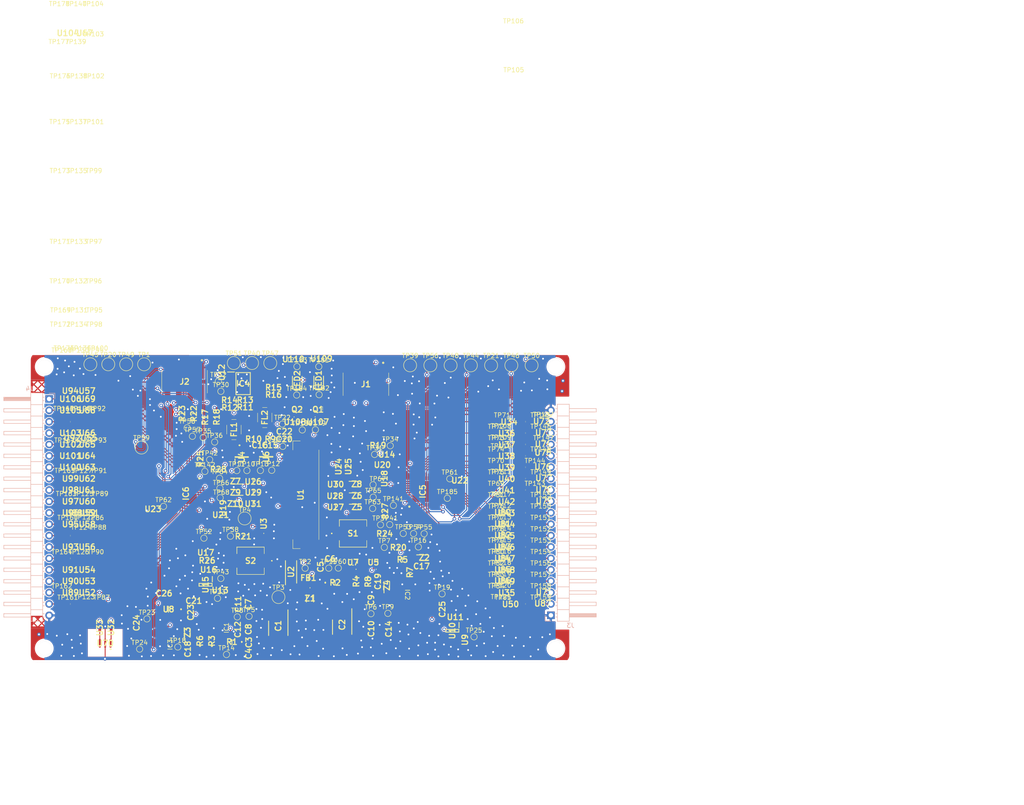
<source format=kicad_pcb>
(kicad_pcb (version 20211014) (generator pcbnew)
  (layers (0 "F.Cu" signal) (1 "In1.Cu" signal) (2 "In2.Cu" signal) (31 "B.Cu" signal) (34 "B.Paste" user) (35 "F.Paste" user) (36 "B.SilkS" user "B.Silkscreen") (37 "F.SilkS" user "F.Silkscreen") (38 "B.Mask" user) (39 "F.Mask" user) (44 "Edge.Cuts" user))
  (net 0 "")
  (net 1 "+BATT")
  (net 2 "Net-(IC6-Pad30)")
  (net 3 "Net-(IC5-Pad30)")
  (net 4 "Net-(IC6-Pad13)")
  (net 5 "Net-(IC5-Pad13)")
  (net 6 "Net-(IC6-Pad11)")
  (net 7 "Net-(C3-Pad1)")
  (net 8 "GND")
  (net 9 "Net-(IC6-Pad10)")
  (net 10 "Net-(IC5-Pad12)")
  (net 11 "Net-(IC6-Pad12)")
  (net 12 "Net-(C15-Pad1)")
  (net 13 "Net-(C16-Pad2)")
  (net 14 "Net-(IC5-Pad11)")
  (net 15 "+5VD")
  (net 16 "+5P")
  (net 17 "+5C")
  (net 18 "Net-(IC5-Pad40)")
  (net 19 "Net-(IC6-Pad40)")
  (net 20 "Net-(IC5-Pad10)")
  (net 21 "Net-(R19-Pad2)")
  (net 22 "Net-(IC4-Pad2)")
  (net 23 "Net-(IC6-Pad3)")
  (net 24 "Net-(IC6-Pad2)")
  (net 25 "Net-(R20-Pad1)")
  (net 26 "Net-(R21-Pad1)")
  (net 27 "Net-(IC5-Pad1)")
  (net 28 "Net-(IC6-Pad1)")
  (net 29 "Net-(FB1-Pad1)")
  (net 30 "Net-(C7-Pad2)")
  (net 31 "Net-(C10-Pad1)")
  (net 32 "Net-(R5-Pad1)")
  (net 33 "Net-(C13-Pad2)")
  (net 34 "Net-(C20-Pad1)")
  (net 35 "Net-(Q2-Pad3)")
  (net 36 "Net-(Q1-Pad3)")
  (net 37 "Net-(Q2-Pad1)")
  (net 38 "Net-(C19-Pad1)")
  (net 39 "Net-(C17-Pad1)")
  (net 40 "Net-(R26-Pad2)")
  (net 41 "Net-(IC6-Pad39)")
  (net 42 "Net-(IC5-Pad39)")
  (net 43 "Net-(C18-Pad1)")
  (net 44 "Net-(Q1-Pad1)")
  (net 45 "Net-(IC4-Pad6)")
  (net 46 "Net-(IC4-Pad5)")
  (net 47 "Net-(IC3-Pad4)")
  (net 48 "Net-(IC4-Pad8)")
  (net 49 "Net-(IC4-Pad7)")
  (net 50 "Net-(IC5-Pad2)")
  (net 51 "Net-(IC5-Pad3)")
  (net 52 "Net-(IC5-Pad5)")
  (net 53 "Net-(IC4-Pad3)")
  (net 54 "Net-(IC6-Pad4)")
  (net 55 "Net-(IC6-Pad5)")
  (net 56 "Net-(C11-Pad2)")
  (net 57 "Net-(IC5-Pad38)")
  (net 58 "Net-(IC5-Pad20)")
  (net 59 "Net-(IC6-Pad20)")
  (net 60 "Net-(IC5-Pad37)")
  (net 61 "Net-(IC6-Pad37)")
  (net 62 "Net-(IC5-Pad36)")
  (net 63 "Net-(IC6-Pad36)")
  (net 64 "Net-(IC5-Pad35)")
  (net 65 "Net-(IC6-Pad35)")
  (net 66 "Net-(J3-Pad3)")
  (net 67 "Net-(J3-Pad4)")
  (net 68 "Net-(J3-Pad5)")
  (net 69 "Net-(J3-Pad11)")
  (net 70 "Net-(J3-Pad6)")
  (net 71 "Net-(J3-Pad7)")
  (net 72 "Net-(J3-Pad8)")
  (net 73 "Net-(J3-Pad9)")
  (net 74 "Net-(J3-Pad10)")
  (net 75 "Net-(J3-Pad13)")
  (net 76 "Net-(J3-Pad15)")
  (net 77 "Net-(J3-Pad16)")
  (net 78 "Net-(J3-Pad17)")
  (net 79 "Net-(J3-Pad18)")
  (net 80 "Net-(J3-Pad14)")
  (net 81 "Net-(TP116-Pad1)")
  (net 82 "Net-(J3-Pad12)")
  (net 83 "Net-(TP140-Pad1)")
  (net 84 "Net-(TP139-Pad1)")
  (net 85 "Net-(TP138-Pad1)")
  (net 86 "Net-(TP137-Pad1)")
  (net 87 "Net-(TP136-Pad1)")
  (net 88 "Net-(TP135-Pad1)")
  (net 89 "Net-(TP134-Pad1)")
  (net 90 "Net-(TP133-Pad1)")
  (net 91 "Net-(TP132-Pad1)")
  (net 92 "Net-(TP131-Pad1)")
  (net 93 "Net-(TP130-Pad1)")
  (net 94 "Net-(TP129-Pad1)")
  (net 95 "Net-(TP128-Pad1)")
  (net 96 "Net-(TP127-Pad1)")
  (net 97 "Net-(TP126-Pad1)")
  (net 98 "Net-(TP125-Pad1)")
  (net 99 "Net-(TP124-Pad1)")
  (net 100 "Net-(TP123-Pad1)")
  (net 101 "Net-(TP122-Pad1)")
  (net 102 "Net-(TP121-Pad1)")
  (net 103 "Net-(TP120-Pad1)")
  (net 104 "Net-(TP119-Pad1)")
  (net 105 "Net-(TP118-Pad1)")
  (net 106 "Net-(TP117-Pad1)")
  (net 107 "Net-(J4-Pad12)")
  (net 108 "Net-(J4-Pad1)")
  (net 109 "Net-(J4-Pad2)")
  (net 110 "Net-(J4-Pad3)")
  (net 111 "Net-(J4-Pad4)")
  (net 112 "Net-(J4-Pad5)")
  (net 113 "Net-(J4-Pad6)")
  (net 114 "Net-(J4-Pad17)")
  (net 115 "Net-(J4-Pad7)")
  (net 116 "Net-(J4-Pad8)")
  (net 117 "Net-(J4-Pad9)")
  (net 118 "Net-(J4-Pad10)")
  (net 119 "Net-(J4-Pad11)")
  (net 120 "Net-(J4-Pad13)")
  (net 121 "Net-(J4-Pad14)")
  (net 122 "Net-(J4-Pad15)")
  (net 123 "Net-(J4-Pad16)")
  (net 124 "Net-(J4-Pad18)")
  (net 125 "Net-(J4-Pad19)")
  (net 126 "Net-(J3-Pad2)")
  (net 127 "Net-(IC5-Pad23)")
  (net 128 "Net-(IC5-Pad25)")
  (net 129 "Net-(IC5-Pad29)")
  (net 130 "Net-(IC5-Pad28)")
  (net 131 "Net-(IC5-Pad27)")
  (net 132 "Net-(IC5-Pad26)")
  (net 133 "Net-(IC5-Pad24)")
  (net 134 "Net-(IC5-Pad21)")
  (net 135 "Net-(IC5-Pad19)")
  (net 136 "Net-(IC5-Pad18)")
  (net 137 "Net-(IC5-Pad17)")
  (net 138 "Net-(IC5-Pad16)")
  (net 139 "Net-(IC5-Pad22)")
  (net 140 "Net-(IC5-Pad14)")
  (net 141 "Net-(IC5-Pad8)")
  (net 142 "Net-(IC5-Pad7)")
  (net 143 "Net-(IC5-Pad6)")
  (net 144 "Net-(IC6-Pad22)")
  (net 145 "Net-(IC6-Pad29)")
  (net 146 "Net-(IC6-Pad28)")
  (net 147 "Net-(IC6-Pad26)")
  (net 148 "Net-(IC6-Pad25)")
  (net 149 "Net-(IC6-Pad24)")
  (net 150 "Net-(IC6-Pad23)")
  (net 151 "Net-(IC6-Pad21)")
  (net 152 "Net-(IC6-Pad19)")
  (net 153 "Net-(IC6-Pad18)")
  (net 154 "Net-(IC6-Pad17)")
  (net 155 "Net-(IC6-Pad16)")
  (net 156 "Net-(IC6-Pad27)")
  (net 157 "Net-(IC6-Pad15)")
  (net 158 "Net-(IC6-Pad14)")
  (net 159 "Net-(IC6-Pad8)")
  (net 160 "Net-(IC6-Pad7)")
  (net 161 "Net-(IC6-Pad6)")
  (net 162 "Net-(TP107-Pad1)")
  (net 163 "Net-(TP108-Pad1)")
  (net 164 "Net-(TP109-Pad1)")
  (net 165 "Net-(TP110-Pad1)")
  (net 166 "Net-(TP111-Pad1)")
  (net 167 "Net-(TP112-Pad1)")
  (net 168 "Net-(TP113-Pad1)")
  (net 169 "Net-(TP114-Pad1)")
  (net 170 "Net-(TP115-Pad1)")
  (net 173 "Net-(U30-Pad2)")
  (net 174 "Net-(U26-Pad1)")
  (net 175 "Net-(U28-Pad2)")
  (net 176 "Net-(U32-Pad2)")
  (net 177 "Net-(U33-Pad2)")
  (net 178 "Net-(U5-Pad2)")
  (net 179 "Net-(IC5-Pad31)")
  (net 180 "Net-(IC6-Pad31)")
  (net 186 "Net-(C5-Pad2)")
  (net 187 "Net-(C3-Pad2)")
  (net 188 "Net-(U1-Pad8)")
  (net 189 "Net-(U1-Pad10)")
  (net 193 "Net-(FL1-Pad1)")
  (net 194 "Net-(FL1-Pad3)")
  (net 195 "Net-(C22-Pad1)")
  (net 196 "Net-(TP25-Pad1)")
  (net 197 "Net-(TP33-Pad1)")
  (net 198 "Net-(TP105-Pad1)")
  (net 199 "Net-(TP106-Pad1)")
  (net 200 "Net-(U110-Pad1)")
  (net 201 "Net-(TP181-Pad1)")
  (net 202 "Net-(TP82-Pad1)")
  (footprint "SamacSys_Parts:CAPC1005X55N" (layer "F.Cu") (at 155.78 117.67)
    (fp_text reference "U13")
    (fp_text value "GCM155R71H222KA37J" hide)
  )
  (footprint "SamacSys_Parts:TestPoint_Pad_D0.5mm" (layer "F.Cu") (at 225.95 100.38)
    (fp_text reference "TP150")
    (fp_text value "TestPoint")
  )
  (footprint "SamacSys_Parts:RESC1608X55N" (layer "F.Cu") (at 155.02 79.03 -90)
    (fp_text reference "R18")
    (fp_text value "RMC16K270FTP" hide)
  )
  (footprint "TestPoint:TestPoint_Pad_D1.0mm" (layer "F.Cu") (at 182.13 112.71)
    (fp_text reference "TP60")
    (fp_text value "TestPoint")
  )
  (footprint "SamacSys_Parts:RESC1608X55N" (layer "F.Cu") (at 147.32 78.23 -90)
    (fp_text reference "R23")
    (fp_text value "RMC16K270FTP" hide)
  )
  (footprint "SamacSys_Parts:RESC1005X40N" (layer "F.Cu") (at 219.59 105.46)
    (fp_text reference "U45")
    (fp_text value "RMC1_16S-561JTH" hide)
  )
  (footprint "SamacSys_Parts:TestPoint_Pad_D0.5mm" (layer "F.Cu") (at 225.95 110.54)
    (fp_text reference "TP154")
    (fp_text value "TestPoint")
  )
  (footprint "SamacSys_Parts:DIOM5025X200N" (layer "F.Cu") (at 171.6 113.56 90)
    (fp_text reference "U2")
    (fp_text value "D1F60-5053" hide)
  )
  (footprint "TestPoint:TestPoint_Pad_D1.0mm" (layer "F.Cu") (at 206.42 97.15)
    (fp_text reference "TP185")
    (fp_text value "TestPoint")
  )
  (footprint "SamacSys_Parts:TSM-104-YY-ZZZ-DV-P-TR" (layer "F.Cu") (at 147.87 71.145)
    (fp_text reference "J2")
    (fp_text value "TSM-104-02-L-DV-P-TR" hide)
  )
  (footprint "SamacSys_Parts:RESC2012X65N" (layer "F.Cu") (at 184.38 90.08 90)
    (fp_text reference "U25")
    (fp_text value "RMC1_10-471JTP" hide)
  )
  (footprint "SamacSys_Parts:RESC1005X40N" (layer "F.Cu") (at 126.16 85.1562 180)
    (fp_text reference "U65")
    (fp_text value "RMC1_16S-561JTH" hide)
  )
  (footprint "SamacSys_Parts:TestPoint_Pad_D0.5mm" (layer "F.Cu") (at 120.52 95.3162)
    (fp_text reference "TP169")
    (fp_text value "TestPoint")
  )
  (footprint "SamacSys_Parts:TestPoint_Pad_D0.5mm" (layer "F.Cu") (at 225.95 105.46)
    (fp_text reference "TP152")
    (fp_text value "TestPoint")
  )
  (footprint "SamacSys_Parts:RESC1608X55N" (layer "F.Cu") (at 195.5 108.13)
    (fp_text reference "R20")
    (fp_text value "RMC1/16SK103FTH43" hide)
  )
  (footprint "TestPoint:TestPoint_Pad_D1.0mm" (layer "F.Cu") (at 155.21 119.46)
    (fp_text reference "TP33")
    (fp_text value "TestPoint")
  )
  (footprint "SamacSys_Parts:5055751071" (layer "F.Cu") (at 174.655 96.365 -90)
    (fp_text reference "U1")
    (fp_text value "505575-1071" hide)
  )
  (footprint "TestPoint:TestPoint_Pad_D1.0mm" (layer "F.Cu") (at 158.1 105.59)
    (fp_text reference "TP38")
    (fp_text value "TestPoint")
  )
  (footprint "SamacSys_Parts:SOD2512X110N" (layer "F.Cu") (at 186.265 96.57)
    (fp_text reference "Z6")
    (fp_text value "PZU5.6B3A,115" hide)
  )
  (footprint "SamacSys_Parts:TestPoint_Pad_D0.5mm" (layer "F.Cu") (at 120.52 102.9362)
    (fp_text reference "TP160")
    (fp_text value "TestPoint")
  )
  (footprint "SamacSys_Parts:ERJ6ENF1000V" (layer "F.Cu") (at 158.415 129.17 180)
    (fp_text reference "R1")
    (fp_text value "ERJ-6ENF4702V" hide)
  )
  (footprint "SamacSys_Parts:CAPC1005X55N" (layer "F.Cu") (at 162.1 120.77 -90)
    (fp_text reference "C7")
    (fp_text value "GCM155R71H104KE02D" hide)
  )
  (footprint "SamacSys_Parts:CAPC1005X55N" (layer "F.Cu") (at 170.09 82.27)
    (fp_text reference "C22")
    (fp_text value "GCM155R71H104KE02D" hide)
  )
  (footprint "SamacSys_Parts:ERJ8ENF1000V" (layer "F.Cu") (at 144.285 121.9 180)
    (fp_text reference "U8")
    (fp_text value "ERJ-8GEY0R00V" hide)
  )
  (footprint "SamacSys_Parts:TestPoint_Pad_D0.5mm" (layer "F.Cu") (at 221.66 82.6)
    (fp_text reference "TP108")
    (fp_text value "TestPoint")
  )
  (footprint "SamacSys_Parts:RESC1608X55N" (layer "F.Cu") (at 161.38 76.86 180)
    (fp_text reference "R11")
    (fp_text value "RMC1/16SK60R4FTH" hide)
  )
  (footprint "SamacSys_Parts:NFZ15SG152SN10B" (layer "F.Cu") (at 122.435 120.7162 180)
    (fp_text reference "U88")
    (fp_text value "BLM15AG601SH1D" hide)
  )
  (footprint "SamacSys_Parts:TestPoint_Pad_D0.5mm" (layer "F.Cu") (at 217.29 105.46)
    (fp_text reference "TP78")
    (fp_text value "TestPoint")
  )
  (footprint "SamacSys_Parts:BLM18EG121SH1D" (layer "F.Cu") (at 175.455 114.9)
    (fp_text reference "FB1")
    (fp_text value "BLM18KG601SZ1D" hide)
  )
  (footprint "SamacSys_Parts:NFZ15SG152SN10B" (layer "F.Cu") (at 223.845 90.22)
    (fp_text reference "U76")
    (fp_text value "BLM15AG601SH1D" hide)
  )
  (footprint "SamacSys_Parts:TestPoint_Pad_D0.5mm" (layer "F.Cu") (at 217.29 97.84)
    (fp_text reference "TP81")
    (fp_text value "TestPoint")
  )
  (footprint "SamacSys_Parts:TestPoint_Pad_D0.5mm" (layer "F.Cu") (at 120.52 90.2362)
    (fp_text reference "TP171")
    (fp_text value "TestPoint")
  )
  (footprint "SamacSys_Parts:TestPoint_Pad_D0.5mm" (layer "F.Cu") (at 124.3 108.0162)
    (fp_text reference "TP127")
    (fp_text value "TestPoint")
  )
  (footprint "SamacSys_Parts:TestPoint_Pad_D0.5mm" (layer "F.Cu") (at 128.08 74.9962)
    (fp_text reference "TP104")
    (fp_text value "TestPoint")
  )
  (footprint "SamacSys_Parts:TestPoint_Pad_D0.5mm" (layer "F.Cu") (at 225.95 80.06)
    (fp_text reference "TP145")
    (fp_text value "TestPoint")
  )
  (footprint "SamacSys_Parts:RESC2012X65N" (layer "F.Cu") (at 181.5 99.14 180)
    (fp_text reference "U27")
    (fp_text value "RMC1_10-471JTP" hide)
  )
  (footprint "SamacSys_Parts:SOD2512X110N" (layer "F.Cu") (at 186.225 93.99)
    (fp_text reference "Z8")
    (fp_text value "PZU5.6B3A,115" hide)
  )
  (footprint "TestPoint:TestPoint_Pad_D1.0mm" (layer "F.Cu") (at 149.61 83.32)
    (fp_text reference "TP57")
    (fp_text value "TestPoint")
  )
  (footprint "TestPoint:TestPoint_Pad_D1.0mm" (layer "F.Cu") (at 169.65 80.61)
    (fp_text reference "TP22")
    (fp_text value "TestPoint")
  )
  (footprint "SamacSys_Parts:TestPoint_Pad_D0.5mm" (layer "F.Cu") (at 128.08 95.3162)
    (fp_text reference "TP95")
    (fp_text value "TestPoint")
  )
  (footprint "TestPoint:TestPoint_Pad_D1.0mm" (layer "F.Cu") (at 174.73 112.74)
    (fp_text reference "TP2")
    (fp_text value "TestPoint")
  )
  (footprint "SamacSys_Parts:CAPC1005X55N" (layer "F.Cu") (at 164.65 85.32 180)
    (fp_text reference "C16")
    (fp_text value "GCM155R71H104KE02D" hide)
  )
  (footprint "SamacSys_Parts:ERJS02_U02__0402_" (layer "F.Cu") (at 153.9525 128.95 90)
    (fp_text reference "R3")
    (fp_text value "ERJ-U02F5102X" hide)
  )
  (footprint "SamacSys_Parts:NFZ15SG152SN10B" (layer "F.Cu") (at 122.435 77.5362 180)
    (fp_text reference "U105")
    (fp_text value "BLM15AG601SH1D" hide)
  )
  (footprint "SamacSys_Parts:CAPC1005X55N" (layer "F.Cu") (at 178.18 112.41 90)
    (fp_text reference "C5")
    (fp_text value "GCM155R71H104KE02D" hide)
  )
  (footprint "SamacSys_Parts:RESC1005X40N" (layer "F.Cu") (at 126.16 92.7762 180)
    (fp_text reference "U62")
    (fp_text value "RMC1_16S-561JTH" hide)
  )
  (footprint "SamacSys_Parts:CAPC1005X55N" (layer "F.Cu") (at 159.81 120.76 -90)
    (fp_text reference "C11")
    (fp_text value "GCM155R71H104KE02D" hide)
  )
  (footprint "SamacSys_Parts:TestPoint_Pad_D0.5mm" (layer "F.Cu") (at 221.66 120.7)
    (fp_text reference "TP121")
    (fp_text value "TestPoint")
  )
  (footprint "SamacSys_Parts:NFZ15SG152SN10B" (layer "F.Cu") (at 122.435 92.7762 180)
    (fp_text reference "U99")
    (fp_text value "BLM15AG601SH1D" hide)
  )
  (footprint "SamacSys_Parts:SOT95P237X95-3N" (layer "F.Cu") (at 160.605 87.95 90)
    (fp_text reference "U4")
    (fp_text value "TPD2E2U06QDBZRQ1" hide)
  )
  (footprint "SamacSys_Parts:RESC1005X40N" (layer "F.Cu") (at 178.34 66.02)
    (fp_text reference "U109")
    (fp_text value "RMC1_16S-472JTH" hide)
  )
  (footprint "SamacSys_Parts:NFZ15SG152SN10B" (layer "F.Cu") (at 223.845 85.14)
    (fp_text reference "U74")
    (fp_text value "BLM15AG601SH1D" hide)
  )
  (footprint "SamacSys_Parts:TestPoint_Pad_D0.5mm" (layer "F.Cu") (at 120.52 97.8562)
    (fp_text reference "TP168")
    (fp_text value "TestPoint")
  )
  (footprint "TestPoint:TestPoint_Pad_D1.0mm" (layer "F.Cu") (at 194.4 98.73)
    (fp_text reference "TP141")
    (fp_text value "TestPoint")
  )
  (footprint "TestPoint:TestPoint_Pad_D1.0mm" (layer "F.Cu") (at 137.85 130.77)
    (fp_text reference "TP24")
    (fp_text value "TestPoint")
  )
  (footprint "SamacSys_Parts:RESC1608X55N" (layer "F.Cu") (at 167.69 74.06 180)
    (fp_text reference "R16")
    (fp_text value "RMC16K270FTP" hide)
  )
  (footprint "SamacSys_Parts:TestPoint_Pad_D0.5mm" (layer "F.Cu") (at 120.52 74.9962)
    (fp_text reference "TP178")
    (fp_text value "TestPoint")
  )
  (footprint "SamacSys_Parts:TestPoint_Pad_D0.5mm" (layer "F.Cu") (at 217.29 118.16)
    (fp_text reference "TP84")
    (fp_text value "TestPoint")
  )
  (footprint "SamacSys_Parts:TSM-104-YY-ZZZ-DV-P-TR" (layer "F.Cu") (at 188.27 71.715)
    (fp_text reference "J1")
    (fp_text value "TSM-104-02-L-DV-P-TR" hide)
  )
  (footprint "SamacSys_Parts:RESC1005X40N" (layer "F.Cu") (at 126.16 80.0762 180)
    (fp_text reference "U67")
    (fp_text value "RMC1_16S-561JTH" hide)
  )
  (footprint "SamacSys_Parts:TestPoint_Pad_D0.5mm" (layer "F.Cu") (at 221.66 92.76)
    (fp_text reference "TP111")
    (fp_text value "TestPoint")
  )
  (footprint "SamacSys_Parts:TestPoint_Pad_D0.5mm" (layer "F.Cu") (at 221.66 113.08)
    (fp_text reference "TP118")
    (fp_text value "TestPoint")
  )
  (footprint "SamacSys_Parts:TestPoint_Pad_D0.5mm" (layer "F.Cu") (at 221.66 97.84)
    (fp_text reference "TP117")
    (fp_text value "TestPoint")
  )
  (footprint "SamacSys_Parts:SOT95P275X130-5N" (layer "F.Cu") (at 207.53 126.68 -90)
    (fp_text reference "U10")
    (fp_text value "S-19100N28H-M5T2U" hide)
  )
  (footprint "SamacSys_Parts:SOD2512X110N" (layer "F.Cu") (at 186.275 99.1)
    (fp_text reference "Z5")
    (fp_text value "PZU5.6B3A,115" hide)
  )
  (footprint "SamacSys_Parts:CAPC1005X55N" (layer "F.Cu") (at 166.93 85.32 180)
    (fp_text reference "C15")
    (fp_text value "GCM155R71H104KE02D" hide)
  )
  (footprint "SamacSys_Parts:CAPC1005X55N" (layer "F.Cu") (at 189.44 119.85 -90)
    (fp_text reference "C9")
    (fp_text value "GCM155R71H104KE02D" hide)
  )
  (footprint "TestPoint:TestPoint_Pad_D1.0mm" (layer "F.Cu") (at 167.29 90.91)
    (fp_text reference "TP12")
    (fp_text value "TestPoint")
  )
  (footprint "TestPoint:TestPoint_Pad_D1.0mm" (layer "F.Cu") (at 155.75 94.89)
    (fp_text reference "TP66")
    (fp_text value "TestPoint")
  )
  (footprint "TestPoint:TestPoint_Pad_D1.0mm" (layer "F.Cu") (at 139.48 124.04)
    (fp_text reference "TP23")
    (fp_text value "TestPoint")
  )
  (footprint "SamacSys_Parts:RESC1005X40N" (layer "F.Cu") (at 208.2 123.65 180)
    (fp_text reference "U11")
    (fp_text value "RMC1_16S-472JTH" hide)
  )
  (footprint "SamacSys_Parts:CAPC1005X55N" (layer "F.Cu") (at 159.73 126.41 -90)
    (fp_text reference "C12")
    (fp_text value "GCM155R71H104KE02D" hide)
  )
  (footprint "TestPoint:TestPoint_Pad_D1.0mm" (layer "F.Cu") (at 152.18 106.04)
    (fp_text reference "TP52")
    (fp_text value "TestPoint")
  )
  (footprint "SamacSys_Parts:NFZ15SG152SN10B" (layer "F.Cu") (at 223.845 102.92)
    (fp_text reference "U81")
    (fp_text value "BLM15AG601SH1D" hide)
  )
  (footprint "SamacSys_Parts:TestPoint_Pad_D0.5mm" (layer "F.Cu") (at 120.52 85.1562)
    (fp_text reference "TP174")
    (fp_text value "TestPoint")
  )
  (footprint "SamacSys_Parts:TestPoint_Pad_D0.5mm" (layer "F.Cu") (at 124.3 113.0962)
    (fp_text reference "TP125")
    (fp_text value "TestPoint")
  )
  (footprint "SamacSys_Parts:TestPoint_Pad_D0.5mm" (layer "F.Cu") (at 221.66 118.16)
    (fp_text reference "TP120")
    (fp_text value "TestPoint")
  )
  (footprint "SamacSys_Parts:TestPoint_Pad_D0.5mm" (layer "F.Cu") (at 120.52 77.5362)
    (fp_text reference "TP177")
    (fp_text value "TestPoint")
  )
  (footprint "SamacSys_Parts:TestPoint_Pad_D0.5mm" (layer "F.Cu") (at 217.29 82.6)
    (fp_text reference "TP72")
    (fp_text value "TestPoint")
  )
  (footprint "SamacSys_Parts:TestPoint_Pad_D0.5mm" (layer "F.Cu") (at 221.66 108)
    (fp_text reference "TP115")
    (fp_text value "TestPoint")
  )
  (footprint "SamacSys_Parts:QFN50P600X600X60-41N-D" (layer "F.Cu") (at 200.955 95.635 90)
    (fp_text reference "IC5")
    (fp_text value "CY8C4147LQE-S473" hide)
  )
  (footprint "SamacSys_Parts:RESC1005X40N" (layer "F.Cu") (at 219.59 85.14)
    (fp_text reference "U37")
    (fp_text value "RMC1_16S-561JTH" hide)
  )
  (footprint "SamacSys_Parts:SOT-89-5" (layer "F.Cu") (at 197.03 118.63 -90)
    (fp_text reference "IC2")
    (fp_text value "S-19212D50A-M5T1U")
  )
  (footprint "SamacSys_Parts:NFZ15SG152SN10B" (layer "F.Cu") (at 223.845 82.6)
    (fp_text reference "U73")
    (fp_text value "BLM15AG601SH1D" hide)
  )
  (footprint "SamacSys_Parts:SOT-89-5" (layer "F.Cu") (at 157.72 126.04 90)
    (fp_text reference "IC1")
    (fp_text value "S-19212D50A-M5T1U")
  )
  (footprint "TestPoint:TestPoint_Pad_D1.0mm" (layer "F.Cu") (at 164.77 90.95)
    (fp_text reference "TP13")
    (fp_text value "TestPoint")
  )
  (footprint "SamacSys_Parts:TestPoint_Pad_D0.5mm" (layer "F.Cu") (at 225.95 87.68)
    (fp_text reference "TP148")
    (fp_text value "TestPoint")
  )
  (footprint "SamacSys_Parts:TestPoint_Pad_D0.5mm" (layer "F.Cu") (at 128.08 82.6162)
    (fp_text reference "TP101")
    (fp_text value "TestPoint")
  )
  (footprint "SamacSys_Parts:RESC2012X65N" (layer "F.Cu") (at 163.15 98.39 180)
    (fp_text reference "U31")
    (fp_text value "RMC1_10-471JTP" hide)
  )
  (footprint "SamacSys_Parts:RESC1005X40N" (layer "F.Cu") (at 126.16 74.9962 180)
    (fp_text reference "U69")
    (fp_text value "RMC1_16S-561JTH" hide)
  )
  (footprint "SamacSys_Parts:TestPoint_Pad_D0.5mm" (layer "F.Cu") (at 221.66 85.14)
    (fp_text reference "TP109")
    (fp_text value "TestPoint")
  )
  (footprint "SamacSys_Parts:RESC1608X55N" (layer "F.Cu") (at 157.88 75.27)
    (fp_text reference "R14")
    (fp_text value "RMC16K270FTP" hide)
  )
  (footprint "SamacSys_Parts:CAPC1005X55N" (layer "F.Cu") (at 180.31 110.65)
    (fp_text reference "C6")
    (fp_text value "GCM155R71H104KE02D" hide)
  )
  (footprint "TestPoint:TestPoint_Pad_D1.0mm" (layer "F.Cu") (at 143.18 98.95)
    (fp_text reference "TP62")
    (fp_text value "TestPoint")
  )
  (footprint "SamacSys_Parts:RESC1005X40N" (layer "F.Cu") (at 126.16 118.1762 180)
    (fp_text reference "U52")
    (fp_text value "RMC1_16S-561JTH" hide)
  )
  (footprint "TestPoint:TestPoint_Pad_D2.5mm" (layer "F.Cu") (at 207.1533 67.5)
    (fp_text reference "TP48")
    (fp_text value "TestPoint")
  )
  (footprint "SamacSys_Parts:CAPC1608X90N" (layer "F.Cu") (at 137.17 124.93 90)
    (fp_text reference "C24")
    (fp_text value "GCM188R71C105KA64D" hide)
  )
  (footprint "SamacSys_Parts:MSE1PJHM3J89A" (layer "F.Cu") (at 165.515 102.825 90)
    (fp_text reference "U3")
    (fp_text value "MSE1PJHM3J_89A" hide)
  )
  (footprint "SamacSys_Parts:TestPoint_Pad_D0.5mm" (layer "F.Cu") (at 120.52 82.6162)
    (fp_text reference "TP175")
    (fp_text value "TestPoint")
  )
  (footprint "TestPoint:TestPoint_Pad_D1.0mm" (layer "F.Cu") (at 189.87 94.13)
    (fp_text reference "TP67")
    (fp_text value "TestPoint")
  )
  (footprint "SamacSys_Parts:TestPoint_Pad_D0.5mm" (layer "F.Cu") (at 221.66 80.06)
    (fp_text reference "TP107")
    (fp_text value "TestPoint")
  )
  (footprint "SamacSys_Parts:NFZ15SG152SN10B" (layer "F.Cu") (at 122.435 102.9362 180)
    (fp_text reference "U95")
    (fp_text value "BLM15AG601SH1D" hide)
  )
  (footprint "SamacSys_Parts:NFZ15SG152SN10B" (layer "F.Cu") (at 223.845 92.76)
    (fp_text reference "U77")
    (fp_text value "BLM15AG601SH1D" hide)
  )
  (footprint "SamacSys_Parts:RESC2012X65N" (layer "F.Cu") (at 182.18 90.1 90)
    (fp_text reference "U24")
    (fp_text value "RMC1_10-471JTP" hide)
  )
  (footprint "SamacSys_Parts:NFZ15SG152SN10B" (layer "F.Cu") (at 122.435 74.9962 180)
    (fp_text reference "U106")
    (fp_text value "BLM15AG601SH1D" hide)
  )
  (footprint "TestPoint:TestPoint_Pad_D1.0mm" (layer "F.Cu") (at 155.39 71.05)
    (fp_text reference "TP32")
    (fp_text value "TestPoint")
  )
  (footprint "SamacSys_Parts:TestPoint_Pad_D0.5mm" (layer "F.Cu") (at 217.29 108)
    (fp_text reference "TP79")
    (fp_text value "TestPoint")
  )
  (footprint "TestPoint:TestPoint_Pad_D2.5mm" (layer "F.Cu") (at 211.665 67.5)
    (fp_text reference "TP44")
    (fp_text value "TestPoint")
  )
  (footprint "SamacSys_Parts:RESC1005X40N" (layer "F.Cu") (at 219.59 115.62)
    (fp_text reference "U49")
    (fp_text value "RMC1_16S-561JTH" hide)
  )
  (footprint "SamacSys_Parts:NFZ15SG152SN10B" (layer "F.Cu") (at 122.435 85.1562 180)
    (fp_text reference "U102")
    (fp_text value "BLM15AG601SH1D" hide)
  )
  (footprint "SamacSys_Parts:RESC1005X40N" (layer "F.Cu") (at 126.16 110.5562 180)
    (fp_text reference "U55")
    (fp_text value "RMC1_16S-561JTH" hide)
  )
  (footprint "TestPoint:TestPoint_Pad_D1.0mm" (layer "F.Cu") (at 155.96 73.29)
    (fp_text reference "TP30")
    (fp_text value "TestPoint")
  )
  (footprint "TestPoint:TestPoint_Pad_D1.0mm" (layer "F.Cu") (at 199.97 107.99)
    (fp_text reference "TP16")
    (fp_text value "TestPoint")
  )
  (footprint "SamacSys_Parts:CAPAE430X550N" (layer "F.Cu") (at 168.75 125.595 -90)
    (fp_text reference "C1")
    (fp_text value "RSVVS010M1UBC3001U" hide)
  )
  (footprint "SamacSys_Parts:RESC1608X55N" (layer "F.Cu") (at 151.39 88.38 -90)
    (fp_text reference "R25")
    (fp_text value "RMC1/16SK103FTH43" hide)
  )
  (footprint "SamacSys_Parts:TestPoint_Pad_D0.5mm" (layer "F.Cu") (at 120.52 105.4762)
    (fp_text reference "TP166")
    (fp_text value "TestPoint")
  )
  (footprint "SamacSys_Parts:TestPoint_Pad_D0.5mm" (layer "F.Cu") (at 221.66 95.3)
    (fp_text reference "TP105")
    (fp_text value "TestPoint")
  )
  (footprint "SamacSys_Parts:NFZ15SG152SN10B" (layer "F.Cu") (at 122.435 97.8562 180)
    (fp_text reference "U97")
    (fp_text value "BLM15AG601SH1D" hide)
  )
  (footprint "SamacSys_Parts:NFZ15SG152SN10B" (layer "F.Cu") (at 223.845 110.54)
    (fp_text reference "U84")
    (fp_text value "BLM15AG601SH1D" hide)
  )
  (footprint "SamacSys_Parts:CAPC1005X55N" (layer "F.Cu") (at 170.09 83.96)
    (fp_text reference "C20")
    (fp_text value "GCM155R71H104KE02D" hide)
  )
  (footprint "TestPoint:TestPoint_Pad_D1.0mm" (layer "F.Cu") (at 198.9 105.01)
    (fp_text reference "TP54")
    (fp_text value "TestPoint")
  )
  (footprint "SamacSys_Parts:CAPC1608X90N" (layer "F.Cu") (at 143.295 118.36 180)
    (fp_text reference "C26")
    (fp_text value "GCM188R71C105KA64D" hide)
  )
  (footprint "TestPoint:TestPoint_Pad_D1.0mm" (layer "F.Cu") (at 159.51 90.97)
    (fp_text reference "TP11")
    (fp_text value "TestPoint")
  )
  (footprint "SamacSys_Parts:TestPoint_Pad_D0.5mm" (layer "F.Cu") (at 225.95 120.7)
    (fp_text reference "TP159")
    (fp_text value "TestPoint")
  )
  (footprint "SamacSys_Parts:DLW43SH110XK2K" (layer "F.Cu") (at 158.865 81.835 -90)
    (fp_text reference "FL1")
    (fp_text value "DLW43SH510XK2L" hide)
  )
  (footprint "SamacSys_Parts:CSTNE10M0G55A000R0" (layer "F.Cu") (at 130.175 129.475)
    (fp_text reference "U70")
    (fp_text value "CSTNE10M0G55A000R0" hide)
  )
  (footprint "SamacSys_Parts:SOD2512X110N" (layer "F.Cu") (at 192.935 116.54 90)
    (fp_text reference "Z4")
    (fp_text value "PZU5.6B3A,115" hide)
  )
  (footprint "SamacSys_Parts:NFZ15SG152SN10B" (layer "F.Cu") (at 223.845 95.3)
    (fp_text reference "U78")
    (fp_text value "BLM15AG601SH1D" hide)
  )
  (footprint "SamacSys_Parts:CAPC1608X90N" (layer "F.Cu") (at 205.315 121.9 90)
    (fp_text reference "C25")
    (fp_text value "GCM188R71C105KA64D" hide)
  )
  (footprint "SamacSys_Parts:RESC1005X40N" (layer "F.Cu") (at 219.59 120.7)
    (fp_text reference "U50")
    (fp_text value "RMC1_16S-561JTH" hide)
  )
  (footprint "SamacSys_Parts:CAPC1005X55N" (layer "F.Cu") (at 148.59 130.79 -90)
    (fp_text reference "C18")
    (fp_text value "GRM155R71C104KA88D" hide)
  )
  (footprint "SamacSys_Parts:RESC1005X40N" (layer "F.Cu") (at 219.59 108)
    (fp_text reference "U46")
    (fp_text value "RMC1_16S-561JTH" hide)
  )
  (footprint "SamacSys_Parts:RESC1005X40N" (layer "F.Cu") (at 219.59 113.08)
    (fp_text reference "U48")
    (fp_text value "RMC1_16S-561JTH" hide)
  )
  (footprint "SamacSys_Parts:CAPC1608X90N" (layer "F.Cu") (at 149.245 122.58 -90)
    (fp_text reference "C23")
    (fp_text value "GCM188R71C105KA64D" hide)
  )
  (footprint "SamacSys_Parts:CAPC1608X90N" (layer "F.Cu") (at 149.92 120.02 180)
    (fp_text reference "C21")
    (fp_text value "GCM188R71C105KA64D" hide)
  )
  (footprint "TestPoint:TestPoint_Pad_D2.5mm" (layer "F.Cu") (at 198.13 67.5)
    (fp_text reference "TP39")
    (fp_text value "TestPoint")
  )
  (footprint "TestPoint:TestPoint_Pad_D2.5mm" (layer "F.Cu") (at 126.8748 67.27)
    (fp_text reference "TP45")
    (fp_text value "TestPoint")
  )
  (footprint "SamacSys_Parts:TestPoint_Pad_D0.5mm" (layer "F.Cu") (at 217.29 115.62)
    (fp_text reference "TP83")
    (fp_text value "TestPoint")
  )
  (footprint "TestPoint:TestPoint_Pad_D2.5mm" (layer "F.Cu") (at 134.8583 67.27)
    (fp_text reference "TP49")
    (fp_text value "TestPoint")
  )
  (footprint "SamacSys_Parts:CAPC1005X55N" (layer "F.Cu") (at 192.42 92.76 90)
    (fp_text reference "U18")
    (fp_text value "GCM155R71C104KA55D" hide)
  )
  (footprint "SamacSys_Parts:RESC1005X40N" (layer "F.Cu") (at 172.46 80.14 180)
    (fp_text reference "U108")
    (fp_text value "RMC1_16S-472JTH" hide)
  )
  (footprint "SamacSys_Parts:NFZ15SG152SN10B" (layer "F.Cu") (at 122.435 100.3962 180)
    (fp_text reference "U96")
    (fp_text value "BLM15AG601SH1D" hide)
  )
  (footprint "SamacSys_Parts:ERJS02_U02__0402_" (layer "F.Cu") (at 151.3125 128.93 90)
    (fp_text reference "R6")
    (fp_text value "ERJ-U02F5102X" hide)
  )
  (footprint "SamacSys_Parts:TestPoint_Pad_D0.5mm" (layer "F.Cu") (at 217.29 120.7)
    (fp_text reference "TP85")
    (fp_text value "TestPoint")
  )
  (footprint "TestPoint:TestPoint_Pad_D2.5mm" (layer "F.Cu") (at 158.84 66.99)
    (fp_text reference "TP51")
    (fp_text value "TestPoint")
  )
  (footprint "TestPoint:TestPoint_Pad_D1.0mm" (layer "F.Cu") (at 159.61 123.6)
    (fp_text reference "TP8")
    (fp_text value "TestPoint")
  )
  (footprint "SamacSys_Parts:TestPoint_Pad_D0.5mm" (layer "F.Cu") (at 128.08 90.2362)
    (fp_text reference "TP97")
    (fp_text value "TestPoint")
  )
  (footprint "TestPoint:TestPoint_Pad_D1.0mm" (layer "F.Cu") (at 189.78 99.42)
    (fp_text reference "TP63")
    (fp_text value "TestPoint")
  )
  (footprint "SamacSys_Parts:RESC1005X40N" (layer "F.Cu") (at 219.59 92.76)
    (fp_text reference "U40")
    (fp_text value "RMC1_16S-561JTH" hide)
  )
  (footprint "SamacSys_Parts:CAPC1005X55N" (layer "F.Cu") (at 190.94 115.71 90)
    (fp_text reference "C19")
    (fp_text value "GRM155R71C104KA88D" hide)
  )
  (footprint "SamacSys_Parts:TestPoint_Pad_D0.5mm" (layer "F.Cu") (at 225.95 82.6)
    (fp_text reference "TP146")
    (fp_text value "TestPoint")
  )
  (footprint "SamacSys_Parts:TestPoint_Pad_D0.5mm" (layer "F.Cu") (at 124.3 74.9962)
    (fp_text reference "TP140")
    (fp_text value "TestPoint")
  )
  (footprint "SamacSys_Parts:CAPC1005X55N" (layer "F.Cu") (at 192.91 87.4)
    (fp_text reference "U14")
    (fp_text value "GCM155R71C104KA55D" hide)
  )
  (footprint "TestPoint:TestPoint_Pad_D1.0mm" (layer "F.Cu") (at 152.39 91.15)
    (fp_text reference "TP142")
    (fp_text value "TestPoint")
  )
  (footprint "SamacSys_Parts:TestPoint_Pad_D0.5mm" (layer "F.Cu") (at 128.08 80.0762)
    (fp_text reference "TP102")
    (fp_text value "TestPoint")
  )
  (footprint "SamacSys_Parts:NFZ15SG152SN10B" (layer "F.Cu") (at 122.435 95.3162 180)
    (fp_text reference "U98")
    (fp_text value "BLM15AG601SH1D" hide)
  )
  (footprint "SamacSys_Parts:RESC1608X55N" (layer "F.Cu") (at 152.89 111.04)
    (fp_text reference "R26")
    (fp_text value "RMC16K102FTP" hide)
  )
  (footprint "SamacSys_Parts:TestPoint_Pad_D0.5mm" (layer "F.Cu") (at 128.08 87.6962)
    (fp_text reference "TP99")
    (fp_text value "TestPoint")
  )
  (footprint "TestPoint:TestPoint_Pad_D2.5mm" (layer "F.Cu") (at 220.6883 67.5)
    (fp_text reference "TP46")
    (fp_text value "TestPoint")
  )
  (footprint "SamacSys_Parts:RESC1608X55N" (layer "F.Cu") (at 166.95 83.96 180)
    (fp_text reference "R9")
    (fp_text value "RMC1/16SK60R4FTH" hide)
  )
  (footprint "SamacSys_Parts:NFZ15SG152SN10B" (layer "F.Cu") (at 122.435 118.1762 180)
    (fp_text reference "U89")
    (fp_text value "BLM15AG601SH1D" hide)
  )
  (footprint "TestPoint:TestPoint_Pad_D1.0mm" (layer "F.Cu") (at 193.17 122.81)
    (fp_text reference "TP9")
    (fp_text value "TestPoint")
  )
  (footprint "SamacSys_Parts:DTA144EU3HZGT106" (layer "F.Cu") (at 189.925 111.435)
    (fp_text reference "U5")
    (fp_text value "DTA144EU3HZGT106" hide)
  )
  (footprint "SamacSys_Parts:TestPoint_Pad_D0.5mm" (layer "F.Cu") (at 124.3 95.3162)
    (fp_text reference "TP131")
    (fp_text value "TestPoint")
  )
  (footprint "SamacSys_Parts:NFZ15SG152SN10B" (layer "F.Cu") (at 223.845 115.62)
    (fp_text reference "U86")
    (fp_text value "BLM15AG601SH1D" hide)
  )
  (footprint "TestPoint:TestPoint_Pad_D1.0mm" (layer "F.Cu") (at 193.59 103.01)
    (fp_text reference "TP41")
    (fp_text value "TestPoint")
  )
  (footprint "SamacSys_Parts:RESC1005X40N" (layer "F.Cu") (at 153.22 113.07 180)
    (fp_text reference "U16")
    (fp_text value "RMC1_16S-472JTH" hide)
  )
  (footprint "TestPoint:TestPoint_Pad_D1.0mm" (layer "F.Cu") (at 190.21 87.37)
    (fp_text reference "TP31")
    (fp_text value "TestPoint")
  )
  (footprint "TestPoint:TestPoint_Pad_D1.0mm" (layer "F.Cu") (at 196.6 105)
    (fp_text reference "TP53")
    (fp_text value "TestPoint")
  )
  (footprint "SamacSys_Parts:TestPoint_Pad_D0.5mm" (layer "F.Cu") (at 221.66 110.54)
    (fp_text reference "TP116")
    (fp_text value "TestPoint")
  )
  (footprint "SamacSys_Parts:TestPoint_Pad_D0.5mm" (layer "F.Cu") (at 217.29 80.06)
    (fp_text reference "TP71")
    (fp_text value "TestPoint")
  )
  (footprint "SamacSys_Parts:TestPoint_Pad_D0.5mm" (layer "F.Cu") (at 124.3 82.6162)
    (fp_text reference "TP137")
    (fp_text value "TestPoint")
  )
  (footprint "SamacSys_Parts:RESC1608X55N" (layer "F.Cu") (at 152.44 79.06 -90)
    (fp_text reference "R17")
    (fp_text value "RMC16K270FTP" hide)
  )
  (footprint "SamacSys_Parts:CAPC1005X55N" (layer "F.Cu") (at 155.92 100.86)
    (fp_text reference "U21")
    (fp_text value "GCM155R71C104KA55D" hide)
  )
  (footprint "TestPoint:TestPoint_Pad_D1.0mm" (layer "F.Cu") (at 172.91 67.77)
    (fp_text reference "TP183")
    (fp_text value "TestPoint")
  )
  (footprint "SamacSys_Parts:CAPC1005X55N" (layer "F.Cu") (at 193.35 126.3 -90)
    (fp_text reference "C14")
    (fp_text value "GCM155R71H104KE02D" hide)
  )
  (footprint "SamacSys_Parts:SOD2512X110N" (layer "F.Cu") (at 148.505 127.05 90)
    (fp_text reference "Z3")
    (fp_text value "PZU5.6B3A,115" hide)
  )
  (footprint "SamacSys_Parts:CAPC1005X55N" (layer "F.Cu") (at 210.36 128.71 -90)
    (fp_text reference "U9")
    (fp_text value "GCM155R71H222KA37J" hide)
  )
  (footprint "TestPoint:TestPoint_Pad_D1.0mm" (layer "F.Cu") (at 206.97 92.8)
    (fp_text reference "TP61")
    (fp_text value "TestPoint")
  )
  (footprint "SamacSys_Parts:CAPC1005X55N" (layer "F.Cu") (at 162.15 131.79 -90)
    (fp_text reference "C4")
    (fp_text value "GCM155R71H104KE02D" hide)
  )
  (footprint "SamacSys_Parts:TestPoint_Pad_D0.5mm" (layer "F.Cu") (at 120.52 113.0962)
    (fp_text reference "TP163")
    (fp_text value "TestPoint")
  )
  (footprint "SamacSys_Parts:RESC1005X40N" (layer "F.Cu") (at 219.59 97.84)
    (fp_text reference "U42")
    (fp_text value "RMC1_16S-561JTH" hide)
  )
  (footprint "SamacSys_Parts:RESC2012X65N" (layer "F.Cu") (at 163.14 93.44)
    (fp_text reference "U26")
    (fp_text value "RMC1_10-471JTP" hide)
  )
  (footprint "SamacSys_Parts:SKTRAEE010" (layer "F.Cu") (at 185.415 104.985)
    (fp_text reference "S1")
    (fp_text value "SKTRAEE010" hide)
  )
  (footprint "TestPoint:TestPoint_Pad_D1.0mm" (layer "F.Cu") (at 161.76 90.96)
    (fp_text reference "TP10")
    (fp_text value "TestPoint")
  )
  (footprint "SamacSys_Parts:RESC1608X55N" (layer "F.Cu") (at 160.94 105.65)
    (fp_text reference "R21")
    (fp_text value "RMC1/16SK103FTH43" hide)
  )
  (footprint "TestPoint:TestPoint_Pad_D1.0mm" (layer "F.Cu") (at 172.85 74.13)
    (fp_text reference "TP184")
    (fp_text value "TestPoint")
  )
  (footprint "SamacSys_Parts:TestPoint_Pad_D0.5mm" (layer "F.Cu") (at 124.3 118.1762)
    (fp_text reference "TP124")
    (fp_text value "TestPoint")
  )
  (footprint "SamacSys_Parts:TestPoint_Pad_D0.5mm" (layer "F.Cu") (at 128.08 92.7762)
    (fp_text reference "TP96")
    (fp_text value "TestPoint")
  )
  (footprint "SamacSys_Parts:TestPoint_Pad_D0.5mm" (layer "F.Cu") (at 217.29 110.54)
    (fp_text reference "TP80")
    (fp_text value "TestPoint")
  )
  (footprint "SamacSys_Parts:NFZ15SG152SN10B" (layer "F.Cu") (at 223.845 80.06)
    (fp_text reference "U72")
    (fp_text value "BLM15AG601SH1D" hide)
  )
  (footprint "SamacSys_Parts:TestPoint_Pad_D0.5mm" (layer "F.Cu") (at 217.29 102.92)
    (fp_text reference "TP77")
    (fp_text value "TestPoint")
  )
  (footprint "SamacSys_Parts:DLW43SH110XK2K" (layer "F.Cu") (at 165.735 79.145 -90)
    (fp_text reference "FL2")
    (fp_text value "DLW43SH510XK2L" hide)
  )
  (footprint "TestPoint:TestPoint_Pad_D1.0mm" (layer "F.Cu") (at 152.02 83.6)
    (fp_text reference "TP35")
    (fp_text value "TestPoint")
  )
  (footprint "SamacSys_Parts:SSM3K7002CFULF" (layer "F.Cu") (at 172.935 77.365)
    (fp_text reference "Q2")
    (fp_text value "SSM3K7002KFU,LF" hide)
  )
  (footprint "SamacSys_Parts:TestPoint_Pad_D0.5mm" (layer "F.Cu") (at 221.66 87.68)
    (fp_text reference "TP110")
    (fp_text value "TestPoint")
  )
  (footprint "SamacSys_Parts:RESC1005X40N" (layer "F.Cu") (at 126.16 120.7162 180)
    (fp_text reference "U51")
    (fp_text value "RMC1_16S-561JTH" hide)
  )
  (footprint "TestPoint:TestPoint_Pad_D1.0mm" (layer "F.Cu") (at 177.85 74.04)
    (fp_text reference "TP182")
    (fp_text value "TestPoint")
  )
  (footprint "SamacSys_Parts:TestPoint_Pad_D0.5mm" (layer "F.Cu") (at 128.08 105.4762)
    (fp_text reference "TP92")
    (fp_text value "TestPoint")
  )
  (footprint "TestPoint:TestPoint_Pad_D2.5mm" (layer "F.Cu") (at 225.2 67.5)
    (fp_text reference "TP50")
    (fp_text value "TestPoint")
  )
  (footprint "TestPoint:TestPoint_Pad_D1.0mm" (layer "F.Cu") (at 155.95 115.02)
    (fp_text reference "TP43")
    (fp_text value "TestPoint")
  )
  (footprint "SamacSys_Parts:TestPoint_Pad_D0.5mm" (layer "F.Cu") (at 120.52 108.0162)
    (fp_text reference "TP165")
    (fp_text value "TestPoint")
  )
  (footprint "SamacSys_Parts:NFZ15SG152SN10B" (layer "F.Cu") (at 223.845 113.08)
    (fp_text reference "U85")
    (fp_text value "BLM15AG601SH1D" hide)
  )
  (footprint "SamacSys_Parts:TestPoint_Pad_D0.5mm" (layer "F.Cu") (at 124.3 77.5362)
    (fp_text reference "TP139")
    (fp_text value "TestPoint")
  )
  (footprint "TestPoint:TestPoint_Pad_D1.0mm" (layer "F.Cu") (at 180 112.73)
    (fp_text reference "TP15")
    (fp_text value "TestPoint")
  )
  (footprint "SamacSys_Parts:TestPoint_Pad_D0.5mm" (layer "F.Cu") (at 124.3 85.1562)
    (fp_text reference "TP136")
    (fp_text value "TestPoint")
  )
  (footprint "SamacSys_Parts:NFZ15SG152SN10B" (layer "F.Cu") (at 122.435 115.6362 180)
    (fp_text reference "U90")
    (fp_text value "BLM15AG601SH1D" hide)
  )
  (footprint "SamacSys_Parts:TestPoint_Pad_D0.5mm" (layer "F.Cu") (at 225.95 102.92)
    (fp_text reference "TP151")
    (fp_text value "TestPoint")
  )
  (footprint "TestPoint:TestPoint_Pad_D1.0mm" (layer "F.Cu") (at 189.4 122.88)
    (fp_text reference "TP6")
    (fp_text value "TestPoint")
  )
  (footprint "SamacSys_Parts:RESC1005X40N" (layer "F.Cu") (at 172.11 66.13 180)
    (fp_text reference "U110")
    (fp_text value "RMC1_16S-472JTH" hide)
  )
  (footprint "SamacSys_Parts:TestPoint_Pad_D0.5mm" (layer "F.Cu") (at 124.3 115.6362)
    (fp_text reference "TP134")
    (fp_text value "TestPoint")
  )
  (footprint "TestPoint:TestPoint_Pad_D1.0mm" (layer "F.Cu") (at 157.21 131.98)
    (fp_text reference "TP14")
    (fp_text value "TestPoint")
  )
  (footprint "SamacSys_Parts:RESC1005X40N" (layer "F.Cu") (at 219.59 80.06)
    (fp_text reference "U34")
    (fp_text value "RMC1_16S-561JTH" hide)
  )
  (footprint "SamacSys_Parts:SOT95P275X130-5N" (layer "F.Cu") (at 152.55 116.43 -90)
    (fp_text reference "U15")
    (fp_text value "S-19100N28H-M5T2U" hide)
  )
  (footprint "SamacSys_Parts:TestPoint_Pad_D0.5mm" (layer "F.Cu") (at 217.29 85.14)
    (fp_text reference "TP73")
    (fp_text value "TestPoint")
  )
  (footprint "SamacSys_Parts:RESC1608X55N" (layer "F.Cu") (at 149.93 78.27 -90)
    (fp_text reference "R22")
    (fp_text value "RMC16K270FTP" hide)
  )
  (footprint "SamacSys_Parts:RESC1005X40N" (layer "F.Cu") (at 126.16 105.4762 180)
    (fp_text reference "U57")
    (fp_text value "RMC1_16S-561JTH" hide)
  )
  (footprint "SamacSys_Parts:TestPoint_Pad_D0.5mm" (layer "F.Cu") (at 124.3 105.4762)
    (fp_text reference "TP128")
    (fp_text value "TestPoint")
  )
  (footprint "SamacSys_Parts:RESC2012X65N" (layer "F.Cu") (at 163.17 95.85 180)
    (fp_text reference "U29")
    (fp_text value "RMC1_10-471JTP" hide)
  )
  (footprint "SamacSys_Parts:TestPoint_Pad_D0.5mm" (layer "F.Cu") (at 225.95 115.62)
    (fp_text reference "TP157")
    (fp_text value "TestPoint")
  )
  (footprint "SamacSys_Parts:TestPoint_Pad_D0.5mm" (layer "F.Cu") (at 128.08 113.0962)
    (fp_text reference "TP89")
    (fp_text value "TestPoint")
  )
  (footprint "SamacSys_Parts:TestPoint_Pad_D0.5mm" (layer "F.Cu") (at 128.08 77.5362)
    (fp_text reference "TP103")
    (fp_text value "TestPoint")
  )
  (footprint "SamacSys_Parts:CAPC1005X55N" (layer "F.Cu") (at 200.68 112.31)
    (fp_text reference "C17")
    (fp_text value "GRM155R71C104KA88D" hide)
  )
  (footprint "SamacSys_Parts:TestPoint_Pad_D0.5mm" (layer "F.Cu") (at 120.52 120.7162)
    (fp_text reference "TP161")
    (fp_text value "TestPoint")
  )
  (footprint "SamacSys_Parts:NFZ15SG152SN10B" (layer "F.Cu") (at 223.845 100.38)
    (fp_text reference "U80")
    (fp_text value "BLM15AG601SH1D" hide)
  )
  (footprint "SamacSys_Parts:DTC143ZU3HZGT106" (layer "F.Cu") (at 185.385 111.435)
    (fp_text reference "U7")
    (fp_text value "DTC143ZU3HZGT106" hide)
  )
  (footprint "SamacSys_Parts:SOD2512X110N" (layer "F.Cu") (at 159.195 95.86 180)
    (fp_text reference "Z9")
    (fp_text value "PZU5.6B3A,115" hide)
  )
  (footprint "TestPoint:TestPoint_Pad_D1.0mm" (layer "F.Cu") (at 174.1 81.91)
    (fp_text reference "TP180")
    (fp_text value "TestPoint")
  )
  (footprint "SamacSys_Parts:TestPoint_Pad_D0.5mm" (layer "F.Cu") (at 128.08 120.7162)
    (fp_text reference "TP87")
    (fp_text value "TestPoint")
  )
  (footprint "SamacSys_Parts:CAPC1005X55N" (layer "F.Cu") (at 162.21 129.29 -90)
    (fp_text reference "C3")
    (fp_text value "GCM155R71H104KE02D" hide)
  )
  (footprint "SamacSys_Parts:TestPoint_Pad_D0.5mm" (layer "F.Cu") (at 124.3 87.6962)
    (fp_text reference "TP135")
    (fp_text value "TestPoint")
  )
  (footprint "SamacSys_Parts:TestPoint_Pad_D0.5mm" (layer "F.Cu") (at 221.66 105.46)
    (fp_text reference "TP114")
    (fp_text value "TestPoint")
  )
  (footprint "SamacSys_Parts:TestPoint_Pad_D0.5mm" (layer "F.Cu") (at 128.08 85.1562)
    (fp_text reference "TP100")
    (fp_text value "TestPoint")
  )
  (footprint "SamacSys_Parts:RESC1608X55N" (layer "F.Cu") (at 190.95 85.37 180)
    (fp_text reference "R19")
    (fp_text value "RMC16K102FTP" hide)
  )
  (footprint "SamacSys_Parts:SKTRAEE010" (layer "F.Cu") (at 162.575 111.085 180)
    (fp_text reference "S2")
    (fp_text value "SKTRAEE010" hide)
  )
  (footprint "SamacSys_Parts:RESC1005X40N" (layer "F.Cu") (at 126.16 82.6162 180)
    (fp_text reference "U66")
    (fp_text value "RMC1_16S-561JTH" hide)
  )
  (footprint "SamacSys_Parts:TestPoint_Pad_D0.5mm" (layer "F.Cu") (at 221.66 102.92)
    (fp_text reference "TP113")
    (fp_text value "TestPoint")
  )
  (footprint "SamacSys_Parts:RESC1005X40N" (layer "F.Cu") (at 219.59 82.6)
    (fp_text reference "U36")
    (fp_text value "RMC1_16S-561JTH" hide)
  )
  (footprint "SamacSys_Parts:TestPoint_Pad_D0.5mm" (layer "F.Cu") (at 217.29 92.76)
    (fp_text reference "TP75")
    (fp_text value "TestPoint")
  )
  (footprint "SamacSys_Parts:RESC2012X65N" (layer "F.Cu") (at 196.41 110.84)
    (fp_text reference "R5")
    (fp_text value "RMC1/10K683FTP83" hide)
  )
  (footprint "SamacSys_Parts:TestPoint_Pad_D0.5mm" (layer "F.Cu") (at 128.08 100.3962)
    (fp_text reference "TP93")
    (fp_text value "TestPoint")
  )
  (footprint "SamacSys_Parts:RESC1005X40N" (layer "F.Cu") (at 219.59 95.3)
    (fp_text reference "U41")
    (fp_text value "RMC1_16S-561JTH" hide)
  )
  (footprint "SamacSys_Parts:TestPoint_Pad_D0.5mm" (layer "F.Cu") (at 124.3 90.2362)
    (fp_text reference "TP133")
    (fp_text value "TestPoint")
  )
  (footprint "TestPoint:TestPoint_Pad_D1.0mm" (layer "F.Cu") (at 205.25 118.46)
    (fp_text reference "TP19")
    (fp_text value "TestPoint")
  )
  (footprint "SamacSys_Parts:RESC1005X40N" (layer "F.Cu") (at 128.97 125.99 -90)
    (fp_text reference "U33")
    (fp_text value "RMC1_16SJPTH" hide)
  )
  (footprint "SamacSys_Parts:NFZ15SG152SN10B" (layer "F.Cu") (at 122.435 108.0162 180)
    (fp_text reference "U93")
    (fp_text value "BLM15AG601SH1D" hide)
  )
  (footprint "SamacSys_Parts:RESC1005X40N" (layer "F.Cu") (at 126.16 102.9362 180)
    (fp_text reference "U58")
    (fp_text value "RMC1_16S-561JTH" hide)
  )
  (footprint "SamacSys_Parts:TestPoint_Pad_D0.5mm" (layer "F.Cu") (at 225.95 95.3)
    (fp_text reference "TP143")
    (fp_text value "TestPoint")
  )
  (footprint "TestPoint:TestPoint_Pad_D1.0mm" (layer "F.Cu") (at 153.46 88.53)
    (fp_text reference "TP42")
    (fp_text value "TestPoint")
  )
  (footprint "SamacSys_Parts:LEDC2012X100N" (layer "F.Cu") (at 177.755 70.905 90)
    (fp_text reference "LED1")
    (fp_text value "SMLMN2WB1CW1" hide)
  )
  (footprint "TestPoint:TestPoint_Pad_D1.0mm" (layer "F.Cu") (at 155.67 92.68)
    (fp_text reference "TP64")
    (fp_text value "TestPoint")
  )
  (footprint "SamacSys_Parts:TestPoint_Pad_D0.5mm" (layer "F.Cu") (at 128.08 108.0162)
    (fp_text reference "TP91")
    (fp_text value "TestPoint")
  )
  (footprint "SamacSys_Parts:TestPoint_Pad_D0.5mm" (layer "F.Cu") (at 120.52 100.3962)
    (fp_text reference "TP167")
    (fp_text value "TestPoint")
  )
  (footprint "TestPoint:TestPoint_Pad_D2.5mm" (layer "F.Cu") (at 130.8665 67.27)
    (fp_text reference "TP20")
    (fp_text value "TestPoint")
  )
  (footprint "TestPoint:TestPoint_Pad_D1.0mm" (layer "F.Cu") (at 177.02 81.86)
    (fp_text reference "TP179")
    (fp_text value "TestPoint")
  )
  (footprint "SamacSys_Parts:CAPC1005X55N" (layer "F.Cu") (at 190.89 89.56 180)
    (fp_text reference "U20")
    (fp_text value "GCM155R71C104KA55D" hide)
  )
  (footprint "SamacSys_Parts:KDZVTR36B" (layer "F.Cu") (at 175.825 119.465)
    (fp_text reference "Z1")
    (fp_text value "KDZVTR36B" hide)
  )
  (footprint "TestPoint:TestPoint_Pad_D1.0mm" (layer "F.Cu") (at 201.25 105.04)
    (fp_text reference "TP55")
    (fp_text value "TestPoint")
  )
  (footprint "SamacSys_Parts:NFZ15SG152SN10B" (layer "F.Cu") (at 223.845 87.68)
    (fp_text reference "U75")
    (fp_text value "BLM15AG601SH1D" hide)
  )
  (footprint "SamacSys_Parts:TestPoint_Pad_D0.5mm" (layer "F.Cu") (at 120.52 87.6962)
    (fp_text reference "TP173")
    (fp_text value "TestPoint")
  )
  (footprint "SamacSys_Parts:TestPoint_Pad_D0.5mm" (layer "F.Cu") (at 124.3 100.3962)
    (fp_text reference "TP129")
    (fp_text value "TestPoint")
  )
  (footprint "SamacSys_Parts:TestPoint_Pad_D0.5mm" (layer "F.Cu") (at 225.95 90.22)
    (fp_text reference "TP144")
    (fp_text value "TestPoint")
  )
  (footprint "SamacSys_Parts:NFZ15SG152SN10B" (layer "F.Cu") (at 122.435 113.0962 180)
    (fp_text reference "U91")
    (fp_text value "BLM15AG601SH1D" hide)
  )
  (footprint "SamacSys_Parts:TestPoint_Pad_D0.5mm" (layer "F.Cu") (at 120.52 92.7762)
    (fp_text reference "TP170")
    (fp_text value "TestPoint")
  )
  (footprint "SamacSys_Parts:TestPoint_Pad_D0.5mm" (layer "F.Cu") (at 225.95 97.84)
    (fp_text reference "TP155")
    (fp_text value "TestPoint")
  )
  (footprint "SamacSys_Parts:SOD2512X110N" (layer "F.Cu") (at 201.275 110.39)
    (fp_text reference "Z2")
    (fp_text value "PZU5.6B3A,115" hide)
  )
  (footprint "SamacSys_Parts:TestPoint_Pad_D0.5mm" (layer "F.Cu") (at 217.29 95.3)
    (fp_text reference "TP69")
    (fp_text value "TestPoint")
  )
  (footprint "SamacSys_Parts:RESC1005X40N" (layer "F.Cu") (at 219.59 110.54)
    (fp_text reference "U47")
    (fp_text value "RMC1_16S-561JTH" hide)
  )
  (footprint "SamacSys_Parts:CAPC1005X55N" (layer "F.Cu") (at 156.21 99.1 -90)
    (fp_text reference "U19")
    (fp_text value "GCM155R71C104KA55D" hide)
  )
  (footprint "SamacSys_Parts:RESC1005X40N" (layer "F.Cu") (at 126.16 108.0162 180)
    (fp_text reference "U56")
    (fp_text value "RMC1_16S-561JTH" hide)
  )
  (footprint "SamacSys_Parts:CAPC1005X55N" (layer "F.Cu") (at 209.2 93.18)
    (fp_text reference "U22")
    (fp_text value "GCM155R71H222KA37J" hide)
  )
  (footprint "TestPoint:TestPoint_Pad_D1.0mm" (layer "F.Cu") (at 162.24 123.46)
    (fp_text reference "TP5")
    (fp_text value "TestPoint")
  )
  (footprint "SamacSys_Parts:CAPC1005X55N" (layer "F.Cu") (at 162.12 126.35 -90)
    (fp_text reference "C8")
    (fp_text value "GCM155R71H104KE02D" hide)
  )
  (footprint "SamacSys_Parts:TestPoint_Pad_D0.5mm" (layer "F.Cu") (at 124.3 97.8562)
    (fp_text reference "TP130")
    (fp_text value "TestPoint")
  )
  (footprint "SamacSys_Parts:RESC1005X40N" (layer "F.Cu") (at 126.16 113.0962 180)
    (fp_text reference "U54")
    (fp_text value "RMC1_16S-561JTH" hide)
  )
  (footprint "SamacSys_Parts:NFZ15SG152SN10B" (layer "F.Cu") (at 223.845 108)
    (fp_text reference "U83")
    (fp_text value "BLM15AG601SH1D" hide)
  )
  (footprint "SamacSys_Parts:NFZ15SG152SN10B" (layer "F.Cu") (at 122.435 105.4762 180)
    (fp_text reference "U94")
    (fp_text value "BLM15AG601SH1D" hide)
  )
  (footprint "TestPoint:TestPoint_Pad_D1.0mm" (layer "F.Cu") (at 191.53 103.05)
    (fp_text reference "TP37")
    (fp_text value "TestPoint")
  )
  (footprint "SamacSys_Parts:TestPoint_Pad_D0.5mm" (layer "F.Cu") (at 124.3 120.7162)
    (fp_text reference "TP123")
    (fp_text value "TestPoint")
  )
  (footprint "SamacSys_Parts:TestPoint_Pad_D0.5mm" (layer "F.Cu") (at 221.66 100.38)
    (fp_text reference "TP112")
    (fp_text value "TestPoint")
  )
  (footprint "TestPoint:TestPoint_Pad_D1.0mm" (layer "F.Cu") (at 192.38 108.09)
    (fp_text reference "TP7")
    (fp_text value "TestPoint")
  )
  (footprint "TestPoint:TestPoint_Pad_D1.0mm" (layer "F.Cu") (at 154.57 84.61)
    (fp_text reference "TP36")
    (fp_text value "TestPoint")
  )
  (footprint "SamacSys_Parts:TestPoint_Pad_D0.5mm" (layer "F.Cu") (at 221.66 115.62)
    (fp_text reference "TP119")
    (fp_text value "TestPoint")
  )
  (footprint "TestPoint:TestPoint_Pad_D2.5mm" (layer "F.Cu") (at 216.1767 67.5)
    (fp_text reference "TP21")
    (fp_text value "TestPoint")
  )
  (footprint "SamacSys_Parts:TestPoint_Pad_D0.5mm" (layer "F.Cu") (at 221.66 90.22)
    (fp_text reference "TP106")
    (fp_text value "TestPoint")
  )
  (footprint "SamacSys_Parts:NFZ15SG152SN10B" (layer "F.Cu") (at 223.845 120.7)
    (fp_text reference "U87")
    (fp_text value "BLM15AG601SH1D" hide)
  )
  (footprint "TestPoint:TestPoint_Pad_D2.5mm" (layer "F.Cu") (at 138.85 67.27)
    (fp_text reference "TP1")
    (fp_text value "TestPoint")
  )
  (footprint "TestPoint:TestPoint_Pad_D1.0mm" (layer "F.Cu") (at 146.36 130.3)
    (fp_text reference "TP18")
    (fp_text value "TestPoint")
  )
  (footprint "TestPoint:TestPoint_Pad_D2.5mm" (layer "F.Cu") (at 166.97 66.99)
    (fp_text reference "TP47")
    (fp_text value "TestPoint")
  )
  (footprint "SamacSys_Parts:TestPoint_Pad_D0.5mm" (layer "F.Cu") (at 217.29 100.38)
    (fp_text reference "TP76")
    (fp_text value "TestPoint")
  )
  (footprint "SamacSys_Parts:RESC1608X55N" (layer "F.Cu") (at 198.09 113.68 90)
    (fp_text reference "R7")
    (fp_text value "RMC1/16SK103FTH43" hide)
  )
  (footprint "SamacSys_Parts:RESC1608X55N" (layer "F.Cu") (at 163.24 83.95 180)
    (fp_text reference "R10")
    (fp_text value "RMC1/16SK60R4FTH" hide)
  )
  (footprint "SamacSys_Parts:TestPoint_Pad_D0.5mm" (layer "F.Cu") (at 120.52 118.1762)
    (fp_text reference "TP162")
    (fp_text value "TestPoint")
  )
  (footprint "SamacSys_Parts:NFZ15SG152SN10B" (layer "F.Cu") (at 122.435 90.2362 180)
    (fp_text reference "U100")
    (fp_text value "BLM15AG601SH1D" hide)
  )
  (footprint "SamacSys_Parts:NFZ15SG152SN10B" (layer "F.Cu") (at 122.435 87.6962 180)
    (fp_text reference "U101")
    (fp_text value "BLM15AG601SH1D" hide)
  )
  (footprint "SamacSys_Parts:SOD2512X110N" (layer "F.Cu") (at 159.185 93.35 180)
    (fp_text reference "Z7")
    (fp_text value "PZU5.6B3A,115" hide)
  )
  (footprint "SamacSys_Parts:TestPoint_Pad_D0.5mm" (layer "F.Cu") (at 225.95 118.16)
    (fp_text reference "TP158")
    (fp_text value "TestPoint")
  )
  (footprint "SamacSys_Parts:SOT-89-5" (layer "F.Cu") (at 145.16 129.8 90)
    (fp_text reference "IC3")
    (fp_text value "S-19212D50A-M5T1U")
  )
  (footprint "SamacSys_Parts:RESC1005X40N" (layer "F.Cu") (at 126.16 77.5362 180)
    (fp_text reference "U68")
    (fp_text value "RMC1_16S-561JTH" hide)
  )
  (footprint "SamacSys_Parts:TestPoint_Pad_D0.5mm" (layer "F.Cu") (at 128.08 102.9362)
    (fp_text reference "TP86")
    (fp_text value "TestPoint")
  )
  (footprint "SamacSys_Parts:RESC1608X55N" (layer "F.Cu") (at 167.69 72.44 180)
    (fp_text reference "R15")
    (fp_text value "RMC16K270FTP" hide)
  )
  (footprint "TestPoint:TestPoint_Pad_D2.5mm" (layer "F.Cu") (at 202.6417 67.5)
    (fp_text reference "TP56")
    (fp_text value "TestPoint")
  )
  (footprint "SamacSys_Parts:RESC1005X40N" (layer "F.Cu") (at 219.59 100.38)
    (fp_text reference "U43")
    (fp_text value "RMC1_16S-561JTH" hide)
  )
  (footprint "SamacSys_Parts:RESC1005X40N" (layer "F.Cu") (at 126.16 100.3962 180)
    (fp_text reference "U59")
    (fp_text value "RMC1_16S-561JTH" hide)
  )
  (footprint "TestPoint:TestPoint_Pad_D1.0mm" (layer "F.Cu") (at 169.75 85.57)
    (fp_text reference "TP17")
    (fp_text value "TestPoint")
  )
  (footprint "SamacSys_Parts:TestPoint_Pad_D0.5mm" (layer "F.Cu") (at 120.52 80.0762)
    (fp_text reference "TP176")
    (fp_text value "TestPoint")
  )
  (footprint "SamacSys_Parts:RESC1608X55N" (layer "F.Cu") (at 161.37 75.25 180)
    (fp_text reference "R13")
    (fp_text value "RMC16K270FTP" hide)
  )
  (footprint "TestPoint:TestPoint_Pad_D2.5mm" (layer "F.Cu") (at 161.25 101.64)
    (fp_text reference "TP4")
    (fp_text value "TestPoint")
  )
  (footprint "SamacSys_Parts:NFZ15SG152SN10B" (layer "F.Cu") (at 122.435 82.6162 180)
    (fp_text reference "U103")
    (fp_text value "BLM15AG601SH1D" hide)
  )
  (footprint "SamacSys_Parts:TestPoint_Pad_D0.5mm" (layer "F.Cu") (at 124.3 102.9362)
    (fp_text reference "TP122")
    (fp_text value "TestPoint")
  )
  (footprint "SamacSys_Parts:CAPAE430X550N" (layer "F.Cu") (at 182.985 125.34 -90)
    (fp_text reference "C2")
    (fp_text value "RSVVS010M1UBC3001U" hide)
  )
  (footprint "TestPoint:TestPoint_Pad_D2.5mm" (layer "F.Cu") (at 138.26 85.83)
    (fp_text reference "TP59")
    (fp_text value "TestPoint")
  )
  (footprint "SamacSys_Parts:TestPoint_Pad_D0.5mm" (layer "F.Cu") (at 120.52 110.5562)
    (fp_text reference "TP164")
    (fp_text value "TestPoint")
  )
  (footprint "SamacSys_Parts:RESC1005X40N" (layer "F.Cu") (at 126.16 87.6962 180)
    (fp_text reference "U64")
    (fp_text value "RMC1_16S-561JTH" hide)
  )
  (footprint "TestPoint:TestPoint_Pad_D2.5mm" (layer "F.Cu") (at 162.905 66.99)
    (fp_text reference "TP40")
    (fp_text value "TestPoint")
  )
  (footprint "SamacSys_Parts:SOT95P237X95-3N" (layer "F.Cu") (at 166.06 87.895 90)
    (fp_text reference "U6")
    (fp_text value "TPD2E2U06QDBZRQ1" hide)
  )
  (footprint "SamacSys_Parts:RESC1005X40N" (layer "F.Cu") (at 126.16 90.2362 180)
    (fp_text reference "U63")
    (fp_text value "RMC1_16S-561JTH" hide)
  )
  (footprint "SamacSys_Parts:TestPoint_Pad_D0.5mm" (layer "F.Cu") (at 217.29 113.08)
    (fp_text reference "TP82")
    (fp_text value "TestPoint")
  )
  (footprint "SamacSys_Parts:RESC1608X55N" (layer "F.Cu") (at 157.93 76.94 180)
    (fp_text reference "R12")
    (fp_text value "RMC1/16SK60R4FTH" hide)
  )
  (footprint "SamacSys_Parts:LEDC2012X100N" (layer "F.Cu") (at 172.975 70.955 90)
    (fp_text reference "LED2")
    (fp_text value "SMLMN2WB1CW1" hide)
  )
  (footprint "SamacSys_Parts:TestPoint_Pad_D0.5mm" (layer "F.Cu") (at 120.52 115.6362)
    (fp_text reference "TP172")
    (fp_text value "TestPoint")
  )
  (footprint "SamacSys_Parts:TestPoint_Pad_D0.5mm" (layer "F.Cu") (at 124.3 80.0762)
    (fp_text reference "TP138")
    (fp_text value "TestPoint")
  )
  (footprint "SamacSys_Parts:RESC1005X40N" (layer "F.Cu") (at 126.16 115.6362 180)
    (fp_text reference "U53")
    (fp_text value "RMC1_16S-561JTH" hide)
  )
  (footprint "SamacSys_Parts:TestPoint_Pad_D0.5mm" (layer "F.Cu") (at 217.29 87.68)
    (fp_text reference "TP74")
    (fp_text value "TestPoint")
  )
  (footprint "SamacSys_Parts:RESC1005X40N" (layer "F.Cu") (at 126.16 95.3162 180)
    (fp_text reference "U61")
    (fp_text value "RMC1_16S-561JTH" hide)
  )
  (footprint "TestPoint:TestPoint_Pad_D2.5mm" (layer "F.Cu") (at 168.79 119.17)
    (fp_text reference "TP3")
    (fp_text value "TestPoint")
  )
  (footprint "SamacSys_Parts:RESC2012X65N" (layer "F.Cu") (at 181.41 96.65 180)
    (fp_text reference "U28")
    (fp_text value "RMC1_10-471JTP" hide)
  )
  (footprint "SamacSys_Parts:RESC1608X55N" (layer "F.Cu") (at 155.39 90.69)
    (fp_text reference "R28")
    (fp_text value "RMC16K102FTP" hide)
  )
  (footprint "SamacSys_Parts:CAPC1005X55N" (layer "F.Cu") (at 152.58 109.26)
    (fp_text reference "U17")
    (fp_text value "GCM155R71C104KA55D" hide)
  )
  (footprint "SamacSys_Parts:ERJS02_U02__0402_" (layer "F.Cu") (at 188.7625 115.78 -90)
    (fp_text reference "R8")
    (fp_text value "ERJ-U02F5102X" hide)
  )
  (footprint "TestPoint:TestPoint_Pad_D1.0mm" (layer "F.Cu") (at 189.9 96.9)
    (fp_text reference "TP65")
    (fp_text value "TestPoint")
  )
  (footprint "SamacSys_Parts:RESC1005X40N" (layer "F.Cu") (at 131.5 125.95 -90)
    (fp_text reference "U32")
    (fp_text value "RMC1_16SJPTH" hide)
  )
  (footprint "SamacSys_Parts:TestPoint_Pad_D0.5mm" (layer "F.Cu") (at 128.08 110.5562)
    (fp_text reference "TP90")
    (fp_text value "TestPoint")
  )
  (footprint "SamacSys_Parts:TestPoint_Pad_D0.5mm" (layer "F.Cu") (at 124.3 110.5562)
    (fp_text reference "TP126")
    (fp_text value "TestPoint")
  )
  (footprint "SamacSys_Parts:NFZ15SG152SN10B" (layer "F.Cu") (at 223.845 118.16)
    (fp_text reference "U71")
    (fp_text value "BLM15AG601SH1D" hide)
  )
  (footprint "SamacSys_Parts:CAPC1005X55N" (layer "F.Cu") (at 140.83 99.56 180)
    (fp_text reference "U23")
    (fp_text value "GCM155R71H222KA37J" hide)
  )
  (footprint "TestPoint:TestPoint_Pad_D1.0mm" (layer "F.Cu") (at 212.37 128.04)
    (fp_text reference "TP25")
    (fp_text value "TestPoint")
  )
  (footprint "SamacSys_Parts:RESC1608X55N" (layer "F.Cu") (at 192.45 105.06)
    (fp_text reference "R24")
    (fp_text value "RMC1/16SK103FTH43" hide)
  )
  (footprint "SamacSys_Parts:SSM3K7002CFULF" (layer "F.Cu") (at 177.625 77.355)
    (fp_text reference "Q1")
    (fp_text value "SSM3K7002KFU,LF" hide)
  )
  (footprint "SamacSys_Parts:NFZ15SG152SN10B" (layer "F.Cu") (at 122.435 80.0762 180)
    (fp_text reference "U104")
    (fp_text value "BLM15AG601SH1D" hide)
  )
  (footprint "SamacSys_Parts:NFZ15SG152SN10B" (layer "F.Cu") (at 122.435 110.5562 180)
    (fp_text reference "U92")
    (fp_text value "BLM15AG601SH1D" hide)
  )
  (footprint "SamacSys_Parts:RESC1005X40N" (layer "F.Cu") (at 219.59 90.22)
    (fp_text reference "U39")
    (fp_text value "RMC1_16S-561JTH" hide)
  )
  (footprint "SamacSys_Parts:RESC1005X40N" (layer "F.Cu") (at 177.56 80.13 180)
    (fp_text reference "U107")
    (fp_text value "RMC1_16S-472JTH" hide)
  )
  (footprint "SamacSys_Parts:TestPoint_Pad_D0.5mm" (layer "F.Cu") (at 128.08 97.8562)
    (fp_text reference "TP94")
    (fp_text value "TestPoint")
  )
  (footprint "SamacSys_Parts:RESC1005X40N" (layer "F.Cu") (at 126.16 97.8562 180)
    (fp_text reference "U60")
    (fp_text value "RMC1_16S-561JTH" hide)
  )
  (footprint "SamacSys_Parts:TestPoint_Pad_D0.5mm" (layer "F.Cu") (at 124.3 92.7762)
    (fp_text reference "TP132")
    (fp_text value "TestPoint")
  )
  (footprint "SamacSys_Parts:NFZ15SG152SN10B" (layer "F.Cu") (at 223.845 97.84)
    (fp_text reference "U79")
    (fp_text value "BLM15AG601SH1D" hide)
  )
  (footprint "SamacSys_Parts:TestPoint_Pad_D0.5mm" (layer "F.Cu") (at 225.95 92.76)
    (fp_text reference "TP149")
    (fp_text value "TestPoint")
  )
  (footprint "SamacSys_Parts:RESC1005X40N" (layer "F.Cu") (at 219.59 118.16)
    (fp_text reference "U35")
    (fp_text value "RMC1_16S-561JTH" hide)
  )
  (footprint "SamacSys_Parts:NFZ15SG152SN10B" (layer "F.Cu") (at 223.845 105.46)
    (fp_text reference "U82")
    (fp_text value "BLM15AG601SH1D" hide)
  )
  (footprint "SamacSys_Parts:TestPoint_Pad_D0.5mm" (layer "F.Cu") (at 128.08 115.6362)
    (fp_text reference "TP98")
    (fp_text value "TestPoint")
  )
  (footprint "SamacSys_Parts:RESC1005X40N" (layer "F.Cu") (at 219.59 102.92)
    (fp_text reference "U44")
    (fp_text value "RMC1_16S-561JTH" hide)
  )
  (footprint "SamacSys_Parts:ERJ6ENF1000V" (layer "F.Cu") (at 181.425 115.96)
    (fp_text reference "R2")
    (fp_text value "ERJ-6ENF4702V" hide)
  )
  (footprint "SamacSys_Parts:TestPoint_Pad_D0.5mm" (layer "F.Cu") (at 225.95 108)
    (fp_text reference "TP153")
    (fp_text value "TestPoint")
  )
  (footprint "SamacSys_Parts:TestPoint_Pad_D0.5mm" (layer "F.Cu") (at 225.95 113.08)
    (fp_text reference "TP156")
    (fp_text value "TestPoint")
  )
  (footprint "SamacSys_Parts:QFN50P600X600X60-41N-D" (layer "F.Cu") (at 148.165 96.095 -90)
    (fp_text reference "IC6")
    (fp_text value "CY8C4147LQE-S473" hide)
  )
  (footprint "SamacSys_Parts:RESC1005X40N" (layer "F.Cu") (at 219.59 87.68)
    (fp_text reference "U38")
    (fp_text value "RMC1_16S-561JTH" hide)
  )
  (footprint "SamacSys_Parts:SOIC127P600X175-8N" (layer "F.Cu") (at 160.915 71.57)
    (fp_text reference "IC4")
    (fp_text value "SN65LBC179AD" hide)
  )
  (footprint "TestPoint:TestPoint_Pad_D1.0mm" (layer "F.Cu") (at 155.8 97.03)
    (fp_text reference "TP68")
    (fp_text value "TestPoint")
  )
  (footprint "TestPoint:TestPoint_Pad_D1.0mm" (layer "F.Cu") (at 177.78 67.78)
    (fp_text reference "TP181")
    (fp_text value "TestPoint")
  )
  (footprint "SamacSys_Parts:TestPoint_Pad_D0.5mm" (layer "F.Cu") (at 128.08 118.1762)
    (fp_text reference "TP88")
    (fp_text value "TestPoint")
  )
  (footprint "SamacSys_Parts:SOD2512X110N" (layer "F.Cu") (at 159.175 98.37 180)
    (fp_text reference "Z10")
    (fp_text value "PZU5.6B3A,115" hide)
  )
  (footprint "SamacSys_Parts:RESC1608X55N" (layer "F.Cu") (at 192.54 100 -90)
    (fp_text reference "R27")
    (fp_text value "RMC16K102FTP" hide)
  )
  (footprint "SamacSys_Parts:CAPC1005X55N" (layer "F.Cu") (at 189.46 126.25 -90)
    (fp_text reference "C10")
    (fp_text value "GCM155R71H104KE02D" hide)
  )
  (footprint "SamacSys_Parts:CAPC1005X55N" (layer "F.Cu") (at 156.16 69.07 90)
    (fp_text reference "U12")
    (fp_text value "GCM155R71C104KA55D" hide)
  )
  (footprint "SamacSys_Parts:TestPoint_Pad_D0.5mm" (layer "F.Cu") (at 225.95 85.14)
    (fp_text reference "TP147")
    (fp_text value "TestPoint")
  )
  (footprint "TestPoint:TestPoint_Pad_D1.0mm" (layer "F.Cu") (at 148.44 81.43)
    (fp_text reference "TP58")
    (fp_text value "TestPoint")
  )
  (footprint "SamacSys_Parts:ERJS02_U02__0402_" (layer "F.Cu") (at 186.1425 115.75 -90)
    (fp_text reference "R4")
    (fp_text value "ERJ-U02F5102X" hide)
  )
  (footprint "SamacSys_Parts:RESC2012X65N" (layer "F.Cu") (at 181.51 94.05 180)
    (fp_text reference "U30")
    (fp_text value "RMC1_10-471JTP" hide)
  )
  (footprint "TestPoint:TestPoint_Pad_D1.0mm" (layer "F.Cu") (at 193.7 85.43)
    (fp_text reference "TP34")
    (fp_text value "TestPoint")
  )
  (footprint "SamacSys_Parts:TestPoint_Pad_D0.5mm" (layer "F.Cu") (at 217.29 90.22)
    (fp_text reference "TP70")
    (fp_text value "TestPoint")
  )
  (footprint "Connector_PinHeader_2.54mm:PinHeader_1x19_P2.54mm_Horizontal" (layer "B.Cu") (at 229.5 123.24)
    (fp_text reference "J3")
    (fp_text value "Conn_01x19_Male")
  )
  (footprint "Connector_PinHeader_2.54mm:PinHeader_1x20_P2.54mm_Horizontal" (layer "B.Cu") (at 117.69 74.9962 180)
    (fp_text reference "J4")
    (fp_text value "Conn_01x20_Male")
  )
  (gr_circle (center 116.7 130.62) (end 118.7 130.62) (layer "F.Cu") (width 0.01) (fill none))
  (gr_circle (center 230.5 130.62) (end 232.5 130.62) (layer "F.Cu") (width 0.02) (fill none))
  (gr_circle (center 230.5 67.82) (end 232.5 67.82) (layer "F.Cu") (width 0.02) (fill none))
  (gr_circle (center 116.7 67.82) (end 118.7 67.82) (layer "F.Cu") (width 0.01) (fill none))
  (gr_arc (start 232.04 64.72) (mid 233.139545 65.173384) (end 233.6 66.27) (layer "Edge.Cuts") (width 0.01))
  (gr_line (start 113.6 66.27) (end 113.6 132.17) (layer "Edge.Cuts") (width 0.01))
  (gr_line (start 233.6 66.27) (end 233.6 132.16) (layer "Edge.Cuts") (width 0.01))
  (gr_circle (center 116.7 67.82) (end 118.25 67.82) (layer "Edge.Cuts") (width 0.01) (fill none))
  (gr_circle (center 230.5 67.82) (end 232.05 67.82) (layer "Edge.Cuts") (width 0.01) (fill none))
  (gr_arc (start 233.6 132.16) (mid 233.146616 133.259545) (end 232.05 133.72) (layer "Edge.Cuts") (width 0.01))
  (gr_line (start 232.04 64.72) (end 115.15 64.72) (layer "Edge.Cuts") (width 0.01))
  (gr_circle (center 230.5 130.62) (end 232.05 130.62) (layer "Edge.Cuts") (width 0.01) (fill none))
  (gr_arc (start 115.19 133.72) (mid 114.081302 133.269881) (end 113.61 132.17) (layer "Edge.Cuts") (width 0.01))
  (gr_circle (center 116.7 130.62) (end 118.25 130.62) (layer "Edge.Cuts") (width 0.01) (fill none))
  (gr_arc (start 113.6 66.27) (mid 114.053984 65.173984) (end 115.15 64.72) (layer "Edge.Cuts") (width 0.01))
  (gr_line (start 232.05 133.72) (end 115.19 133.72) (layer "Edge.Cuts") (width 0.01))
  (segment (start 190.575 112.21) (end 189.9999 112.21) (width 0.25) (layer "F.Cu") (net 1))
  (segment (start 183 122.7799) (end 178.1601 117.94) (width 1) (layer "F.Cu") (net 1))
  (segment (start 176.13 114.9) (end 176.61 115.38) (width 1) (layer "F.Cu") (net 1))
  (segment (start 189.9999 112.7851) (end 189.6094 113.1756) (width 0.25) (layer "F.Cu") (net 1))
  (segment (start 198.91 122.72) (end 197.19 122.72) (width 1) (layer "F.Cu") (net 1))
  (segment (start 178.89 66.02) (end 178.89 70.4619) (width 0.25) (layer "F.Cu") (net 1))
  (segment (start 143.28 125.71) (end 144.3551 125.71) (width 0.25) (layer "F.Cu") (net 1))
  (segment (start 189.9999 112.21) (end 189.9999 112.7851) (width 0.25) (layer "F.Cu") (net 1))
  (segment (start 159.81 120.3) (end 159.82 120.31) (width 0.25) (layer "F.Cu") (net 1))
  (segment (start 171.56 70.2302) (end 172.085 70.7552) (width 0.25) (layer "F.Cu") (net 1))
  (segment (start 173.75 117.94) (end 175.825 117.94) (width 1) (layer "F.Cu") (net 1))
  (segment (start 176.13 117.635) (end 175.825 117.94) (width 0.25) (layer "F.Cu") (net 1))
  (segment (start 182.985 123.565) (end 183 123.58) (width 0.25) (layer "F.Cu") (net 1))
  (segment (start 144.6437 125.4214) (end 144.3551 125.71) (width 0.25) (layer "F.Cu") (net 1))
  (segment (start 197.19 122.72) (end 193.86 119.39) (width 1) (layer "F.Cu") (net 1))
  (segment (start 188.2351 119.39) (end 189.44 119.39) (width 1) (layer "F.Cu") (net 1))
  (segment (start 158.5651 120.3) (end 159.81 120.3) (width 1) (layer "F.Cu") (net 1))
  (segment (start 162.1 120.31) (end 167.43 120.31) (width 1) (layer "F.Cu") (net 1))
  (segment (start 171.56 66.13) (end 171.56 70.2302) (width 0.25) (layer "F.Cu") (net 1))
  (segment (start 168.79 118.95) (end 168.79 119.17) (width 0.25) (layer "F.Cu") (net 1))
  (segment (start 155.84 121.95) (end 156.9151 121.95) (width 1) (layer "F.Cu") (net 1))
  (segment (start 168.79 119.17) (end 172.52 119.17) (width 1) (layer "F.Cu") (net 1))
  (segment (start 183 123.58) (end 184.0451 123.58) (width 1) (layer "F.Cu") (net 1))
  (segment (start 168.75 123.645) (end 168.75 123.81) (width 0.25) (layer "F.Cu") (net 1))
  (segment (start 168.75 118.99) (end 168.82 118.92) (width 1) (layer "F.Cu") (net 1))
  (segment (start 168.75 123.81) (end 168.72 123.84) (width 0.25) (layer "F.Cu") (net 1))
  (segment (start 178.1601 117.94) (end 175.825 117.94) (width 1) (layer "F.Cu") (net 1))
  (segment (start 168.75 123.81) (end 168.75 118.99) (width 1) (layer "F.Cu") (net 1))
  (segment (start 183 123.58) (end 183 122.7799) (width 1) (layer "F.Cu") (net 1))
  (segment (start 182.985 123.39) (end 182.985 123.565) (width 0.25) (layer "F.Cu") (net 1))
  (segment (start 178.5967 70.7552) (end 174.2633 70.7552) (width 0.25) (layer "F.Cu") (net 1))
  (segment (start 159.82 120.31) (end 162.1 120.31) (width 1) (layer "F.Cu") (net 1))
  (segment (start 167.43 120.31) (end 168.82 118.92) (width 1) (layer "F.Cu") (net 1))
  (segment (start 176.13 114.1048) (end 176.13 114.9) (width 0.25) (layer "F.Cu") (net 1))
  (segment (start 193.86 119.39) (end 189.44 119.39) (width 1) (layer "F.Cu") (net 1))
  (segment (start 178.89 70.4619) (end 178.5967 70.7552) (width 0.25) (layer "F.Cu") (net 1))
  (segment (start 184.0451 123.58) (end 188.2351 119.39) (width 1) (layer "F.Cu") (net 1))
  (segment (start 176.61 117.155) (end 176.13 117.635) (width 1) (layer "F.Cu") (net 1))
  (segment (start 172.085 70.7552) (end 174.2633 70.7552) (width 0.25) (layer "F.Cu") (net 1))
  (segment (start 156.9151 121.95) (end 158.5651 120.3) (width 1) (layer "F.Cu") (net 1))
  (segment (start 176.2962 113.9386) (end 176.13 114.1048) (width 0.25) (layer "F.Cu") (net 1))
  (segment (start 176.61 115.38) (end 176.61 117.155) (width 1) (layer "F.Cu") (net 1))
  (segment (start 168.82 118.92) (end 168.79 118.95) (width 0.25) (layer "F.Cu") (net 1))
  (segment (start 172.52 119.17) (end 173.75 117.94) (width 1) (layer "F.Cu") (net 1))
  (via (at 174.2633 70.7552) (size 0.8) (drill 0.4) (layers "F.Cu" "B.Cu") (net 1))
  (via (at 189.6094 113.1756) (size 0.8) (drill 0.4) (layers "F.Cu" "B.Cu") (net 1))
  (via (at 144.6437 125.4214) (size 0.8) (drill 0.4) (layers "F.Cu" "B.Cu") (net 1))
  (via (at 176.2962 113.9386) (size 0.8) (drill 0.4) (layers "F.Cu" "B.Cu") (net 1))
  (segment (start 152.09 111.04) (end 152.09 110.2149) (width 0.25) (layer "F.Cu") (net 2))
  (segment (start 141.0968 71.455) (end 140.1465 70.5047) (width 0.25) (layer "F.Cu") (net 2))
  (segment (start 145.5447 75.7851) (end 145.4523 75.8775) (width 0.25) (layer "F.Cu") (net 2))
  (segment (start 146.6 75.7851) (end 145.5447 75.7851) (width 0.25) (layer "F.Cu") (net 2))
  (segment (start 138.093 70.5047) (end 134.8583 67.27) (width 0.25) (layer "F.Cu") (net 2))
  (segment (start 150.415 99.7951) (end 151.1404 99.7951) (width 0.25) (layer "F.Cu") (net 2))
  (segment (start 150.4689 104.3289) (end 152.18 106.04) (width 0.25) (layer "F.Cu") (net 2))
  (segment (start 150.4689 100.467) (end 150.4689 104.3289) (width 0.25) (layer "F.Cu") (net 2))
  (segment (start 145.43 71.865) (end 145.02 71.455) (width 0.25) (layer "F.Cu") (net 2))
  (segment (start 146.6 73.62) (end 145.43 72.45) (width 0.25) (layer "F.Cu") (net 2))
  (segment (start 152.12 109.26) (end 152.12 110.1849) (width 0.25) (layer "F.Cu") (net 2))
  (segment (start 150.415 99.045) (end 150.415 99.7951) (width 0.25) (layer "F.Cu") (net 2))
  (segment (start 146.6 73.62) (end 146.6 75.7851) (width 0.25) (layer "F.Cu") (net 2))
  (segment (start 145.02 71.455) (end 141.0968 71.455) (width 0.25) (layer "F.Cu") (net 2))
  (segment (start 151.1406 99.7953) (end 150.4689 100.467) (width 0.25) (layer "F.Cu") (net 2))
  (segment (start 152.12 109.26) (end 152.12 108.6249) (width 0.25) (layer "F.Cu") (net 2))
  (segment (start 152.18 108.5649) (end 152.12 108.6249) (width 0.25) (layer "F.Cu") (net 2))
  (segment (start 152.12 110.1849) (end 152.09 110.2149) (width 0.25) (layer "F.Cu") (net 2))
  (segment (start 140.1465 70.5047) (end 138.093 70.5047) (width 0.25) (layer "F.Cu") (net 2))
  (segment (start 152.18 106.04) (end 152.18 108.5649) (width 0.25) (layer "F.Cu") (net 2))
  (segment (start 145.43 72.45) (end 145.43 71.865) (width 0.25) (layer "F.Cu") (net 2))
  (segment (start 151.1404 99.7951) (end 151.1406 99.7953) (width 0.25) (layer "F.Cu") (net 2))
  (via (at 145.4523 75.8775) (size 0.8) (drill 0.4) (layers "F.Cu" "B.Cu") (net 2))
  (via (at 151.1406 99.7953) (size 0.8) (drill 0.4) (layers "F.Cu" "B.Cu") (net 2))
  (segment (start 192.45 87.195) (end 192.45 86.7649) (width 0.25) (layer "F.Cu") (net 3))
  (segment (start 195.2932 88.5231) (end 198.705 91.9349) (width 0.25) (layer "F.Cu") (net 3))
  (segment (start 187 76.3551) (end 191.0249 80.38) (width 0.25) (layer "F.Cu") (net 3))
  (segment (start 192.3198 86.7649) (end 191.75 86.1951) (width 0.25) (layer "F.Cu") (net 3))
  (segment (start 193.64 85.37) (end 191.75 85.37) (width 0.25) (layer "F.Cu") (net 3))
  (segment (start 187 72.0249) (end 190.3096 72.0249) (width 0.25) (layer "F.Cu") (net 3))
  (segment (start 198.0763 76.577) (end 207.1533 67.5) (width 0.25) (layer "F.Cu") (net 3))
  (segment (start 191.75 85.37) (end 191.75 86.1951) (width 0.25) (layer "F.Cu") (net 3))
  (segment (start 192.938 88.5231) (end 195.2932 88.5231) (width 0.25) (layer "F.Cu") (net 3))
  (segment (start 187 74.19) (end 187 72.0249) (width 0.25) (layer "F.Cu") (net 3))
  (segment (start 191.75 85.37) (end 191.0249 85.37) (width 0.25) (layer "F.Cu") (net 3))
  (segment (start 192.45 88.0351) (end 192.938 88.5231) (width 0.25) (layer "F.Cu") (net 3))
  (segment (start 190.81 72.5253) (end 190.81 75.8764) (width 0.25) (layer "F.Cu") (net 3))
  (segment (start 192.45 87.195) (end 192.45 87.4) (width 0.25) (layer "F.Cu") (net 3))
  (segment (start 187 74.7993) (end 187 76.3551) (width 0.25) (layer "F.Cu") (net 3))
  (segment (start 193.7 85.43) (end 193.64 85.37) (width 0.25) (layer "F.Cu") (net 3))
  (segment (start 190.3096 72.0249) (end 190.81 72.5253) (width 0.25) (layer "F.Cu") (net 3))
  (segment (start 190.81 75.8764) (end 191.5106 76.577) (width 0.25) (layer "F.Cu") (net 3))
  (segment (start 192.45 87.4) (end 192.45 88.0351) (width 0.25) (layer "F.Cu") (net 3))
  (segment (start 192.45 86.7649) (end 192.3198 86.7649) (width 0.25) (layer "F.Cu") (net 3))
  (segment (start 187 74.7993) (end 187 74.19) (width 0.25) (layer "F.Cu") (net 3))
  (segment (start 191.0249 80.38) (end 191.0249 85.37) (width 0.25) (layer "F.Cu") (net 3))
  (segment (start 198.705 92.685) (end 198.705 91.9349) (width 0.25) (layer "F.Cu") (net 3))
  (segment (start 191.5106 76.577) (end 198.0763 76.577) (width 0.25) (layer "F.Cu") (net 3))
  (segment (start 157.4682 67.8545) (end 152.4955 67.8545) (width 0.25) (layer "F.Cu") (net 4))
  (segment (start 152.4955 67.8545) (end 151.68 68.67) (width 0.25) (layer "F.Cu") (net 4))
  (segment (start 144.38896 94.845) (end 143.003491 93.459531) (width 0.2) (layer "F.Cu") (net 4))
  (segment (start 143.003491 92.251855) (end 142.16 91.408364) (width 0.2) (layer "F.Cu") (net 4))
  (segment (start 152.58 66.6) (end 152.68 66.7) (width 0.2) (layer "F.Cu") (net 4))
  (segment (start 158.2237 68.61) (end 157.4682 67.8545) (width 0.25) (layer "F.Cu") (net 4))
  (segment (start 166.97 66.99) (end 165.35 68.61) (width 0.25) (layer "F.Cu") (net 4))
  (segment (start 151.68 66.68) (end 151.68 68.67) (width 0.2) (layer "F.Cu") (net 4))
  (segment (start 151.76 66.6) (end 151.68 66.68) (width 0.2) (layer "F.Cu") (net 4))
  (segment (start 151.76 66.6) (end 152.58 66.6) (width 0.2) (layer "F.Cu") (net 4))
  (segment (start 143.003491 93.459531) (end 143.003491 92.251855) (width 0.2) (layer "F.Cu") (net 4))
  (segment (start 165.35 68.61) (end 158.2237 68.61) (width 0.25) (layer "F.Cu") (net 4))
  (segment (start 142.16 91.408364) (end 142.16 89.96) (width 0.2) (layer "F.Cu") (net 4))
  (segment (start 145.215 94.845) (end 144.38896 94.845) (width 0.2) (layer "F.Cu") (net 4))
  (via (at 142.16 89.96) (size 0.8) (drill 0.4) (layers "F.Cu" "B.Cu") (net 4))
  (via (at 152.68 66.7) (size 0.8) (drill 0.4) (layers "F.Cu" "B.Cu") (net 4))
  (segment (start 142.16 89.96) (end 142.16 92.02) (width 0.2) (layer "B.Cu") (net 4))
  (segment (start 152.14 67.24) (end 152.68 66.7) (width 0.2) (layer "B.Cu") (net 4))
  (segment (start 143.15 93.01) (end 144.49995 93.01) (width 0.2) (layer "B.Cu") (net 4))
  (segment (start 142.16 92.02) (end 143.15 93.01) (width 0.2) (layer "B.Cu") (net 4))
  (segment (start 144.49995 93.01) (end 152.14 85.36995) (width 0.2) (layer "B.Cu") (net 4))
  (segment (start 152.14 85.36995) (end 152.14 67.24) (width 0.2) (layer "B.Cu") (net 4))
  (segment (start 209.16 101.7233) (end 209.16 101.1168) (width 0.25) (layer "F.Cu") (net 5))
  (segment (start 220.6883 69.32) (end 220.6532 69.3551) (width 0.25) (layer "F.Cu") (net 5))
  (segment (start 204.9282 96.885) (end 203.905 96.885) (width 0.25) (layer "F.Cu") (net 5))
  (segment (start 193.3172 70.9743) (end 192.8864 71.4051) (width 0.25) (layer "F.Cu") (net 5))
  (segment (start 192.08 69.24) (end 192.08 71.4051) (width 0.25) (layer "F.Cu") (net 5))
  (segment (start 209.16 101.1168) (end 204.9282 96.885) (width 0.25) (layer "F.Cu") (net 5))
  (segment (start 220.6883 67.5) (end 220.6883 69.32) (width 0.25) (layer "F.Cu") (net 5))
  (segment (start 192.8864 71.4051) (end 192.08 71.4051) (width 0.25) (layer "F.Cu") (net 5))
  (via (at 209.16 101.7233) (size 0.8) (drill 0.4) (layers "F.Cu" "B.Cu") (net 5))
  (via (at 193.3172 70.9743) (size 0.8) (drill 0.4) (layers "F.Cu" "B.Cu") (net 5))
  (via (at 220.6532 69.3551) (size 0.8) (drill 0.4) (layers "F.Cu" "B.Cu") (net 5))
  (segment (start 211.3266 101.7233) (end 220.6532 92.3967) (width 0.25) (layer "B.Cu") (net 5))
  (segment (start 220.6532 92.3967) (end 220.6532 69.3551) (width 0.25) (layer "B.Cu") (net 5))
  (segment (start 209.16 101.7233) (end 211.3266 101.7233) (width 0.25) (layer "B.Cu") (net 5))
  (segment (start 126.8748 67.27) (end 127.91 67.27) (width 0.25) (layer "F.Cu") (net 6))
  (segment (start 132.5949 71.9549) (end 138.3449 71.9549) (width 0.25) (layer "F.Cu") (net 6))
  (segment (start 144.06 73.62) (end 144.06 76.0845) (width 0.25) (layer "F.Cu") (net 6))
  (segment (start 127.91 67.27) (end 132.5949 71.9549) (width 0.25) (layer "F.Cu") (net 6))
  (segment (start 138.3449 71.9549) (end 140.01 73.62) (width 0.25) (layer "F.Cu") (net 6))
  (segment (start 144.21 92.31) (end 145.215 93.315) (width 0.25) (layer "F.Cu") (net 6))
  (segment (start 145.215 93.315) (end 145.215 93.845) (width 0.25) (layer "F.Cu") (net 6))
  (segment (start 140.01 73.62) (end 144.06 73.62) (width 0.25) (layer "F.Cu") (net 6))
  (via (at 144.21 92.31) (size 0.8) (drill 0.4) (layers "F.Cu" "B.Cu") (net 6))
  (via (at 144.06 76.0845) (size 0.8) (drill 0.4) (layers "F.Cu" "B.Cu") (net 6))
  (segment (start 144.21 92.31) (end 144.84 91.68) (width 0.25) (layer "B.Cu") (net 6))
  (segment (start 144.84 76.8645) (end 144.06 76.0845) (width 0.25) (layer "B.Cu") (net 6))
  (segment (start 144.84 91.68) (end 144.84 76.8645) (width 0.25) (layer "B.Cu") (net 6))
  (segment (start 163.085 103.475) (end 165.515 103.475) (width 0.25) (layer "F.Cu") (net 7))
  (segment (start 177.3162 112.87) (end 178.18 112.87) (width 0.25) (layer "F.Cu") (net 7))
  (segment (start 174.4101 111.4965) (end 175.9427 111.4965) (width 0.25) (layer "F.Cu") (net 7))
  (segment (start 161.25 101.64) (end 163.085 103.475) (width 0.25) (layer "F.Cu") (net 7))
  (segment (start 178.4976 112.87) (end 178.18 112.87) (width 0.25) (layer "F.Cu") (net 7))
  (segment (start 159.59 129.17) (end 159.59 128.2699) (width 0.25) (layer "F.Cu") (net 7))
  (segment (start 158.0935 127.2235) (end 158.0935 126.1344) (width 0.25) (layer "F.Cu") (net 7))
  (segment (start 160.0401 129.17) (end 160.4901 129.17) (width 0.25) (layer "F.Cu") (net 7))
  (segment (start 175.9427 111.4965) (end 177.3162 112.87) (width 0.25) (layer "F.Cu") (net 7))
  (segment (start 178.4976 112.87) (end 178.8151 112.87) (width 0.25) (layer "F.Cu") (net 7))
  (segment (start 180.25 115.0599) (end 178.8151 113.625) (width 0.25) (layer "F.Cu") (net 7))
  (segment (start 159.59 128.2699) (end 159.1399 128.2699) (width 0.25) (layer "F.Cu") (net 7))
  (segment (start 160.8301 128.83) (end 162.21 128.83) (width 0.25) (layer "F.Cu") (net 7))
  (segment (start 180.25 115.96) (end 180.25 115.0599) (width 0.25) (layer "F.Cu") (net 7))
  (segment (start 159.1399 128.2699) (end 158.0935 127.2235) (width 0.25) (layer "F.Cu") (net 7))
  (segment (start 160.0401 129.17) (end 159.59 129.17) (width 0.25) (layer "F.Cu") (net 7))
  (segment (start 160.4901 129.17) (end 160.8301 128.83) (width 0.25) (layer "F.Cu") (net 7))
  (segment (start 178.8151 113.625) (end 178.8151 112.87) (width 0.25) (layer "F.Cu") (net 7))
  (via (at 158.0935 126.1344) (size 0.8) (drill 0.4) (layers "F.Cu" "B.Cu") (net 7))
  (via (at 163.085 103.475) (size 0.8) (drill 0.4) (layers "F.Cu" "B.Cu") (net 7))
  (via (at 174.4101 111.4965) (size 0.8) (drill 0.4) (layers "F.Cu" "B.Cu") (net 7))
  (segment (start 150.3649 97.845) (end 150.3649 96.845) (width 0.25) (layer "F.Cu") (net 8))
  (segment (start 201.5255 111.6749) (end 201.14 111.6749) (width 0.25) (layer "F.Cu") (net 8))
  (segment (start 130.175 132.895) (end 130.175 129.475) (width 0.2) (layer "F.Cu") (net 8))
  (segment (start 159.73 126.87) (end 159.0949 126.87) (width 0.25) (layer "F.Cu") (net 8))
  (segment (start 149.6911 119.2249) (end 149.22 119.2249) (width 0.25) (layer "F.Cu") (net 8))
  (segment (start 177.3379 77.4398) (end 177.6999 77.8018) (width 0.25) (layer "F.Cu") (net 8))
  (segment (start 206.58 125.43) (end 206.58 124.5049) (width 0.25) (layer "F.Cu") (net 8))
  (segment (start 151.6 114.2227) (end 151.6 115.18) (width 0.25) (layer "F.Cu") (net 8))
  (segment (start 157.4101 99.56) (end 156.21 99.56) (width 0.25) (layer "F.Cu") (net 8))
  (segment (start 142.595 118.36) (end 141.8949 118.36) (width 0.25) (layer "F.Cu") (net 8))
  (segment (start 202.705 97.385) (end 200.955 95.635) (width 0.25) (layer "F.Cu") (net 8))
  (segment (start 165.1323 85.9774) (end 165.11 85.9551) (width 0.25) (layer "F.Cu") (net 8))
  (segment (start 198.005 94.885) (end 198.7551 94.885) (width 0.25) (layer "F.Cu") (net 8))
  (segment (start 187.375 93.99) (end 188.5518 93.99) (width 0.25) (layer "F.Cu") (net 8))
  (segment (start 161.3399 132.425) (end 161.5149 132.25) (width 0.25) (layer "F.Cu") (net 8))
  (segment (start 193.35 126.76) (end 192.7149 126.76) (width 0.25) (layer "F.Cu") (net 8))
  (segment (start 173.01 80.14) (end 173.01 79.5149) (width 0.25) (layer "F.Cu") (net 8))
  (segment (start 202.705 98.585) (end 202.705 97.385) (width 0.25) (layer "F.Cu") (net 8))
  (segment (start 152.407 97.845) (end 151.115 97.845) (width 0.25) (layer "F.Cu") (net 8))
  (segment (start 146.6 66.2053) (end 146.6 68.67) (width 0.25) (layer "F.Cu") (net 8))
  (segment (start 209.66 93.18) (end 209.66 92.2591) (width 0.25) (layer "F.Cu") (net 8))
  (segment (start 149.245 123.9801) (end 148.505 124.7201) (width 0.25) (layer "F.Cu") (net 8))
  (segment (start 173.585 78.315) (end 173.585 79.1401) (width 0.25) (layer "F.Cu") (net 8))
  (segment (start 158.025 98.37) (end 158.025 98.9451) (width 0.25) (layer "F.Cu") (net 8))
  (segment (start 156.38 100.2249) (end 156.2498 100.2249) (width 0.25) (layer "F.Cu") (net 8))
  (segment (start 177.6999 77.8018) (end 177.6999 78.305) (width 0.25) (layer "F.Cu") (net 8))
  (segment (start 184.2351 127.29) (end 184.8151 126.71) (width 0.25) (layer "F.Cu") (net 8))
  (segment (start 151.3125 129.4425) (end 151.3125 130.0051) (width 0.25) (layer "F.Cu") (net 8))
  (segment (start 182.985 127.29) (end 181.7349 127.29) (width 0.25) (layer "F.Cu") (net 8))
  (segment (start 181.576 110.4691) (end 181.3951 110.65) (width 0.25) (layer "F.Cu") (net 8))
  (segment (start 201.14 112.105) (end 201.14 112.31) (width 0.25) (layer "F.Cu") (net 8))
  (segment (start 192.2199 115.25) (end 190.94 115.25) (width 0.25) (layer "F.Cu") (net 8))
  (segment (start 149.92 118.996) (end 149.6911 119.2249) (width 0.25) (layer "F.Cu") (net 8))
  (segment (start 200.765 121.23) (end 203.6901 121.23) (width 0.25) (layer "F.Cu") (net 8))
  (segment (start 180.77 110.65) (end 181.3951 110.65) (width 0.25) (layer "F.Cu") (net 8))
  (segment (start 130.175 125.725) (end 130.19 125.71) (width 0.2) (layer "F.Cu") (net 8))
  (segment (start 139.4469 99.858) (end 139.7449 99.56) (width 0.25) (layer "F.Cu") (net 8))
  (segment (start 198.09 114.48) (end 198.09 115.2051) (width 0.25) (layer "F.Cu") (net 8))
  (segment (start 188.7625 115.2675) (end 186.7476 115.2675) (width 0.25) (layer "F.Cu") (net 8))
  (segment (start 165.2902 86.7003) (end 165.1323 86.7003) (width 0.25) (layer "F.Cu") (net 8))
  (segment (start 146.415 93.145) (end 146.415 94.345) (width 0.25) (layer "F.Cu") (net 8))
  (segment (start 141.8065 118.2716) (end 141.8949 118.36) (width 0.25) (layer "F.Cu") (net 8))
  (segment (start 146.415 94.345) (end 148.165 96.095) (width 0.25) (layer "F.Cu") (net 8))
  (segment (start 155.2762 68.61) (end 156.16 68.61) (width 0.25) (layer "F.Cu") (net 8))
  (segment (start 182.415 104.985) (end 181.0899 104.985) (width 0.25) (layer "F.Cu") (net 8))
  (segment (start 192.6475 115.39) (end 192.935 115.39) (width 0.25) (layer "F.Cu") (net 8))
  (segment (start 186.4301 115.2375) (end 186.7176 115.2375) (width 0.25) (layer "F.Cu") (net 8))
  (segment (start 151.0599 123.44) (end 150.5198 123.9801) (width 0.25) (layer "F.Cu") (net 8))
  (segment (start 192.42 92.3) (end 190.1489 92.3) (width 0.25) (layer "F.Cu") (net 8))
  (segment (start 156.24 116.7181) (end 156.24 117.67) (width 0.25) (layer "F.Cu") (net 8))
  (segment (start 200.3302 113.7549) (end 198.09 113.7549) (width 0.25) (layer "F.Cu") (net 8))
  (segment (start 192.3599 115.39) (end 192.2199 115.25) (width 0.25) (layer "F.Cu") (net 8))
  (segment (start 186.035 114.8424) (end 186.035 112.21) (width 0.25) (layer "F.Cu") (net 8))
  (segment (start 181.6897 110.4691) (end 181.576 110.4691) (width 0.25) (layer "F.Cu") (net 8))
  (segment (start 198.005 93.885) (end 195.6215 93.885) (width 0.25) (layer "F.Cu") (net 8))
  (segment (start 178.275 78.7175) (end 178.275 79.1301) (width 0.25) (layer "F.Cu") (net 8))
  (segment (start 158.025 98.9451) (end 157.4101 99.56) (width 0.25) (layer "F.Cu") (net 8))
  (segment (start 197.9051 115.39) (end 198.09 115.2051) (width 0.25) (layer "F.Cu") (net 8))
  (segment (start 165.11 85.32) (end 165.11 85.9551) (width 0.25) (layer "F.Cu") (net 8))
  (segment (start 176.0111 77.4398) (end 177.3379 77.4398) (width 0.25) (layer "F.Cu") (net 8))
  (segment (start 166.47 85.32) (end 165.11 85.32) (width 0.25) (layer "F.Cu") (net 8))
  (segment (start 205.315 121.2) (end 204.5199 121.2) (width 0.25) (layer "F.Cu") (net 8))
  (segment (start 166.06 86.845) (end 165.4349 86.845) (width 0.25) (layer "F.Cu") (net 8))
  (segment (start 165.1323 86.7003) (end 165.1323 85.9774) (width 0.25) (layer "F.Cu") (net 8))
  (segment (start 200.205 94.885) (end 200.955 95.635) (width 0.25) (layer "F.Cu") (net 8))
  (segment (start 198.005 93.885) (end 198.7551 93.885) (width 0.25) (layer "F.Cu") (net 8))
  (segment (start 160.4251 126.81) (end 160.3651 126.87) (width 0.25) (layer "F.Cu") (net 8))
  (segment (start 158.035 95.2749) (end 158.035 93.35) (width 0.25) (layer "F.Cu") (net 8))
  (segment (start 149.22 120.02) (end 149.22 119.2249) (width 0.25) (layer "F.Cu") (net 8))
  (segment (start 203.9851 121.23) (end 204.4899 121.23) (width 0.25) (layer "F.Cu") (net 8))
  (segment (start 182.135 104.985) (end 182.415 104.985) (width 0.25) (layer "F.Cu") (net 8))
  (segment (start 178.275 78.305) (end 177.6999 78.305) (width 0.25) (layer "F.Cu") (net 8))
  (segment (start 187 69.24) (end 187 71.4051) (width 0.25) (layer "F.Cu") (net 8))
  (segment (start 182.985 127.29) (end 184.2351 127.29) (width 0.25) (layer "F.Cu") (net 8))
  (segment (start 130.13 132.94) (end 130.175 132.895) (width 0.2) (layer "F.Cu") (net 8))
  (segment (start 203.6901 121.23) (end 203.9851 121.23) (width 0.25) (layer "F.Cu") (net 8))
  (segment (start 170.55 82.27) (end 170.55 83.96) (width 0.25) (layer "F.Cu") (net 8))
  (segment (start 148.165 96.095) (end 148.915 96.845) (width 0.25) (layer "F.Cu") (net 8))
  (segment (start 155.2483 68.5821) (end 155.2762 68.61) (width 0.25) (layer "F.Cu") (net 8))
  (segment (start 130.175 129.475) (end 130.175 125.725) (width 0.2) (layer "F.Cu") (net 8))
  (segment (start 159.0949 126.87) (end 158.8187 126.87) (width 0.25) (layer "F.Cu") (net 8))
  (segment (start 178.11 79.2951) (end 178.11 80.13) (width 0.25) (layer "F.Cu") (net 8))
  (segment (start 137.9651 124.23) (end 138.2669 124.23) (width 0.25) (layer "F.Cu") (net 8))
  (segment (start 170.8547 85.3907) (end 170.55 85.086) (width 0.25) (layer "F.Cu") (net 8))
  (segment (start 198.09 114.48) (end 198.09 113.7549) (width 0.25) (layer "F.Cu") (net 8))
  (segment (start 150.5198 123.9801) (end 149.245 123.9801) (width 0.25) (layer "F.Cu") (net 8))
  (segment (start 162.15 132.25) (end 161.5149 132.25) (width 0.25) (layer "F.Cu") (net 8))
  (segment (start 153.04 108.3419) (end 153.04 109.26) (width 0.25) (layer "F.Cu") (net 8))
  (segment (start 198.7551 93.885) (end 198.7551 94.885) (width 0.25) (layer "F.Cu") (net 8))
  (segment (start 165.4349 86.845) (end 165.2902 86.7003) (width 0.25) (layer "F.Cu") (net 8))
  (segment (start 158.045 95.86) (end 158.045 95.2849) (width 0.25) (layer "F.Cu") (net 8))
  (segment (start 201.14 112.9451) (end 200.3302 113.7549) (width 0.25) (layer "F.Cu") (net 8))
  (segment (start 189.3551 115.25) (end 189.3376 115.2675) (width 0.25) (layer "F.Cu") (net 8))
  (segment (start 156.38 100.86) (end 156.38 100.2249) (width 0.25) (layer "F.Cu") (net 8))
  (segment (start 192.935 115.39) (end 197.9051 115.39) (width 0.25) (layer "F.Cu") (net 8))
  (segment (start 141.5028 118.2716) (end 141.8065 118.2716) (width 0.25) (layer "F.Cu") (net 8))
  (segment (start 156.21 99.56) (end 156.21 100.1851) (width 0.25) (layer "F.Cu") (net 8))
  (segment (start 166.7649 126.81) (end 162.12 126.81) (width 0.25) (layer "F.Cu") (net 8))
  (segment (start 209.4171 129.4778) (end 209.7249 129.17) (width 0.25) (layer "F.Cu") (net 8))
  (segment (start 192.6649 126.71) (end 192.7149 126.76) (width 0.25) (layer "F.Cu") (net 8))
  (segment (start 205.7036 124.5049) (end 206.58 124.5049) (width 0.25) (layer "F.Cu") (net 8))
  (segment (start 192.6475 115.39) (end 192.3599 115.39) (width 0.25) (layer "F.Cu") (net 8))
  (segment (start 139.2328 66.8872) (end 138.85 67.27) (width 0.25) (layer "F.Cu") (net 8))
  (segment (start 201.7493 111.4511) (end 201.5255 111.6749) (width 0.25) (layer "F.Cu") (net 8))
  (segment (start 156.2498 100.2249) (end 156.21 100.1851) (width 0.25) (layer "F.Cu") (net 8))
  (segment (start 161.2387 132.425) (end 161.3399 132.425) (width 0.25) (layer "F.Cu") (net 8))
  (segment (start 158.204 73.475) (end 159.5705 73.475) (width 0.25) (layer "F.Cu") (net 8))
  (segment (start 168.75 127.545) (end 167.4999 127.545) (width 0.25) (layer "F.Cu") (net 8))
  (segment (start 201.14 112.105) (end 201.14 111.6749) (width 0.25) (layer "F.Cu") (net 8))
  (segment (start 149.245 123.28) (end 149.245 123.9801) (width 0.25) (layer "F.Cu") (net 8))
  (segment (start 140.37 99.56) (end 139.7449 99.56) (width 0.25) (layer "F.Cu") (net 8))
  (segment (start 165.575 109.645) (end 165.575 111.085) (width 0.25) (layer "F.Cu") (net 8))
  (segment (start 158.045 95.2849) (end 158.035 95.2749) (width 0.25) (layer "F.Cu") (net 8))
  (segment (start 181.0899 104.985) (end 179.4699 103.365) (width 0.25) (layer "F.Cu") (net 8))
  (segment (start 173.9631 80.14) (end 173.01 80.14) (width 0.25) (layer "F.Cu") (net 8))
  (segment (start 150.3649 96.845) (end 151.115 96.845) (width 0.25) (layer "F.Cu") (net 8))
  (segment (start 148.915 96.845) (end 150.3649 96.845) (width 0.25) (layer "F.Cu") (net 8))
  (segment (start 190.94 115.25) (end 189.3551 115.25) (width 0.25) (layer "F.Cu") (net 8))
  (segment (start 167.4999 127.545) (end 166.7649 126.81) (width 0.25) (layer "F.Cu") (net 8))
  (segment (start 151.115 97.845) (end 150.3649 97.845) (width 0.25) (layer "F.Cu") (net 8))
  (segment (start 189.46 126.71) (end 192.6649 126.71) (width 0.25) (layer "F.Cu") (net 8))
  (segment (start 137.17 124.23) (end 137.9651 124.23) (width 0.25) (layer "F.Cu") (net 8))
  (segment (start 173.3848 79.1401) (end 173.01 79.5149) (width 0.25) (layer "F.Cu") (net 8))
  (segment (start 150.0676 131.25) (end 151.3125 130.0051) (width 0.25) (layer "F.Cu") (net 8))
  (segment (start 201.14 112.31) (end 201.14 112.9451) (width 0.25) (layer "F.Cu") (net 8))
  (segment (start 210.36 129.17) (end 209.7249 129.17) (width 0.25) (layer "F.Cu") (net 8))
  (segment (start 173.585 78.315) (end 174.1601 78.315) (width 0.25) (layer "F.Cu") (net 8))
  (segment (start 186.1425 115.2375) (end 186.4301 115.2375) (width 0.25) (layer "F.Cu") (net 8))
  (segment (start 163.36 107.43) (end 165.575 109.645) (width 0.25) (layer "F.Cu") (net 8))
  (segment (start 181.7349 127.29) (end 181.4487 127.29) (width 0.25) (layer "F.Cu") (net 8))
  (segment (start 198.7551 94.885) (end 200.205 94.885) (width 0.25) (layer "F.Cu") (net 8))
  (segment (start 186.7476 115.2675) (end 186.7176 115.2375) (width 0.25) (layer "F.Cu") (net 8))
  (segment (start 153.9525 129.4625) (end 154.5276 129.4625) (width 0.25) (layer "F.Cu") (net 8))
  (segment (start 204.4899 121.23) (end 204.5199 121.2) (width 0.25) (layer "F.Cu") (net 8))
  (segment (start 179.4699 103.365) (end 171.505 103.365) (width 0.25) (layer "F.Cu") (net 8))
  (segment (start 175.0353 77.4398) (end 176.0111 77.4398) (width 0.25) (layer "F.Cu") (net 8))
  (segment (start 190.43 89.56) (end 189.8049 89.56) (width 0.25) (layer "F.Cu") (net 8))
  (segment (start 187 71.4051) (end 185.8094 71.4051) (width 0.25) (layer "F.Cu") (net 8))
  (segment (start 189.5222 89.7002) (end 189.6647 89.7002) (width 0.25) (layer "F.Cu") (net 8))
  (segment (start 153.3574 129.4425) (end 153.3774 129.4625) (width 0.25) (layer "F.Cu") (net 8))
  (segment (start 148.59 131.25) (end 150.0676 131.25) (width 0.25) (layer "F.Cu") (net 8))
  (segment (start 174.1601 78.315) (end 175.0353 77.4398) (width 0.25) (layer "F.Cu") (net 8))
  (segment (start 148.505 124.7201) (end 148.505 125.9) (width 0.25) (layer "F.Cu") (net 8))
  (segment (start 173.585 79.1401) (end 173.3848 79.1401) (width 0.25) (layer "F.Cu") (net 8))
  (segment (start 178.275 79.1301) (end 178.11 79.2951) (width 0.25) (layer "F.Cu") (net 8))
  (segment (start 159.73 126.87) (end 160.3651 126.87) (width 0.25) (layer "F.Cu") (net 8))
  (segment (start 140.7271 66.8872) (end 139.2328 66.8872) (width 0.25) (layer "F.Cu") (net 8))
  (segment (start 162.12 126.81) (end 160.4251 126.81) (width 0.25) (layer "F.Cu") (net 8))
  (segment (start 151.3568 113.9795) (end 151.6 114.2227) (width 0.25) (layer "F.Cu") (net 8))
  (segment (start 195.6215 93.885) (end 195.484 93.7475) (width 0.25) (layer "F.Cu") (net 8))
  (segment (start 193.37 87.4) (end 194.43 87.4) (width 0.25) (layer "F.Cu") (net 8))
  (segment (start 186.4301 115.2375) (end 186.035 114.8424) (width 0.25) (layer "F.Cu") (net 8))
  (segment (start 188.7625 115.2675) (end 189.3376 115.2675) (width 0.25) (layer "F.Cu") (net 8))
  (segment (start 184.8151 126.71) (end 189.46 126.71) (width 0.25) (layer "F.Cu") (net 8))
  (segment (start 178.275 78.7175) (end 178.275 78.305) (width 0.25) (layer "F.Cu") (net 8))
  (segment (start 151.3125 129.4425) (end 153.3574 129.4425) (width 0.25) (layer "F.Cu") (net 8))
  (segment (start 153.9525 129.4625) (end 153.3774 129.4625) (width 0.25) (layer "F.Cu") (net 8))
  (segment (start 153.985 123.44) (end 151.0599 123.44) (width 0.25) (layer "F.Cu") (net 8))
  (segment (start 154.6465 129.3436) (end 154.5276 129.4625) (width 0.25) (layer "F.Cu") (net 8))
  (segment (start 170.55 85.086) (end 170.55 83.96) (width 0.25) (layer "F.Cu") (net 8))
  (segment (start 189.6647 89.7002) (end 189.8049 89.56) (width 0.25) (layer "F.Cu") (net 8))
  (via (at 227.75 66.02) (size 0.8) (drill 0.4) (layers "F.Cu" "B.Cu") (net 8))
  (via (at 156.25 86.47) (size 0.8) (drill 0.4) (layers "F.Cu" "B.Cu") (net 8))
  (via (at 181.22 118.44) (size 0.8) (drill 0.4) (layers "F.Cu" "B.Cu") (net 8))
  (via (at 217.633403 130.085657) (size 0.8) (drill 0.4) (layers "F.Cu" "B.Cu") (net 8))
  (via (at 193.57 112.67) (size 0.8) (drill 0.4) (layers "F.Cu" "B.Cu") (net 8))
  (via (at 197.76 127.52) (size 0.8) (drill 0.4) (layers "F.Cu" "B.Cu") (net 8))
  (via (at 135.47 132.26) (size 0.8) (drill 0.4) (layers "F.Cu" "B.Cu") (net 8))
  (via (at 181.6897 110.4691) (size 0.8) (drill 0.4) (layers "F.Cu" "B.Cu") (net 8))
  (via (at 189.74 128.44) (size 0.8) (drill 0.4) (layers "F.Cu" "B.Cu") (net 8))
  (via (at 180.59 71.33) (size 0.8) (drill 0.4) (layers "F.Cu" "B.Cu") (net 8))
  (via (at 156.01 77.29) (size 0.8) (drill 0.4) (layers "F.Cu" "B.Cu") (net 8))
  (via (at 187.23 128.86) (size 0.8) (drill 0.4) (layers "F.Cu" "B.Cu") (net 8))
  (via (at 211.82 125.57) (size 0.8) (drill 0.4) (layers "F.Cu" "B.Cu") (net 8))
  (via (at 163.59 118.79) (size 0.8) (drill 0.4) (layers "F.Cu" "B.Cu") (net 8))
  (via (at 195.59 124.93) (size 0.8) (drill 0.4) (layers "F.Cu" "B.Cu") (net 8))
  (via (at 213.9 65.98) (size 0.8) (drill 0.4) (layers "F.Cu" "B.Cu") (net 8))
  (via (at 180.99 66.43) (size 0.8) (drill 0.4) (layers "F.Cu" "B.Cu") (net 8))
  (via (at 191.35 125.38) (size 0.8) (drill 0.4) (layers "F.Cu" "B.Cu") (net 8))
  (via (at 174.3 74.6) (size 0.8) (drill 0.4) (layers "F.Cu" "B.Cu") (net 8))
  (via (at 138.02 73.14) (size 0.8) (drill 0.4) (layers "F.Cu" "B.Cu") (net 8))
  (via (at 151.21 132.09) (size 0.8) (drill 0.4) (layers "F.Cu" "B.Cu") (net 8))
  (via (at 197.41 102.48) (size 0.8) (drill 0.4) (layers "F.Cu" "B.Cu") (net 8))
  (via (at 186.85 118.07) (size 0.8) (drill 0.4) (layers "F.Cu" "B.Cu") (net 8))
  (via (at 180.41 73.47) (size 0.8) (drill 0.4) (layers "F.Cu" "B.Cu") (net 8))
  (via (at 191.8 129.59) (size 0.8) (drill 0.4) (layers "F.Cu" "B.Cu") (net 8))
  (via (at 187.57 90.85) (size 0.8) (drill 0.4) (layers "F.Cu" "B.Cu") (net 8))
  (via (at 153.23 104.48) (size 0.8) (drill 0.4) (layers "F.Cu" "B.Cu") (net 8))
  (via (at 164.43 129.51) (size 0.8) (drill 0.4) (layers "F.Cu" "B.Cu") (net 8))
  (via (at 155.5 109.37) (size 0.8) (drill 0.4) (layers "F.Cu" "B.Cu") (net 8))
  (via (at 168.94 115.9) (size 0.8) (drill 0.4) (layers "F.Cu" "B.Cu") (net 8))
  (via (at 160.55 70.4) (size 0.8) (drill 0.4) (layers "F.Cu" "B.Cu") (net 8))
  (via (at 179.71 121.79) (size 0.8) (drill 0.4) (layers "F.Cu" "B.Cu") (net 8))
  (via (at 149.58 113.63) (size 0.8) (drill 0.4) (layers "F.Cu" "B.Cu") (net 8))
  (via (at 158.82 94.64) (size 0.8) (drill 0.4) (layers "F.Cu" "B.Cu") (net 8))
  (via (at 203.7 129.34) (size 0.8) (drill 0.4) (layers "F.Cu" "B.Cu") (net 8))
  (via (at 154.38 126.12) (size 0.8) (drill 0.4) (layers "F.Cu" "B.Cu") (net 8))
  (via (at 173.49 131.99) (size 0.8) (drill 0.4) (layers "F.Cu" "B.Cu") (net 8))
  (via (at 194.77 101.86) (size 0.8) (drill 0.4) (layers "F.Cu" "B.Cu") (net 8))
  (via (at 179.48 105.47) (size 0.8) (drill 0.4) (layers "F.Cu" "B.Cu") (net 8))
  (via (at 188.34 109.7) (size 0.8) (drill 0.4) (layers "F.Cu" "B.Cu") (net 8))
  (via (at 146.8 115.29) (size 0.8) (drill 0.4) (layers "F.Cu" "B.Cu") (net 8))
  (via (at 194.97 80.5) (size 0.8) (drill 0.4) (layers "F.Cu" "B.Cu") (net 8))
  (via (at 207.211766 130.256347) (size 0.8) (drill 0.4) (layers "F.Cu" "B.Cu") (net 8))
  (via (at 122.08 67.72) (size 0.8) (drill 0.4) (layers "F.Cu" "B.Cu") (net 8))
  (via (at 138.2669 124.23) (size 0.8) (drill 0.4) (layers "F.Cu" "B.Cu") (net 8))
  (via (at 148.041941 109.871088) (size 0.8) (drill 0.4) (layers "F.Cu" "B.Cu") (net 8))
  (via (at 128.019641 69.648785) (size 0.8) (drill 0.4) (layers "F.Cu" "B.Cu") (net 8))
  (via (at 223.57 71.32) (size 0.8) (drill 0.4) (layers "F.Cu" "B.Cu") (net 8))
  (via (at 161.49 71.26) (size 0.8) (drill 0.4) (layers "F.Cu" "B.Cu") (net 8))
  (via (at 148.6 77.29) (size 0.8) (drill 0.4) (layers "F.Cu" "B.Cu") (net 8))
  (via (at 196.944406 70.996347) (size 0.8) (drill 0.4) (layers "F.Cu" "B.Cu") (net 8))
  (via (at 159.28 132.12) (size 0.8) (drill 0.4) (layers "F.Cu" "B.Cu") (net 8))
  (via (at 153.8 70.6) (size 0.8) (drill 0.4) (layers "F.Cu" "B.Cu") (net 8))
  (via (at 188.01 121.89) (size 0.8) (drill 0.4) (layers "F.Cu" "B.Cu") (net 8))
  (via (at 177.313399 128.965745) (size 0.8) (drill 0.4) (layers "F.Cu" "B.Cu") (net 8))
  (via (at 203.03 80.74) (size 0.8) (drill 0.4) (layers "F.Cu" "B.Cu") (net 8))
  (via (at 156.24 116.7181) (size 0.8) (drill 0.4) (layers "F.Cu" "B.Cu") (net 8))
  (via (at 195.484 93.7475) (size 0.8) (drill 0.4) (layers "F.Cu" "B.Cu") (net 8))
  (via (at 174.887483 126.288873) (size 0.8) (drill 0.4) (layers "F.Cu" "B.Cu") (net 8))
  (via (at 169.32 112.35) (size 0.8) (drill 0.4) (layers "F.Cu" "B.Cu") (net 8))
  (via (at 176.05 72.32) (size 0.8) (drill 0.4) (layers "F.Cu" "B.Cu") (net 8))
  (via (at 162.25 78.79) (size 0.8) (drill 0.4) (layers "F.Cu" "B.Cu") (net 8))
  (via (at 155.334277 110.595216) (size 0.8) (drill 0.4) (layers "F.Cu" "B.Cu") (net 8))
  (via (at 149.92 118.996) (size 0.8) (drill 0.4) (layers "F.Cu" "B.Cu") (net 8))
  (via (at 188.067382 79.912442) (size 0.8) (drill 0.4) (layers "F.Cu" "B.Cu") (net 8))
  (via (at 223.45 130.09) (size 0.8) (drill 0.4) (layers "F.Cu" "B.Cu") (net 8))
  (via (at 137.46 74.31) (size 0.8) (drill 0.4) (layers "F.Cu" "B.Cu") (net 8))
  (via (at 164.01 128.08) (size 0.8) (drill 0.4) (layers "F.Cu" "B.Cu") (net 8))
  (via (at 154 120.75) (size 0.8) (drill 0.4) (layers "F.Cu" "B.Cu") (net 8))
  (via (at 185.57 119.66) (size 0.8) (drill 0.4) (layers "F.Cu" "B.Cu") (net 8))
  (via (at 219.06 127.83) (size 0.8) (drill 0.4) (layers "F.Cu" "B.Cu") (net 8))
  (via (at 188.82 95.6) (size 0.8) (drill 0.4) (layers "F.Cu" "B.Cu") (net 8))
  (via (at 179.57 101.42) (size 0.8) (drill 0.4) (layers "F.Cu" "B.Cu") (net 8))
  (via (at 149.53 115.46) (size 0.8) (drill 0.4) (layers "F.Cu" "B.Cu") (net 8))
  (via (at 165.1323 86.7003) (size 0.8) (drill 0.4) (layers "F.Cu" "B.Cu") (net 8))
  (via (at 135.27 126.25) (size 0.8) (drill 0.4) (layers "F.Cu" "B.Cu") (net 8))
  (via (at 203.7 130.9) (size 0.8) (drill 0.4) (layers "F.Cu" "B.Cu") (net 8))
  (via (at 121.74 127.45) (size 0.8) (drill 0.4) (layers "F.Cu" "B.Cu") (net 8))
  (via (at 122.82252 130.464696) (size 0.8) (drill 0.4) (layers "F.Cu" "B.Cu") (net 8))
  (via (at 140.154357 75.046424) (size 0.8) (drill 0.4) (layers "F.Cu" "B.Cu") (net 8))
  (via (at 218.46 65.94) (size 0.8) (drill 0.4) (layers "F.Cu" "B.Cu") (net 8))
  (via (at 163.39 106.09) (size 0.8) (drill 0.4) (layers "F.Cu" "B.Cu") (net 8))
  (via (at 178.81 126.5) (size 0.8) (drill 0.4) (layers "F.Cu" "B.Cu") (net 8))
  (via (at 216.63 131.42) (size 0.8) (drill 0.4) (layers "F.Cu" "B.Cu") (net 8))
  (via (at 214.94 121.71) (size 0.8) (drill 0.4) (layers "F.Cu" "B.Cu") (net 8))
  (via (at 199.11 83.81) (size 0.8) (drill 0.4) (layers "F.Cu" "B.Cu") (net 8))
  (via (at 124.548072 68.226697) (size 0.8) (drill 0.4) (layers "F.Cu" "B.Cu") (net 8))
  (via (at 183.03 120.28) (size 0.8) (drill 0.4) (layers "F.Cu" "B.Cu") (net 8))
  (via (at 149.753514 112.170432) (size 0.8) (drill 0.4) (layers "F.Cu" "B.Cu") (net 8))
  (via (at 170.8547 85.3907) (size 0.8) (drill 0.4) (layers "F.Cu" "B.Cu") (net 8))
  (via (at 202.43597 116.057976) (size 0.8) (drill 0.4) (layers "F.Cu" "B.Cu") (net 8))
  (via (at 152.407 97.845) (size 0.8) (drill 0.4) (layers "F.Cu" "B.Cu") (net 8))
  (via (at 196.19 113.85) (size 0.8) (drill 0.4) (layers "F.Cu" "B.Cu") (net 8))
  (via (at 185.8094 71.4051) (size 0.8) (drill 0.4) (layers "F.Cu" "B.Cu") (net 8))
  (via (at 182.379029 82.589314) (size 0.8) (drill 0.4) (layers "F.Cu" "B.Cu") (net 8))
  (via (at 165.57 130.59) (size 0.8) (drill 0.4) (layers "F.Cu" "B.Cu") (net 8))
  (via (at 119.570763 68.268523) (size 0.8) (drill 0.4) (layers "F.Cu" "B.Cu") (net 8))
  (via (at 168.57 70.35) (size 0.8) (drill 0.4) (layers "F.Cu" "B.Cu") (net 8))
  (via (at 120.4 132.26) (size 0.8) (drill 0.4) (layers "F.Cu" "B.Cu") (net 8))
  (via (at 169.53 131.01) (size 0.8) (drill 0.4) (layers "F.Cu" "B.Cu") (net 8))
  (via (at 198.93 78.44) (size 0.8) (drill 0.4) (layers "F.Cu" "B.Cu") (net 8))
  (via (at 175.81 69.02) (size 0.8) (drill 0.4) (layers "F.Cu" "B.Cu") (net 8))
  (via (at 207.38 120.06) (size 0.8) (drill 0.4) (layers "F.Cu" "B.Cu") (net 8))
  (via (at 146.97 118.36) (size 0.8) (drill 0.4) (layers "F.Cu" "B.Cu") (net 8))
  (via (at 167.17 96.98) (size 0.8) (drill 0.4) (layers "F.Cu" "B.Cu") (net 8))
  (via (at 119.39 127.79) (size 0.8) (drill 0.4) (layers "F.Cu" "B.Cu") (net 8))
  (via (at 199.884084 132.207194) (size 0.8) (drill 0.4) (layers "F.Cu" "B.Cu") (net 8))
  (via (at 163.420869 116.278256) (size 0.8) (drill 0.4) (layers "F.Cu" "B.Cu") (net 8))
  (via (at 214.53827 126.906872) (size 0.8) (drill 0.4) (layers "F.Cu" "B.Cu") (net 8))
  (via (at 146.098436 81.719748) (size 0.8) (drill 0.4) (layers "F.Cu" "B.Cu") (net 8))
  (via (at 203.44 115.08) (size 0.8) (drill 0.4) (layers "F.Cu" "B.Cu") (net 8))
  (via (at 161.74 69.53) (size 0.8) (drill 0.4) (layers "F.Cu" "B.Cu") (net 8))
  (via (at 210.95 124.08) (size 0.8) (drill 0.4) (layers "F.Cu" "B.Cu") (net 8))
  (via (at 204.12 107.42) (size 0.8) (drill 0.4) (layers "F.Cu" "B.Cu") (net 8))
  (via (at 222.85 73.17) (size 0.8) (drill 0.4) (layers "F.Cu" "B.Cu") (net 8))
  (via (at 144.4 112.76) (size 0.8) (drill 0.4) (layers "F.Cu" "B.Cu") (net 8))
  (via (at 183.34103 78.364875) (size 0.8) (drill 0.4) (layers "F.Cu" "B.Cu") (net 8))
  (via (at 215.92 123.73) (size 0.8) (drill 0.4) (layers "F.Cu" "B.Cu") (net 8))
  (via (at 207.57 115.56) (size 0.8) (drill 0.4) (layers "F.Cu" "B.Cu") (net 8))
  (via (at 207.24 117.52) (size 0.8) (drill 0.4) (layers "F.Cu" "B.Cu") (net 8))
  (via (at 205.867313 71.442493) (size 0.8) (drill 0.4) (layers "F.Cu" "B.Cu") (net 8))
  (via (at 159.5705 73.475) (size 0.8) (drill 0.4) (layers "F.Cu" "B.Cu") (net 8))
  (via (at 163.88 121.84) (size 0.8) (drill 0.4) (layers "F.Cu" "B.Cu") (net 8))
  (via (at 204.76 65.82) (size 0.8) (drill 0.4) (layers "F.Cu" "B.Cu") (net 8))
  (via (at 185.599641 81.041747) (size 0.8) (drill 0.4) (layers "F.Cu" "B.Cu") (net 8))
  (via (at 199.828316 124.734259) (size 0.8) (drill 0.4) (layers "F.Cu" "B.Cu") (net 8))
  (via (at 214.62 129.5) (size 0.8) (drill 0.4) (layers "F.Cu" "B.Cu") (net 8))
  (via (at 185.43 83.34) (size 0.8) (drill 0.4) (layers "F.Cu" "B.Cu") (net 8))
  (via (at 142.44 124.27) (size 0.8) (drill 0.4) (layers "F.Cu" "B.Cu") (net 8))
  (via (at 139.4469 99.858) (size 0.8) (drill 0.4) (layers "F.Cu" "B.Cu") (net 8))
  (via (at 213.326982 73.368058) (size 0.8) (drill 0.4) (layers "F.Cu" "B.Cu") (net 8))
  (via (at 125 131.72) (size 0.8) (drill 0.4) (layers "F.Cu" "B.Cu") (net 8))
  (via (at 133.13 70.93) (size 0.8) (drill 0.4) (layers "F.Cu" "B.Cu") (net 8))
  (via (at 204.81 111.26) (size 0.8) (drill 0.4) (layers "F.Cu" "B.Cu") (net 8))
  (via (at 203.55 76.02) (size 0.8) (drill 0.4) (layers "F.Cu" "B.Cu") (net 8))
  (via (at 182.55 85.63) (size 0.8) (drill 0.4) (layers "F.Cu" "B.Cu") (net 8))
  (via (at 175.26022 130.088086) (size 0.8) (drill 0.4) (layers "F.Cu" "B.Cu") (net 8))
  (via (at 121.03 69.06) (size 0.8) (drill 0.4) (layers "F.Cu" "B.Cu") (net 8))
  (via (at 146.1 80.31) (size 0.8) (drill 0.4) (layers "F.Cu" "B.Cu") (net 8))
  (via (at 205.39 114.55) (size 0.8) (drill 0.4) (layers "F.Cu" "B.Cu") (net 8))
  (via (at 224.869323 128.119829) (size 0.8) (drill 0.4) (layers "F.Cu" "B.Cu") (net 8))
  (via (at 169.87 65.81) (size 0.8) (drill 0.4) (layers "F.Cu" "B.Cu") (net 8))
  (via (at 209.75 117.33) (size 0.8) (drill 0.4) (layers "F.Cu" "B.Cu") (net 8))
  (via (at 135.07 130.08) (size 0.8) (drill 0.4) (layers "F.Cu" "B.Cu") (net 8))
  (via (at 163.88275 124.516982) (size 0.8) (drill 0.4) (layers "F.Cu" "B.Cu") (net 8))
  (via (at 183.257378 80.832617) (size 0.8) (drill 0.4) (layers "F.Cu" "B.Cu") (net 8))
  (via (at 202.61 106.92) (size 0.8) (drill 0.4) (layers "F.Cu" "B.Cu") (net 8))
  (via (at 164.801131 117.783997) (size 0.8) (drill 0.4) (layers "F.Cu" "B.Cu") (net 8))
  (via (at 188.318339 82.171053) (size 0.8) (drill 0.4) (layers "F.Cu" "B.Cu") (net 8))
  (via (at 123.16781 69.732437) (size 0.8) (drill 0.4) (layers "F.Cu" "B.Cu") (net 8))
  (via (at 145.49 132.16) (size 0.8) (drill 0.4) (layers "F.Cu" "B.Cu") (net 8))
  (via (at 213.1 120.12) (size 0.8) (drill 0.4) (layers "F.Cu" "B.Cu") (net 8))
  (via (at 177.74 132.32) (size 0.8) (drill 0.4) (layers "F.Cu" "B.Cu") (net 8))
  (via (at 158.8187 126.87) (size 0.8) (drill 0.4) (layers "F.Cu" "B.Cu") (net 8))
  (via (at 201.92 129.36) (size 0.8) (drill 0.4) (layers "F.Cu" "B.Cu") (net 8))
  (via (at 168.87 68.74) (size 0.8) (drill 0.4) (layers "F.Cu" "B.Cu") (net 8))
  (via (at 179.88 92.18) (size 0.8) (drill 0.4) (layers "F.Cu" "B.Cu") (net 8))
  (via (at 192.25 82.03) (size 0.8) (drill 0.4) (layers "F.Cu" "B.Cu") (net 8))
  (via (at 199.967736 129.948583) (size 0.8) (drill 0.4) (layers "F.Cu" "B.Cu") (net 8))
  (via (at 135.75 69.91) (size 0.8) (drill 0.4) (layers "F.Cu" "B.Cu") (net 8))
  (via (at 195.41 74.14) (size 0.8) (drill 0.4) (layers "F.Cu" "B.Cu") (net 8))
  (via (at 216.34 127.91) (size 0.8) (drill 0.4) (layers "F.Cu" "B.Cu") (net 8))
  (via (at 204.43 132.4) (size 0.8) (drill 0.4) (layers "F.Cu" "B.Cu") (net 8))
  (via (at 130.13 132.94) (size 0.8) (drill 0.4) (layers "F.Cu" "B.Cu") (net 8))
  (via (at 144.37 130.12) (size 0.8) (drill 0.4) (layers "F.Cu" "B.Cu") (net 8))
  (via (at 198.94 126.16) (size 0.8) (drill 0.4) (layers "F.Cu" "B.Cu") (net 8))
  (via (at 194.3 78.32) (size 0.8) (drill 0.4) (layers "F.Cu" "B.Cu") (net 8))
  (via (at 204.43 127.69) (size 0.8) (drill 0.4) (layers "F.Cu" "B.Cu") (net 8))
  (via (at 232.19 70.94) (size 0.8) (drill 0.4) (layers "F.Cu" "B.Cu") (net 8))
  (via (at 189.87 132.26) (size 0.8) (drill 0.4) (layers "F.Cu" "B.Cu") (net 8))
  (via (at 133.90747 125.08287) (size 0.8) (drill 0.4) (layers "F.Cu" "B.Cu") (net 8))
  (via (at 152.76 120.28) (size 0.8) (drill 0.4) (layers "F.Cu" "B.Cu") (net 8))
  (via (at 154.37 132.18) (size 0.8) (drill 0.4) (layers "F.Cu" "B.Cu") (net 8))
  (via (at 138.34 132.4) (size 0.8) (drill 0.4) (layers "F.Cu" "B.Cu") (net 8))
  (via (at 221.690537 128.245308) (size 0.8) (drill 0.4) (layers "F.Cu" "B.Cu") (net 8))
  (via (at 186.35 92.11) (size 0.8) (drill 0.4) (layers "F.Cu" "B.Cu") (net 8))
  (via (at 166.22 118.79) (size 0.8) (drill 0.4) (layers "F.Cu" "B.Cu") (net 8))
  (via (at 143.39 114.41) (size 0.8) (drill 0.4) (layers "F.Cu" "B.Cu") (net 8))
  (via (at 155.794498 106.263477) (size 0.8) (drill 0.4) (layers "F.Cu" "B.Cu") (net 8))
  (via (at 200.28 76) (size 0.8) (drill 0.4) (layers "F.Cu" "B.Cu") (net 8))
  (via (at 172.79 121.92) (size 0.8) (drill 0.4) (layers "F.Cu" "B.Cu") (net 8))
  (via (at 220.9 130) (size 0.8) (drill 0.4) (layers "F.Cu" "B.Cu") (net 8))
  (via (at 211.06 130.98) (size 0.8) (drill 0.4) (layers "F.Cu" "B.Cu") (net 8))
  (via (at 142.4 130.15) (size 0.8) (drill 0.4) (layers "F.Cu" "B.Cu") (net 8))
  (via (at 212.99 130.04) (size 0.8) (drill 0.4) (layers "F.Cu" "B.Cu") (net 8))
  (via (at 186.506734 131.776313) (size 0.8) (drill 0.4) (layers "F.Cu" "B.Cu") (net 8))
  (via (at 140.7271 66.8872) (size 0.8) (drill 0.4) (layers "F.Cu" "B.Cu") (net 8))
  (via (at 164.12 131.88) (size 0.8) (drill 0.4) (layers "F.Cu" "B.Cu") (net 8))
  (via (at 181.14 132.37) (size 0.8) (drill 0.4) (layers "F.Cu" "B.Cu") (net 8))
  (via (at 200.12 71.05) (size 0.8) (drill 0.4) (layers "F.Cu" "B.Cu") (net 8))
  (via (at 166.08 95.79) (size 0.8) (drill 0.4) (layers "F.Cu" "B.Cu") (net 8))
  (via (at 155.88 104.87) (size 0.8) (drill 0.4) (layers "F.Cu" "B.Cu") (net 8))
  (via (at 189.61 118.07) (size 0.8) (drill 0.4) (layers "F.Cu" "B.Cu") (net 8))
  (via (at 202.37 127.8) (size 0.8) (drill 0.4) (layers "F.Cu" "B.Cu") (net 8))
  (via (at 158.19 103.77) (size 0.8) (drill 0.4) (layers "F.Cu" "B.Cu") (net 8))
  (via (at 228.715885 72.844003) (size 0.8) (drill 0.4) (layers "F.Cu" "B.Cu") (net 8))
  (via (at 139.675768 119.060432) (size 0.8) (drill 0.4) (layers "F.Cu" "B.Cu") (net 8))
  (via (at 177.03 110.35) (size 0.8) (drill 0.4) (layers "F.Cu" "B.Cu") (net 8))
  (via (at 195.84 126.83) (size 0.8) (drill 0.4) (layers "F.Cu" "B.Cu") (net 8))
  (via (at 124.579218 127.704172) (size 0.8) (drill 0.4) (layers "F.Cu" "B.Cu") (net 8))
  (via (at 210.474609 121.121683) (size 0.8) (drill 0.4) (layers "F.Cu" "B.Cu") (net 8))
  (via (at 214.96 132.34) (size 0.8) (drill 0.4) (layers "F.Cu" "B.Cu") (net 8))
  (via (at 163.36 107.43) (size 0.8) (drill 0.4) (layers "F.Cu" "B.Cu") (net 8))
  (via (at 187.11 89.01) (size 0.8) (drill 0.4) (layers "F.Cu" "B.Cu") (net 8))
  (via (at 174.89 66.97) (size 0.8) (drill 0.4) (layers "F.Cu" "B.Cu") (net 8))
  (via (at 172.33 130.12) (size 0.8) (drill 0.4) (layers "F.Cu" "B.Cu") (net 8))
  (via (at 121.24 66.43) (size 0.8) (drill 0.4) (layers "F.Cu" "B.Cu") (net 8))
  (via (at 136 128.41) (size 0.8) (drill 0.4) (layers "F.Cu" "B.Cu") (net 8))
  (via (at 140.44 115.93) (size 0.8) (drill 0.4) (layers "F.Cu" "B.Cu") (net 8))
  (via (at 186.751674 124.56643) (size 0.8) (drill 0.4) (layers "F.Cu" "B.Cu") (net 8))
  (via (at 154.999668 112.463449) (size 0.8) (drill 0.4) (layers "F.Cu" "B.Cu") (net 8))
  (via (at 191.44 121.14) (size 0.8) (drill 0.4) (layers "F.Cu" "B.Cu") (net 8))
  (via (at 124.746522 129.544521) (size 0.8) (drill 0.4) (layers "F.Cu" "B.Cu") (net 8))
  (via (at 209.27 65.9) (size 0.8) (drill 0.4) (layers "F.Cu" "B.Cu") (net 8))
  (via (at 141.05 77.57) (size 0.8) (drill 0.4) (layers "F.Cu" "B.Cu") (net 8))
  (via (at 154.96 107.46) (size 0.8) (drill 0.4) (layers "F.Cu" "B.Cu") (net 8))
  (via (at 224.99 132.39) (size 0.8) (drill 0.4) (layers "F.Cu" "B.Cu") (net 8))
  (via (at 192.29 83.99) (size 0.8) (drill 0.4) (layers "F.Cu" "B.Cu") (net 8))
  (via (at 202.686927 113.548408) (size 0.8) (drill 0.4) (layers "F.Cu" "B.Cu") (net 8))
  (via (at 123.2 132.31) (size 0.8) (drill 0.4) (layers "F.Cu" "B.Cu") (net 8))
  (via (at 169.52 78.57) (size 0.8) (drill 0.4) (layers "F.Cu" "B.Cu") (net 8))
  (via (at 159.87 116.11) (size 0.8) (drill 0.4) (layers "F.Cu" "B.Cu") (net 8))
  (via (at 208.72 118.97) (size 0.8) (drill 0.4) (layers "F.Cu" "B.Cu") (net 8))
  (via (at 193.81 128.75) (size 0.8) (drill 0.4) (layers "F.Cu" "B.Cu") (net 8))
  (via (at 143.051843 132.179288) (size 0.8) (drill 0.4) (layers "F.Cu" "B.Cu") (net 8))
  (via (at 165.17 124.07) (size 0.8) (drill 0.4) (layers "F.Cu" "B.Cu") (net 8))
  (via (at 205.67 129.75) (size 0.8) (drill 0.4) (layers "F.Cu" "B.Cu") (net 8))
  (via (at 195.07 106.23) (size 0.8) (drill 0.4) (layers "F.Cu" "B.Cu") (net 8))
  (via (at 192.25 77.97) (size 0.8) (drill 0.4) (layers "F.Cu" "B.Cu") (net 8))
  (via (at 178.43 120.59) (size 0.8) (drill 0.4) (layers "F.Cu" "B.Cu") (net 8))
  (via (at 176.0111 77.4398) (size 0.8) (drill 0.4) (layers "F.Cu" "B.Cu") (net 8))
  (via (at 193.53 121) (size 0.8) (drill 0.4) (layers "F.Cu" "B.Cu") (net 8))
  (via (at 225.258518 73.093652) (size 0.8) (drill 0.4) (layers "F.Cu" "B.Cu") (net 8))
  (via (at 206.785887 113.799365) (size 0.8) (drill 0.4) (layers "F.Cu" "B.Cu") (net 8))
  (via (at 208.36 122.07) (size 0.8) (drill 0.4) (layers "F.Cu" "B.Cu") (net 8))
  (via (at 195.239714 112.674378) (size 0.8) (drill 0.4) (layers "F.Cu" "B.Cu") (net 8))
  (via (at 137.03 121.37) (size 0.8) (drill 0.4) (layers "F.Cu" "B.Cu") (net 8))
  (via (at 196.31 99.38) (size 0.8) (drill 0.4) (layers "F.Cu" "B.Cu") (net 8))
  (via (at 186.94 87.13) (size 0.8) (drill 0.4) (layers "F.Cu" "B.Cu") (net 8))
  (via (at 167.78 106.08) (size 0.8) (drill 0.4) (layers "F.Cu" "B.Cu") (net 8))
  (via (at 180.63 68.25) (size 0.8) (drill 0.4) (layers "F.Cu" "B.Cu") (net 8))
  (via (at 145.47 127.88) (size 0.8) (drill 0.4) (layers "F.Cu" "B.Cu") (net 8))
  (via (at 136.34 72.91) (size 0.8) (drill 0.4) (layers "F.Cu" "B.Cu") (net 8))
  (via (at 180.62 86.92) (size 0.8) (drill 0.4) (layers "F.Cu" "B.Cu") (net 8))
  (via (at 174.050961 128.171048) (size 0.8) (drill 0.4) (layers "F.Cu" "B.Cu") (net 8))
  (via (at 173.298091 126.623482) (size 0.8) (drill 0.4) (layers "F.Cu" "B.Cu") (net 8))
  (via (at 217.927856 72.866145) (size 0.8) (drill 0.4) (layers "F.Cu" "B.Cu") (net 8))
  (via (at 189.73 108.21) (size 0.8) (drill 0.4) (layers "F.Cu" "B.Cu") (net 8))
  (via (at 184.595814 86.228187) (size 0.8) (drill 0.4) (layers "F.Cu" "B.Cu") (net 8))
  (via (at 226.667847 130.880354) (size 0.8) (drill 0.4) (layers "F.Cu" "B.Cu") (net 8))
  (via (at 160.02 71.79) (size 0.8) (drill 0.4) (layers "F.Cu" "B.Cu") (net 8))
  (via (at 165.14 122.01) (size 0.8) (drill 0.4) (layers "F.Cu" "B.Cu") (net 8))
  (via (at 151.03 126.47) (size 0.8) (drill 0.4) (layers "F.Cu" "B.Cu") (net 8))
  (via (at 162.25 82) (size 0.8) (drill 0.4) (layers "F.Cu" "B.Cu") (net 8))
  (via (at 200.155133 79.075919) (size 0.8) (drill 0.4) (layers "F.Cu" "B.Cu") (net 8))
  (via (at 216.8 126.07) (size 0.8) (drill 0.4) (layers "F.Cu" "B.Cu") (net 8))
  (via (at 181.29 78.99) (size 0.8) (drill 0.4) (layers "F.Cu" "B.Cu") (net 8))
  (via (at 228.67 70.86) (size 0.8) (drill 0.4) (layers "F.Cu" "B.Cu") (net 8))
  (via (at 189.372778 130.394204) (size 0.8) (drill 0.4) (layers "F.Cu" "B.Cu") (net 8))
  (via (at 196.11 100.8) (size 0.8) (drill 0.4) (layers "F.Cu" "B.Cu") (net 8))
  (via (at 209.66 92.2591) (size 0.8) (drill 0.4) (layers "F.Cu" "B.Cu") (net 8))
  (via (at 205.08 113.3) (size 0.8) (drill 0.4) (layers "F.Cu" "B.Cu") (net 8))
  (via (at 162.17 117.49) (size 0.8) (drill 0.4) (layers "F.Cu" "B.Cu") (net 8))
  (via (at 181.24 72.43) (size 0.8) (drill 0.4) (layers "F.Cu" "B.Cu") (net 8))
  (via (at 218.89 132.18) (size 0.8) (drill 0.4) (layers "F.Cu" "B.Cu") (net 8))
  (via (at 231.990119 73.258058) (size 0.8) (drill 0.4) (layers "F.Cu" "B.Cu") (net 8))
  (via (at 165.42 70.96) (size 0.8) (drill 0.4) (layers "F.Cu" "B.Cu") (net 8))
  (via (at 200.41 127.19) (size 0.8) (drill 0.4) (layers "F.Cu" "B.Cu") (net 8))
  (via (at 161.2387 132.425) (size 0.8) (drill 0.4) (layers "F.Cu" "B.Cu") (net 8))
  (via (at 162.5 85.51) (size 0.8) (drill 0.4) (layers "F.Cu" "B.Cu") (net 8))
  (via (at 179.65 108.25) (size 0.8) (drill 0.4) (layers "F.Cu" "B.Cu") (net 8))
  (via (at 194.38 67.95) (size 0.8) (drill 0.4) (layers "F.Cu" "B.Cu") (net 8))
  (via (at 119.36 69.52) (size 0.8) (drill 0.4) (layers "F.Cu" "B.Cu") (net 8))
  (via (at 117.26 127.41) (size 0.8) (drill 0.4) (layers "F.Cu" "B.Cu") (net 8))
  (via (at 135.134369 121.206982) (size 0.8) (drill 0.4) (layers "F.Cu" "B.Cu") (net 8))
  (via (at 139.37 117.3) (size 0.8) (drill 0.4) (layers "F.Cu" "B.Cu") (net 8))
  (via (at 165.39 116.19) (size 0.8) (drill 0.4) (layers "F.Cu" "B.Cu") (net 8))
  (via (at 179.98 74.79) (size 0.8) (drill 0.4) (layers "F.Cu" "B.Cu") (net 8))
  (via (at 156.38 88) (size 0.8) (drill 0.4) (layers "F.Cu" "B.Cu") (net 8))
  (via (at 164.89 126.02) (size 0.8) (drill 0.4) (layers "F.Cu" "B.Cu") (net 8))
  (via (at 150.59 125.2) (size 0.8) (drill 0.4) (layers "F.Cu" "B.Cu") (net 8))
  (via (at 206.67 74.68) (size 0.8) (drill 0.4) (layers "F.Cu" "B.Cu") (net 8))
  (via (at 180.58 85.02) (size 0.8) (drill 0.4) (layers "F.Cu" "B.Cu") (net 8))
  (via (at 187.44 84.94) (size 0.8) (drill 0.4) (layers "F.Cu" "B.Cu") (net 8))
  (via (at 204.7 108.83) (size 0.8) (drill 0.4) (layers "F.Cu" "B.Cu") (net 8))
  (via (at 211.735919 132.176964) (size 0.8) (drill 0.4) (layers "F.Cu" "B.Cu") (net 8))
  (via (at 120.605736 129.795478) (size 0.8) (drill 0.4) (layers "F.Cu" "B.Cu") (net 8))
  (via (at 178.74 130.68) (size 0.8) (drill 0.4) (layers "F.Cu" "B.Cu") (net 8))
  (via (at 133.851702 123.214636) (size 0.8) (drill 0.4) (layers "F.Cu" "B.Cu") (net 8))
  (via (at 125.34 69.44) (size 0.8) (drill 0.4) (layers "F.Cu" "B.Cu") (net 8))
  (via (at 139.65 121.1) (size 0.8) (drill 0.4) (layers "F.Cu" "B.Cu") (net 8))
  (via (at 170.865299 120.557709) (size 0.8) (drill 0.4) (layers "F.Cu" "B.Cu") (net 8))
  (via (at 172.98 120.36) (size 0.8) (drill 0.4) (layers "F.Cu" "B.Cu") (net 8))
  (via (at 187.7 125.79) (size 0.8) (drill 0.4) (layers "F.Cu" "B.Cu") (net 8))
  (via (at 160.84 65.72) (size 0.8) (drill 0.4) (layers "F.Cu" "B.Cu") (net 8))
  (via (at 202.49 117.73) (size 0.8) (drill 0.4) (layers "F.Cu" "B.Cu") (net 8))
  (via (at 218.737178 125.645516) (size 0.8) (drill 0.4) (layers "F.Cu" "B.Cu") (net 8))
  (via (at 145.95 83.21) (size 0.8) (drill 0.4) (layers "F.Cu" "B.Cu") (net 8))
  (via (at 146.04493 116.771306) (size 0.8) (drill 0.4) (layers "F.Cu" "B.Cu") (net 8))
  (via (at 141.5028 118.2716) (size 0.8) (drill 0.4) (layers "F.Cu" "B.Cu") (net 8))
  (via (at 140.17 76.35) (size 0.8) (drill 0.4) (layers "F.Cu" "B.Cu") (net 8))
  (via (at 142.57 78.97) (size 0.8) (drill 0.4) (layers "F.Cu" "B.Cu") (net 8))
  (via (at 184.02 132.07) (size 0.8) (drill 0.4) (layers "F.Cu" "B.Cu") (net 8))
  (via (at 166.92 117) (size 0.8) (drill 0.4) (layers "F.Cu" "B.Cu") (net 8))
  (via (at 122.7 128.71) (size 0.8) (drill 0.4) (layers "F.Cu" "B.Cu") (net 8))
  (via (at 194.95 100.39) (size 0.8) (drill 0.4) (layers "F.Cu" "B.Cu") (net 8))
  (via (at 146.24 126.33) (size 0.8) (drill 0.4) (layers "F.Cu" "B.Cu") (net 8))
  (via (at 216.533652 70.858491) (size 0.8) (drill 0.4) (layers "F.Cu" "B.Cu") (net 8))
  (via (at 149.69 106.71) (size 0.8) (drill 0.4) (layers "F.Cu" "B.Cu") (net 8))
  (via (at 227.59 128.12) (size 0.8) (drill 0.4) (layers "F.Cu" "B.Cu") (net 8))
  (via (at 208.86 132.43) (size 0.8) (drill 0.4) (layers "F.Cu" "B.Cu") (net 8))
  (via (at 151.3568 113.9795) (size 0.8) (drill 0.4) (layers "F.Cu" "B.Cu") (net 8))
  (via (at 177.648008 124.239392) (size 0.8) (drill 0.4) (layers "F.Cu" "B.Cu") (net 8))
  (via (at 146.6 66.2053) (size 0.8) (drill 0.4) (layers "F.Cu" "B.Cu") (net 8))
  (via (at 170.53 74.58) (size 0.8) (drill 0.4) (layers "F.Cu" "B.Cu") (net 8))
  (via (at 196.385124 116.336816) (size 0.8) (drill 0.4) (layers "F.Cu" "B.Cu") (net 8))
  (via (at 164.87 65.68) (size 0.8) (drill 0.4) (layers "F.Cu" "B.Cu") (net 8))
  (via (at 202.9 105.23) (size 0.8) (drill 0.4) (layers "F.Cu" "B.Cu") (net 8))
  (via (at 197.9 130.67) (size 0.8) (drill 0.4) (layers "F.Cu" "B.Cu") (net 8))
  (via (at 198.51 71.53) (size 0.8) (drill 0.4) (layers "F.Cu" "B.Cu") (net 8))
  (via (at 215.53 72.14) (size 0.8) (drill 0.4) (layers "F.Cu" "B.Cu") (net 8))
  (via (at 197.99 108.74) (size 0.8) (drill 0.4) (layers "F.Cu" "B.Cu") (net 8))
  (via (at 213.79 125.15) (size 0.8) (drill 0.4) (layers "F.Cu" "B.Cu") (net 8))
  (via (at 159.82 117.91) (size 0.8) (drill 0.4) (layers "F.Cu" "B.Cu") (net 8))
  (via (at 147.06 124.39) (size 0.8) (drill 0.4) (layers "F.Cu" "B.Cu") (net 8))
  (via (at 199.29 116.34) (size 0.8) (drill 0.4) (layers "F.Cu" "B.Cu") (net 8))
  (via (at 204.128615 74.265915) (size 0.8) (drill 0.4) (layers "F.Cu" "B.Cu") (net 8))
  (via (at 186.89 109.51) (size 0.8) (drill 0.4) (layers "F.Cu" "B.Cu") (net 8))
  (via (at 174.887483 124.406697) (size 0.8) (drill 0.4) (layers "F.Cu" "B.Cu") (net 8))
  (via (at 171.43 117.6) (size 0.8) (drill 0.4) (layers "F.Cu" "B.Cu") (net 8))
  (via (at 226.89 70.51) (size 0.8) (drill 0.4) (layers "F.Cu" "B.Cu") (net 8))
  (via (at 167.44 130.51) (size 0.8) (drill 0.4) (layers "F.Cu" "B.Cu") (net 8))
  (via (at 198.728988 69.99252) (size 0.8) (drill 0.4) (layers "F.Cu" "B.Cu") (net 8))
  (via (at 183.56 95.34) (size 0.8) (drill 0.4) (layers "F.Cu" "B.Cu") (net 8))
  (via (at 119.61 65.93) (size 0.8) (drill 0.4) (layers "F.Cu" "B.Cu") (net 8))
  (via (at 140.4 132.32) (size 0.8) (drill 0.4) (layers "F.Cu" "B.Cu") (net 8))
  (via (at 156.616945 109.925998) (size 0.8) (drill 0.4) (layers "F.Cu" "B.Cu") (net 8))
  (via (at 176.1 65.91) (size 0.8) (drill 0.4) (layers "F.Cu" "B.Cu") (net 8))
  (via (at 167.13 132.13) (size 0.8) (drill 0.4) (layers "F.Cu" "B.Cu") (net 8))
  (via (at 157.05 119.2) (size 0.8) (drill 0.4) (layers "F.Cu" "B.Cu") (net 8))
  (via (at 175.970956 74.324434) (size 0.8) (drill 0.4) (layers "F.Cu" "B.Cu") (net 8))
  (via (at 167.86 103.04) (size 0.8) (drill 0.4) (layers "F.Cu" "B.Cu") (net 8))
  (via (at 204.67 125.18) (size 0.8) (drill 0.4) (layers "F.Cu" "B.Cu") (net 8))
  (via (at 206.74 132.01) (size 0.8) (drill 0.4) (layers "F.Cu" "B.Cu") (net 8))
  (via (at 169.78 67.22) (size 0.8) (drill 0.4) (layers "F.Cu" "B.Cu") (net 8))
  (via (at 156.56 111.52) (size 0.8) (drill 0.4) (layers "F.Cu" "B.Cu") (net 8))
  (via (at 187.42 130.34) (size 0.8) (drill 0.4) (layers "F.Cu" "B.Cu") (net 8))
  (via (at 192.83 131.7) (size 0.8) (drill 0.4) (layers "F.Cu" "B.Cu") (net 8))
  (via (at 159.82 69.5) (size 0.8) (drill 0.4) (layers "F.Cu" "B.Cu") (net 8))
  (via (at 178.02 115.29) (size 0.8) (drill 0.4) (layers "F.Cu" "B.Cu") (net 8))
  (via (at 163.28 86.99) (size 0.8) (drill 0.4) (layers "F.Cu" "B.Cu") (net 8))
  (via (at 148.64 117.3) (size 0.8) (drill 0.4) (layers "F.Cu" "B.Cu") (net 8))
  (via (at 199.611393 82.505662) (size 0.8) (drill 0.4) (layers "F.Cu" "B.Cu") (net 8))
  (via (at 194.51 113.79) (size 0.8) (drill 0.4) (layers "F.Cu" "B.Cu") (net 8))
  (via (at 152.750459 132.486724) (size 0.8) (drill 0.4) (layers "F.Cu" "B.Cu") (net 8))
  (via (at 157.85 101.91) (size 0.8) (drill 0.4) (layers "F.Cu" "B.Cu") (net 8))
  (via (at 221.31 132.47) (size 0.8) (drill 0.4) (layers "F.Cu" "B.Cu") (net 8))
  (via (at 147.97 114.43) (size 0.8) (drill 0.4) (layers "F.Cu" "B.Cu") (net 8))
  (via (at 152.91 101.72) (size 0.8) (drill 0.4) (layers "F.Cu" "B.Cu") (net 8))
  (via (at 168.54 110.73) (size 0.8) (drill 0.4) (layers "F.Cu" "B.Cu") (net 8))
  (via (at 195.35 83.59) (size 0.8) (drill 0.4) (layers "F.Cu" "B.Cu") (net 8))
  (via (at 160.95 118.87) (size 0.8) (drill 0.4) (layers "F.Cu" "B.Cu") (net 8))
  (via (at 176.769659 126.539829) (size 0.8) (drill 0.4) (layers "F.Cu" "B.Cu") (net 8))
  (via (at 197.54 125.32) (size 0.8) (drill 0.4) (layers "F.Cu" "B.Cu") (net 8))
  (via (at 180.667053 69.753756) (size 0.8) (drill 0.4) (layers "F.Cu" "B.Cu") (net 8))
  (via (at 115.419296 127.495041) (size 0.8) (drill 0.4) (layers "F.Cu" "B.Cu") (net 8))
  (via (at 147.16 82.69) (size 0.8) (drill 0.4) (layers "F.Cu" "B.Cu") (net 8))
  (via (at 194.95 130.59) (size 0.8) (drill 0.4) (layers "F.Cu" "B.Cu") (net 8))
  (via (at 183.07 130.61) (size 0.8) (drill 0.4) (layers "F.Cu" "B.Cu") (net 8))
  (via (at 147.34 84.56) (size 0.8) (drill 0.4) (layers "F.Cu" "B.Cu") (net 8))
  (via (at 130.19 125.71) (size 0.8) (drill 0.4) (layers "F.Cu" "B.Cu") (net 8))
  (via (at 161.29 116.45) (size 0.8) (drill 0.4) (layers "F.Cu" "B.Cu") (net 8))
  (via (at 174.09 99.13) (size 0.8) (drill 0.4) (layers "F.Cu" "B.Cu") (net 8))
  (via (at 157.98 100.18) (size 0.8) (drill 0.4) (layers "F.Cu" "B.Cu") (net 8))
  (via (at 212.84 122.99) (size 0.8) (drill 0.4) (layers "F.Cu" "B.Cu") (net 8))
  (via (at 179.7 83.07) (size 0.8) (drill 0.4) (layers "F.Cu" "B.Cu") (net 8))
  (via (at 195.570432 90.228058) (size 0.8) (drill 0.4) (layers "F.Cu" "B.Cu") (net 8))
  (via (at 208.829043 130.841913) (size 0.8) (drill 0.4) (layers "F.Cu" "B.Cu") (net 8))
  (via (at 146.39 110.52) (size 0.8) (drill 0.4) (layers "F.Cu" "B.Cu") (net 8))
  (via (at 203.75 79.12) (size 0.8) (drill 0.4) (layers "F.Cu" "B.Cu") (net 8))
  (via (at 204.55516 116.392585) (size 0.8) (drill 0.4) (layers "F.Cu" "B.Cu") (net 8))
  (via (at 193.52 109.3) (size 0.8) (drill 0.4) (layers "F.Cu" "B.Cu") (net 8))
  (via (at 202.2 108.21) (size 0.8) (drill 0.4) (layers "F.Cu" "B.Cu") (net 8))
  (via (at 198.57 73.83) (size 0.8) (drill 0.4) (layers "F.Cu" "B.Cu") (net 8))
  (via (at 170.163449 76.838491) (size 0.8) (drill 0.4) (layers "F.Cu" "B.Cu") (net 8))
  (via (at 195.95 129.03) (size 0.8) (drill 0.4) (layers "F.Cu" "B.Cu") (net 8))
  (via (at 153.17 71.71) (size 0.8) (drill 0.4) (layers "F.Cu" "B.Cu") (net 8))
  (via (at 229.28 127.47) (size 0.8) (drill 0.4) (layers "F.Cu" "B.Cu") (net 8))
  (via (at 123.34 66.72) (size 0.8) (drill 0.4) (layers "F.Cu" "B.Cu") (net 8))
  (via (at 156.254452 113.049015) (size 0.8) (drill 0.4) (layers "F.Cu" "B.Cu") (net 8))
  (via (at 185.599641 79.159572) (size 0.8) (drill 0.4) (layers "F.Cu" "B.Cu") (net 8))
  (via (at 171.48 131.93) (size 0.8) (drill 0.4) (layers "F.Cu" "B.Cu") (net 8))
  (via (at 144.602904 111.005041) (size 0.8) (drill 0.4) (layers "F.Cu" "B.Cu") (net 8))
  (via (at 170.693247 71.930892) (size 0.8) (drill 0.4) (layers "F.Cu" "B.Cu") (net 8))
  (via (at 167.76 104.49) (size 0.8) (drill 0.4) (layers "F.Cu" "B.Cu") (net 8))
  (via (at 170.22 70.09) (size 0.8) (drill 0.4) (layers "F.Cu" "B.Cu") (net 8))
  (via (at 180.63 81.46) (size 0.8) (drill 0.4) (layers "F.Cu" "B.Cu") (net 8))
  (via (at 198.9 80.71) (size 0.8) (drill 0.4) (layers "F.Cu" "B.Cu") (net 8))
  (via (at 195.81 132.37) (size 0.8) (drill 0.4) (layers "F.Cu" "B.Cu") (net 8))
  (via (at 146.0264 108.3984) (size 0.8) (drill 0.4) (layers "F.Cu" "B.Cu") (net 8))
  (via (at 207.18 70.24) (size 0.8) (drill 0.4) (layers "F.Cu" "B.Cu") (net 8))
  (via (at 173.9631 80.14) (size 0.8) (drill 0.4) (layers "F.Cu" "B.Cu") (net 8))
  (via (at 195.82 87.35) (size 0.8) (drill 0.4) (layers "F.Cu" "B.Cu") (net 8))
  (via (at 193.04 111.56) (size 0.8) (drill 0.4) (layers "F.Cu" "B.Cu") (net 8))
  (via (at 153.04 108.3419) (size 0.8) (drill 0.4) (layers "F.Cu" "B.Cu") (net 8))
  (via (at 211.12 118.81) (size 0.8) (drill 0.4) (layers "F.Cu" "B.Cu") (net 8))
  (via (at 197.95 106.81) (size 0.8) (drill 0.4) (layers "F.Cu" "B.Cu") (net 8))
  (via (at 155.2483 68.5821) (size 0.8) (drill 0.4) (layers "F.Cu" "B.Cu") (net 8))
  (via (at 172.88 124.62) (size 0.8) (drill 0.4) (layers "F.Cu" "B.Cu") (net 8))
  (via (at 202.086927 131.900469) (size 0.8) (drill 0.4) (layers "F.Cu" "B.Cu") (net 8))
  (via (at 176.87 98.14) (size 0.8) (drill 0.4) (layers "F.Cu" "B.Cu") (net 8))
  (via (at 184.091361 118.463302) (size 0.8) (drill 0.4) (layers "F.Cu" "B.Cu") (net 8))
  (via (at 156.33 126.6) (size 0.8) (drill 0.4) (layers "F.Cu" "B.Cu") (net 8))
  (segment (start 145.915 91.3392) (end 145.622 90.6321) (width 0.2) (layer "F.Cu") (net 9))
  (segment (start 145.915 93.145) (end 145.915 91.3392) (width 0.2) (layer "F.Cu") (net 9))
  (segment (start 128.0862 82.61) (end 137.186 82.61) (width 0.2) (layer "F.Cu") (net 9))
  (segment (start 138.26 85.83) (end 139.54 84.55) (width 0.2) (layer "F.Cu") (net 9))
  (segment (start 136.97 84.55) (end 136.98 84.55) (width 0.2) (layer "F.Cu") (net 9))
  (segment (start 128.0862 82.61) (end 128.08 82.6162) (width 0.25) (layer "F.Cu") (net 9))
  (segment (start 145.622 90.6321) (end 141.95 86.96) (width 0.2) (layer "F.Cu") (net 9))
  (segment (start 143.8 68.41) (end 144.06 68.67) (width 0.2) (layer "F.Cu") (net 9))
  (segment (start 126.71 82.61) (end 126.7162 82.61) (width 0.2) (layer "F.Cu") (net 9))
  (segment (start 137.186 82.61) (end 137.893 82.9029) (width 0.2) (layer "F.Cu") (net 9))
  (segment (start 139.54 84.55) (end 141.95 86.96) (width 0.2) (layer "F.Cu") (net 9))
  (segment (start 142.57 68.41) (end 143.8 68.41) (width 0.2) (layer "F.Cu") (net 9))
  (segment (start 136.98 84.55) (end 138.26 85.83) (width 0.2) (layer "F.Cu") (net 9))
  (segment (start 137.893 82.9029) (end 141.95 86.96) (width 0.2) (layer "F.Cu") (net 9))
  (segment (start 126.7162 82.61) (end 126.71 82.6162) (width 0.25) (layer "F.Cu") (net 9))
  (segment (start 126.7162 82.61) (end 128.0862 82.61) (width 0.2) (layer "F.Cu") (net 9))
  (via (at 136.97 84.55) (size 0.8) (drill 0.4) (layers "F.Cu" "B.Cu") (net 9))
  (via (at 142.57 68.41) (size 0.8) (drill 0.4) (layers "F.Cu" "B.Cu") (net 9))
  (segment (start 142.57 68.41) (end 141.42 68.41) (width 0.2) (layer "B.Cu") (net 9))
  (segment (start 136.97 85.65) (end 137.64 86.32) (width 0.2) (layer "B.Cu") (net 9))
  (segment (start 141.42 68.41) (end 138.84 70.99) (width 0.2) (layer "B.Cu") (net 9))
  (segment (start 137.64 86.32) (end 138.58 86.32) (width 0.2) (layer "B.Cu") (net 9))
  (segment (start 136.97 84.55) (end 136.97 85.65) (width 0.2) (layer "B.Cu") (net 9))
  (segment (start 138.84 70.99) (end 138.84 86.06) (width 0.2) (layer "B.Cu") (net 9))
  (segment (start 138.58 86.32) (end 138.84 86.06) (width 0.2) (layer "B.Cu") (net 9))
  (segment (start 192.08 73.9299) (end 194.002 75.8519) (width 0.25) (layer "F.Cu") (net 10))
  (segment (start 204.7916 97.385) (end 203.905 97.385) (width 0.25) (layer "F.Cu") (net 10))
  (segment (start 208.01 100.6034) (end 204.7916 97.385) (width 0.25) (layer "F.Cu") (net 10))
  (segment (start 192.08 73.9299) (end 192.08 73.6699) (width 0.25) (layer "F.Cu") (net 10))
  (segment (start 192.08 74.19) (end 192.08 73.9299) (width 0.25) (layer "F.Cu") (net 10))
  (segment (start 193.6051 72.0249) (end 192.08 72.0249) (width 0.25) (layer "F.Cu") (net 10))
  (segment (start 208.01 101.7233) (end 208.01 100.6034) (width 0.25) (layer "F.Cu") (net 10))
  (segment (start 192.08 73.1074) (end 192.08 73.6699) (width 0.25) (layer "F.Cu") (net 10))
  (segment (start 194.002 75.8519) (end 197.7035 75.8519) (width 0.25) (layer "F.Cu") (net 10))
  (segment (start 198.13 67.5) (end 193.6051 72.0249) (width 0.25) (layer "F.Cu") (net 10))
  (segment (start 192.08 73.1074) (end 192.08 72.0249) (width 0.25) (layer "F.Cu") (net 10))
  (via (at 208.01 101.7233) (size 0.8) (drill 0.4) (layers "F.Cu" "B.Cu") (net 10))
  (via (at 197.7035 75.8519) (size 0.8) (drill 0.4) (layers "F.Cu" "B.Cu") (net 10))
  (via (at 198.11 89.37) (size 0.8) (drill 0.4) (layers "F.Cu" "B.Cu") (net 10))
  (segment (start 208.01 101.7233) (end 207.3284 102.4049) (width 0.25) (layer "B.Cu") (net 10))
  (segment (start 204.2395 102.4049) (end 197.5917 95.7571) (width 0.25) (layer "B.Cu") (net 10))
  (segment (start 207.3284 102.4049) (end 204.2395 102.4049) (width 0.25) (layer "B.Cu") (net 10))
  (segment (start 197.5917 95.7571) (end 197.5917 75.9637) (width 0.25) (layer "B.Cu") (net 10))
  (segment (start 151.68 75.7851) (end 152.8413 75.7851) (width 0.25) (layer "F.Cu") (net 11))
  (segment (start 144.49 94.345) (end 145.215 94.345) (width 0.25) (layer "F.Cu") (net 11))
  (segment (start 162.905 66.99) (end 162.4271 67.4679) (width 0.25) (layer "F.Cu") (net 11))
  (segment (start 143.485 91.145) (end 143.485 93.34) (width 0.25) (layer "F.Cu") (net 11))
  (segment (start 143.485 93.34) (end 144.49 94.345) (width 0.25) (layer "F.Cu") (net 11))
  (segment (start 162.4271 67.4679) (end 161.0182 67.4679) (width 0.25) (layer "F.Cu") (net 11))
  (segment (start 151.68 73.62) (end 151.68 75.7851) (width 0.25) (layer "F.Cu") (net 11))
  (segment (start 143.62 91.01) (end 143.485 91.145) (width 0.25) (layer "F.Cu") (net 11))
  (via (at 161.0182 67.4679) (size 0.8) (drill 0.4) (layers "F.Cu" "B.Cu") (net 11))
  (via (at 142.64825 76.43825) (size 0.8) (drill 0.4) (layers "F.Cu" "B.Cu") (net 11))
  (via (at 152.8413 75.7851) (size 0.8) (drill 0.4) (layers "F.Cu" "B.Cu") (net 11))
  (via (at 143.62 91.01) (size 0.8) (drill 0.4) (layers "F.Cu" "B.Cu") (net 11))
  (segment (start 143.78 90.85) (end 143.78 77.57) (width 0.25) (layer "B.Cu") (net 11))
  (segment (start 143.78 77.57) (end 142.64825 76.43825) (width 0.25) (layer "B.Cu") (net 11))
  (segment (start 143.62 91.01) (end 143.78 90.85) (width 0.25) (layer "B.Cu") (net 11))
  (segment (start 167.0946 76.92) (end 166.985 76.92) (width 0.25) (layer "F.Cu") (net 12))
  (segment (start 167.0425 81.4275) (end 167.0425 78.0276) (width 0.25) (layer "F.Cu") (net 12))
  (segment (start 168.49 72.44) (end 169.2151 72.44) (width 0.25) (layer "F.Cu") (net 12))
  (segment (start 167.75 84.7851) (end 167.39 85.1451) (width 0.25) (layer "F.Cu") (net 12))
  (segment (start 167.39 89.04) (end 167.39 85.32) (width 0.25) (layer "F.Cu") (net 12))
  (segment (start 167.01 88.945) (end 167.01 89.42) (width 0.25) (layer "F.Cu") (net 12))
  (segment (start 169.745 93.365) (end 167.29 90.91) (width 0.25) (layer "F.Cu") (net 12))
  (segment (start 170.315 93.365) (end 169.745 93.365) (width 0.25) (layer "F.Cu") (net 12))
  (segment (start 167.75 83.96) (end 167.75 82.135) (width 0.25) (layer "F.Cu") (net 12))
  (segment (start 167.75 84.3725) (end 167.75 83.96) (width 0.25) (layer "F.Cu") (net 12))
  (segment (start 167.01 89.42) (end 167.39 89.04) (width 0.25) (layer "F.Cu") (net 12))
  (segment (start 167.0425 78.0276) (end 166.985 77.9701) (width 0.25) (layer "F.Cu") (net 12))
  (segment (start 167.1 81.485) (end 167.0425 81.4275) (width 0.25) (layer "F.Cu") (net 12))
  (segment (start 167.75 84.3725) (end 167.75 84.7851) (width 0.25) (layer "F.Cu") (net 12))
  (segment (start 167.29 90.1751) (end 167.29 90.91) (width 0.25) (layer "F.Cu") (net 12))
  (segment (start 167.75 82.135) (end 167.1 81.485) (width 0.25) (layer "F.Cu") (net 12))
  (segment (start 169.2151 72.44) (end 169.2151 74.7995) (width 0.25) (layer "F.Cu") (net 12))
  (segment (start 166.985 76.92) (end 166.985 77.9701) (width 0.25) (layer "F.Cu") (net 12))
  (segment (start 171.505 93.365) (end 170.315 93.365) (width 0.25) (layer "F.Cu") (net 12))
  (segment (start 167.01 89.8951) (end 167.29 90.1751) (width 0.25) (layer "F.Cu") (net 12))
  (segment (start 167.39 85.1451) (end 167.39 85.32) (width 0.25) (layer "F.Cu") (net 12))
  (segment (start 167.01 89.42) (end 167.01 89.8951) (width 0.25) (layer "F.Cu") (net 12))
  (segment (start 167.0425 81.4275) (end 166.985 81.37) (width 0.25) (layer "F.Cu") (net 12))
  (segment (start 169.2151 74.7995) (end 167.0946 76.92) (width 0.25) (layer "F.Cu") (net 12))
  (segment (start 164.89 90.83) (end 165.11 90.61) (width 0.25) (layer "F.Cu") (net 13))
  (segment (start 164.77 90.95) (end 165.34 90.95) (width 0.25) (layer "F.Cu") (net 13))
  (segment (start 163.1651 83.95) (end 163.1651 84.9202) (width 0.25) (layer "F.Cu") (net 13))
  (segment (start 165.11 90.61) (end 165.11 88.945) (width 0.25) (layer "F.Cu") (net 13))
  (segment (start 162.44 83.95) (end 163.1651 83.95) (width 0.25) (layer "F.Cu") (net 13))
  (segment (start 165.34 90.95) (end 169.755 95.365) (width 0.25) (layer "F.Cu") (net 13))
  (segment (start 165.11 88.9025) (end 165.11 88.945) (width 0.25) (layer "F.Cu") (net 13))
  (segment (start 164.89 88.45) (end 164.19 87.75) (width 0.25) (layer "F.Cu") (net 13))
  (segment (start 164.19 87.75) (end 164.19 85.32) (width 0.25) (layer "F.Cu") (net 13))
  (segment (start 164.485 81.895) (end 164.485 82.4201) (width 0.25) (layer "F.Cu") (net 13))
  (segment (start 167.5052 75.8699) (end 168.49 74.8851) (width 0.25) (layer "F.Cu") (net 13))
  (segment (start 164.77 90.95) (end 164.89 90.83) (width 0.25) (layer "F.Cu") (net 13))
  (segment (start 163.1651 84.9202) (end 163.5649 85.32) (width 0.25) (layer "F.Cu") (net 13))
  (segment (start 164.89 88.915) (end 164.89 88.6825) (width 0.25) (layer "F.Cu") (net 13))
  (segment (start 164.485 75.8699) (end 167.5052 75.8699) (width 0.25) (layer "F.Cu") (net 13))
  (segment (start 164.485 82.4201) (end 164.1943 82.4201) (width 0.25) (layer "F.Cu") (net 13))
  (segment (start 164.1943 82.4201) (end 163.1651 83.4493) (width 0.25) (layer "F.Cu") (net 13))
  (segment (start 163.1651 83.4493) (end 163.1651 83.95) (width 0.25) (layer "F.Cu") (net 13))
  (segment (start 164.19 85.32) (end 163.5649 85.32) (width 0.25) (layer "F.Cu") (net 13))
  (segment (start 164.485 76.92) (end 164.485 75.8699) (width 0.25) (layer "F.Cu") (net 13))
  (segment (start 164.89 88.6825) (end 164.89 88.45) (width 0.25) (layer "F.Cu") (net 13))
  (segment (start 168.49 74.06) (end 168.49 74.8851) (width 0.25) (layer "F.Cu") (net 13))
  (segment (start 164.485 81.37) (end 164.485 76.92) (width 0.25) (layer "F.Cu") (net 13))
  (segment (start 171.505 95.365) (end 169.755 95.365) (width 0.25) (layer "F.Cu") (net 13))
  (segment (start 164.485 81.895) (end 164.485 81.37) (width 0.25) (layer "F.Cu") (net 13))
  (segment (start 164.89 88.6825) (end 165.11 88.9025) (width 0.25) (layer "F.Cu") (net 13))
  (segment (start 204.267002 97.885) (end 203.905 97.885) (width 0.25) (layer "F.Cu") (net 14))
  (segment (start 185.7002 75.9087) (end 185.2538 76.3551) (width 0.25) (layer "F.Cu") (net 14))
  (segment (start 205.481001 99.098999) (end 204.267002 97.885) (width 0.25) (layer "F.Cu") (net 14))
  (segment (start 210.7204 68.4446) (end 210.7204 69.5897) (width 0.25) (layer "F.Cu") (net 14))
  (segment (start 211.665 67.5) (end 210.7204 68.4446) (width 0.25) (layer "F.Cu") (net 14))
  (segment (start 184.46 74.19) (end 184.46 76.3551) (width 0.25) (layer "F.Cu") (net 14))
  (segment (start 185.2538 76.3551) (end 184.46 76.3551) (width 0.25) (layer "F.Cu") (net 14))
  (via (at 185.7002 75.9087) (size 0.8) (drill 0.4) (layers "F.Cu" "B.Cu") (net 14))
  (via (at 210.7204 69.5897) (size 0.8) (drill 0.4) (layers "F.Cu" "B.Cu") (net 14))
  (via (at 205.481001 99.098999) (size 0.8) (drill 0.4) (layers "F.Cu" "B.Cu") (net 14))
  (segment (start 207.380802 100.9988) (end 209.4074 100.9988) (width 0.25) (layer "B.Cu") (net 14))
  (segment (start 210.7204 99.6858) (end 210.7204 69.5897) (width 0.25) (layer "B.Cu") (net 14))
  (segment (start 205.481001 99.098999) (end 207.380802 100.9988) (width 0.25) (layer "B.Cu") (net 14))
  (segment (start 209.4074 100.9988) (end 210.7204 99.6858) (width 0.25) (layer "B.Cu") (net 14))
  (segment (start 150.62 120.02) (end 150.62 120.8151) (width 0.25) (layer "F.Cu") (net 15))
  (segment (start 150.62 120.02) (end 151.3201 120.02) (width 0.25) (layer "F.Cu") (net 15))
  (segment (start 152.55 115.18) (end 152.55 118.7901) (width 0.25) (layer "F.Cu") (net 15))
  (segment (start 146.01 121.9) (end 146.9601 121.9) (width 0.25) (layer "F.Cu") (net 15))
  (segment (start 150.3727 121.3227) (end 150.3727 121.0624) (width 0.25) (layer "F.Cu") (net 15))
  (segment (start 161.0149 105.65) (end 161.0149 104.9159) (width 0.25) (layer "F.Cu") (net 15))
  (segment (start 152.8152 110.5271) (end 153.2275 110.1148) (width 0.25) (layer "F.Cu") (net 15))
  (segment (start 161.0149 104.9159) (end 158.9528 102.8538) (width 0.25) (layer "F.Cu") (net 15))
  (segment (start 156.21 98.64) (end 156.21 98.0149) (width 0.25) (layer "F.Cu") (net 15))
  (segment (start 150.3727 121.0624) (end 150.3726 121.0624) (width 0.25) (layer "F.Cu") (net 15))
  (segment (start 158.7252 97.7763) (end 156.4486 97.7763) (width 0.25) (layer "F.Cu") (net 15))
  (segment (start 151.4291 104.475) (end 150.919 103.9649) (width 0.25) (layer "F.Cu") (net 15))
  (segment (start 151 121.95) (end 150.3727 121.3227) (width 0.25) (layer "F.Cu") (net 15))
  (segment (start 150.62 120.8151) (end 150.3727 121.0624) (width 0.25) (layer "F.Cu") (net 15))
  (segment (start 134.8263 71.2298) (end 130.8665 67.27) (width 0.25) (layer "F.Cu") (net 15))
  (segment (start 152.67 113.07) (end 152.67 112.4449) (width 0.25) (layer "F.Cu") (net 15))
  (segment (start 150.3726 121.0624) (end 147.7977 121.0624) (width 0.25) (layer "F.Cu") (net 15))
  (segment (start 139.1824 71.2298) (end 134.8263 71.2298) (width 0.25) (layer "F.Cu") (net 15))
  (segment (start 147.5976 121.2625) (end 146.9601 121.9) (width 0.25) (layer "F.Cu") (net 15))
  (segment (start 152.16 121.95) (end 151 121.95) (width 0.25) (layer "F.Cu") (net 15))
  (segment (start 153.2275 110.1148) (end 153.362 110.1148) (width 0.25) (layer "F.Cu") (net 15))
  (segment (start 158.9528 102.8538) (end 158.9528 98.0039) (width 0.25) (layer "F.Cu") (net 15))
  (segment (start 151.8816 97.345) (end 151.115 97.345) (width 0.25) (layer "F.Cu") (net 15))
  (segment (start 146.01 119.6749) (end 146.01 121.9) (width 0.25) (layer "F.Cu") (net 15))
  (segment (start 141.825 72.615) (end 140.5676 72.615) (width 0.25) (layer "F.Cu") (net 15))
  (segment (start 144.6951 118.36) (end 146.01 119.6749) (width 0.25) (layer "F.Cu") (net 15))
  (segment (start 154.2989 98.0149) (end 156.21 98.0149) (width 0.25) (layer "F.Cu") (net 15))
  (segment (start 156.4486 97.7763) (end 156.21 98.0149) (width 0.25) (layer "F.Cu") (net 15))
  (segment (start 143.995 118.36) (end 144.6951 118.36) (width 0.25) (layer "F.Cu") (net 15))
  (segment (start 153.362 110.1148) (end 153.7711 109.7057) (width 0.25) (layer "F.Cu") (net 15))
  (segment (start 152.67 113.6951) (end 152.55 113.8151) (width 0.25) (layer "F.Cu") (net 15))
  (segment (start 152.67 113.27) (end 152.67 113.07) (width 0.25) (layer "F.Cu") (net 15))
  (segment (start 153.9116 97.6276) (end 153.3731 97.0891) (width 0.25) (layer "F.Cu") (net 15))
  (segment (start 152.55 113.8151) (end 152.55 115.18) (width 0.25) (layer "F.Cu") (net 15))
  (segment (start 158.9528 98.0039) (end 158.7252 97.7763) (width 0.25) (layer "F.Cu") (net 15))
  (segment (start 153.9116 97.6276) (end 154.2989 98.0149) (width 0.25) (layer "F.Cu") (net 15))
  (segment (start 152.67 112.4449) (end 152.8152 112.2997) (width 0.25) (layer "F.Cu") (net 15))
  (segment (start 152.1375 97.0891) (end 151.8816 97.345) (width 0.25) (layer "F.Cu") (net 15))
  (segment (start 151.815 104.475) (end 151.4291 104.475) (width 0.25) (layer "F.Cu") (net 15))
  (segment (start 150.919 103.9649) (end 150.919 103.3171) (width 0.25) (layer "F.Cu") (net 15))
  (segment (start 152.67 113.27) (end 152.67 113.6951) (width 0.25) (layer "F.Cu") (net 15))
  (segment (start 149.14 75.7851) (end 150.3027 75.7851) (width 0.25) (layer "F.Cu") (net 15))
  (segment (start 151.3823 102.8538) (end 158.9528 102.8538) (width 0.25) (layer "F.Cu") (net 15))
  (segment (start 161.74 105.65) (end 161.0149 105.65) (width 0.25) (layer "F.Cu") (net 15))
  (segment (start 149.14 73.62) (end 149.14 75.7851) (width 0.25) (layer "F.Cu") (net 15))
  (segment (start 153.3731 97.0891) (end 152.1375 97.0891) (width 0.25) (layer "F.Cu") (net 15))
  (segment (start 153.7711 106.4311) (end 151.815 104.475) (width 0.25) (layer "F.Cu") (net 15))
  (segment (start 150.919 103.3171) (end 151.3823 102.8538) (width 0.25) (layer "F.Cu") (net 15))
  (segment (start 153.7711 109.7057) (end 153.7711 106.4311) (width 0.25) (layer "F.Cu") (net 15))
  (segment (start 140.5676 72.615) (end 139.1824 71.2298) (width 0.25) (layer "F.Cu") (net 15))
  (segment (start 152.55 118.7901) (end 151.3201 120.02) (width 0.25) (layer "F.Cu") (net 15))
  (segment (start 152.8152 112.2997) (end 152.8152 110.5271) (width 0.25) (layer "F.Cu") (net 15))
  (segment (start 147.7977 121.0624) (end 147.5976 121.2625) (width 0.25) (layer "F.Cu") (net 15))
  (via (at 141.825 72.615) (size 0.8) (drill 0.4) (layers "F.Cu" "B.Cu") (net 15))
  (via (at 150.3027 75.7851) (size 0.8) (drill 0.4) (layers "F.Cu" "B.Cu") (net 15))
  (via (at 153.9116 97.6276) (size 0.8) (drill 0.4) (layers "F.Cu" "B.Cu") (net 15))
  (segment (start 148.2876 73.77) (end 150.3027 75.7851) (width 0.25) (layer "B.Cu") (net 15))
  (segment (start 141.825 72.615) (end 142.98 73.77) (width 0.25) (layer "B.Cu") (net 15))
  (segment (start 142.98 73.77) (end 148.2876 73.77) (width 0.25) (layer "B.Cu") (net 15))
  (segment (start 188.7462 76.3551) (end 189.54 76.3551) (width 0.25) (layer "F.Cu") (net 16))
  (segment (start 207.53 125.43) (end 207.53 124.3951) (width 0.25) (layer "F.Cu") (net 16))
  (segment (start 205.7946 123.7797) (end 205.315 123.3001) (width 0.25) (layer "F.Cu") (net 16))
  (segment (start 192.5624 93.9875) (end 193.8075 93.9875) (width 0.25) (layer "F.Cu") (net 16))
  (segment (start 194.2926 94.4726) (end 193.8075 93.9875) (width 0.25) (layer "F.Cu") (net 16))
  (segment (start 202.59 122.72) (end 204.3999 122.72) (width 0.25) (layer "F.Cu") (net 16))
  (segment (start 203.01 124.14) (end 203.01 123.14) (width 0.25) (layer "F.Cu") (net 16))
  (segment (start 207.65 123.8274) (end 207.65 123.7797) (width 0.25) (layer "F.Cu") (net 16))
  (segment (start 190.212 77.0271) (end 206.6496 77.0271) (width 0.25) (layer "F.Cu") (net 16))
  (segment (start 204.3999 122.72) (end 204.5199 122.6) (width 0.25) (layer "F.Cu") (net 16))
  (segment (start 189.54 76.3551) (end 190.212 77.0271) (width 0.25) (layer "F.Cu") (net 16))
  (segment (start 196.05 109.235) (end 196.3 108.985) (width 0.25) (layer "F.Cu") (net 16))
  (segment (start 189.54 74.19) (end 189.54 76.3551) (width 0.25) (layer "F.Cu") (net 16))
  (segment (start 192.42 93.22) (end 192.42 93.8451) (width 0.25) (layer "F.Cu") (net 16))
  (segment (start 207.53 124.3951) (end 207.65 124.2751) (width 0.25) (layer "F.Cu") (net 16))
  (segment (start 149.245 121.88) (end 150.3461 122.9811) (width 0.25) (layer "F.Cu") (net 16))
  (segment (start 205.315 122.6) (end 204.5199 122.6) (width 0.25) (layer "F.Cu") (net 16))
  (segment (start 192.42 93.8451) (end 192.5624 93.9875) (width 0.25) (layer "F.Cu") (net 16))
  (segment (start 188.2998 75.9087) (end 188.7462 76.3551) (width 0.25) (layer "F.Cu") (net 16))
  (segment (start 207.65 123.65) (end 207.65 123.7797) (width 0.25) (layer "F.Cu") (net 16))
  (segment (start 196.3 108.985) (end 196.3 108.13) (width 0.25) (layer "F.Cu") (net 16))
  (segment (start 196.7723 94.385) (end 196.6847 94.4726) (width 0.25) (layer "F.Cu") (net 16))
  (segment (start 207.65 123.8274) (end 207.65 124.2751) (width 0.25) (layer "F.Cu") (net 16))
  (segment (start 198.005 94.385) (end 196.7723 94.385) (width 0.25) (layer "F.Cu") (net 16))
  (segment (start 205.315 122.6) (end 205.315 123.3001) (width 0.25) (layer "F.Cu") (net 16))
  (segment (start 207.65 123.7797) (end 205.7946 123.7797) (width 0.25) (layer "F.Cu") (net 16))
  (segment (start 196.6847 94.4726) (end 194.2926 94.4726) (width 0.25) (layer "F.Cu") (net 16))
  (segment (start 203.01 123.14) (end 202.59 122.72) (width 0.25) (layer "F.Cu") (net 16))
  (segment (start 206.6496 77.0271) (end 216.1767 67.5) (width 0.25) (layer "F.Cu") (net 16))
  (via (at 203.01 124.14) (size 0.8) (drill 0.4) (layers "F.Cu" "B.Cu") (net 16))
  (via (at 196.05 109.235) (size 0.8) (drill 0.4) (layers "F.Cu" "B.Cu") (net 16))
  (via (at 150.3461 122.9811) (size 0.8) (drill 0.4) (layers "F.Cu" "B.Cu") (net 16))
  (via (at 188.2998 75.9087) (size 0.8) (drill 0.4) (layers "F.Cu" "B.Cu") (net 16))
  (via (at 193.8075 93.9875) (size 0.8) (drill 0.4) (layers "F.Cu" "B.Cu") (net 16))
  (segment (start 155.3743 69.6806) (end 155.2473 69.6806) (width 0.25) (layer "F.Cu") (net 17))
  (segment (start 139.48 124.04) (end 139.6 124.16) (width 0.25) (layer "F.Cu") (net 17))
  (segment (start 156.16 69.53) (end 155.5249 69.53) (width 0.25) (layer "F.Cu") (net 17))
  (segment (start 137.17 125.63) (end 137.9651 125.63) (width 0.25) (layer "F.Cu") (net 17))
  (segment (start 156.16 69.53) (end 156.7951 69.53) (width 0.25) (layer "F.Cu") (net 17))
  (segment (start 142.02 121.9) (end 141.6099 121.9) (width 0.25) (layer "F.Cu") (net 17))
  (segment (start 142.02 121.9) (end 142.02 120.5309) (width 0.25) (layer "F.Cu") (net 17))
  (segment (start 155.5249 69.53) (end 155.3743 69.6806) (width 0.25) (layer "F.Cu") (net 17))
  (segment (start 138.0451 125.71) (end 137.9651 125.63) (width 0.25) (layer "F.Cu") (net 17))
  (segment (start 141.6099 121.9) (end 141.6099 121.9101) (width 0.25) (layer "F.Cu") (net 17))
  (segment (start 156.9301 69.665) (end 156.7951 69.53) (width 0.25) (layer "F.Cu") (net 17))
  (segment (start 141.6099 121.9101) (end 139.48 124.04) (width 0.25) (layer "F.Cu") (net 17))
  (segment (start 158.204 69.665) (end 156.9301 69.665) (width 0.25) (layer "F.Cu") (net 17))
  (segment (start 139.6 125.71) (end 138.0451 125.71) (width 0.25) (layer "F.Cu") (net 17))
  (segment (start 142.56 121.9) (end 142.02 121.9) (width 0.25) (layer "F.Cu") (net 17))
  (segment (start 139.6 124.16) (end 139.6 125.71) (width 0.25) (layer "F.Cu") (net 17))
  (via (at 155.2473 69.6806) (size 0.8) (drill 0.4) (layers "F.Cu" "B.Cu") (net 17))
  (via (at 142.02 120.5309) (size 0.8) (drill 0.4) (layers "F.Cu" "B.Cu") (net 17))
  (segment (start 189.54 69.24) (end 189.54 67.0749) (width 0.25) (layer "F.Cu") (net 18))
  (segment (start 196.9988 98.1411) (end 196.9551 98.1411) (width 0.25) (layer "F.Cu") (net 18))
  (segment (start 190.2591 67.0749) (end 189.54 67.0749) (width 0.25) (layer "F.Cu") (net 18))
  (segment (start 197.2549 97.885) (end 196.9988 98.1411) (width 0.25) (layer "F.Cu") (net 18))
  (segment (start 190.48 66.854) (end 190.2591 67.0749) (width 0.25) (layer "F.Cu") (net 18))
  (segment (start 198.005 97.885) (end 197.2549 97.885) (width 0.25) (layer "F.Cu") (net 18))
  (segment (start 225.2 67.5) (end 223.8709 66.1709) (width 0.25) (layer "F.Cu") (net 18))
  (via (at 196.9551 98.1411) (size 0.8) (drill 0.4) (layers "F.Cu" "B.Cu") (net 18))
  (via (at 223.8709 66.1709) (size 0.8) (drill 0.4) (layers "F.Cu" "B.Cu") (net 18))
  (via (at 190.48 66.854) (size 0.8) (drill 0.4) (layers "F.Cu" "B.Cu") (net 18))
  (segment (start 151.115 92.445) (end 151.115 93.845) (width 0.25) (layer "F.Cu") (net 19))
  (segment (start 158.84 66.99) (end 157.52 65.67) (width 0.25) (layer "F.Cu") (net 19))
  (segment (start 149.14 65.67) (end 149.14 68.67) (width 0.25) (layer "F.Cu") (net 19))
  (segment (start 148.1799 75.2104) (end 145.9651 77.4252) (width 0.25) (layer "F.Cu") (net 19))
  (segment (start 149.14 70.8351) (end 148.8999 70.8351) (width 0.25) (layer "F.Cu") (net 19))
  (segment (start 148.8999 70.8351) (end 148.1799 71.5551) (width 0.25) (layer "F.Cu") (net 19))
  (segment (start 149.14 68.67) (end 149.14 70.8351) (width 0.25) (layer "F.Cu") (net 19))
  (segment (start 157.52 65.67) (end 149.14 65.67) (width 0.25) (layer "F.Cu") (net 19))
  (segment (start 148.1799 71.5551) (end 148.1799 75.2104) (width 0.25) (layer "F.Cu") (net 19))
  (segment (start 151.32 92.24) (end 151.115 92.445) (width 0.25) (layer "F.Cu") (net 19))
  (via (at 145.9651 77.4252) (size 0.8) (drill 0.4) (layers "F.Cu" "B.Cu") (net 19))
  (via (at 151.32 92.24) (size 0.8) (drill 0.4) (layers "F.Cu" "B.Cu") (net 19))
  (segment (start 201.8507 67.5) (end 201.8507 69.5786) (width 0.25) (layer "F.Cu") (net 20))
  (segment (start 184.46 69.24) (end 184.46 67.0749) (width 0.25) (layer "F.Cu") (net 20))
  (segment (start 201.8507 67.5) (end 202.6417 67.5) (width 0.25) (layer "F.Cu") (net 20))
  (segment (start 184.46 67.0749) (end 185.6169 65.918) (width 0.25) (layer "F.Cu") (net 20))
  (segment (start 200.2687 65.918) (end 201.8507 67.5) (width 0.25) (layer "F.Cu") (net 20))
  (segment (start 185.6169 65.918) (end 200.2687 65.918) (width 0.25) (layer "F.Cu") (net 20))
  (segment (start 205.46 100.13) (end 203.915 98.585) (width 0.25) (layer "F.Cu") (net 20))
  (segment (start 203.915 98.585) (end 203.205 98.585) (width 0.25) (layer "F.Cu") (net 20))
  (via (at 205.46 100.13) (size 0.8) (drill 0.4) (layers "F.Cu" "B.Cu") (net 20))
  (via (at 201.8507 69.5786) (size 0.8) (drill 0.4) (layers "F.Cu" "B.Cu") (net 20))
  (segment (start 202.6013 100.13) (end 201.8507 99.3794) (width 0.25) (layer "B.Cu") (net 20))
  (segment (start 205.46 100.13) (end 202.6013 100.13) (width 0.25) (layer "B.Cu") (net 20))
  (segment (start 201.8507 99.3794) (end 201.8507 69.5786) (width 0.25) (layer "B.Cu") (net 20))
  (segment (start 190.4886 87.0914) (end 190.21 87.37) (width 0.25) (layer "F.Cu") (net 21))
  (segment (start 190.15 87.31) (end 190.15 85.37) (width 0.25) (layer "F.Cu") (net 21))
  (segment (start 191.3408 87.0914) (end 190.4886 87.0914) (width 0.25) (layer "F.Cu") (net 21))
  (segment (start 208.48 125.43) (end 208.48 126.3551) (width 0.25) (layer "F.Cu") (net 21))
  (segment (start 208.48 124.9674) (end 208.48 124.5049) (width 0.25) (layer "F.Cu") (net 21))
  (segment (start 208.7098 124.2751) (end 208.75 124.2751) (width 0.25) (layer "F.Cu") (net 21))
  (segment (start 208.48 126.3551) (end 205.7227 126.3551) (width 0.25) (layer "F.Cu") (net 21))
  (segment (start 208.75 123.65) (end 208.75 124.2751) (width 0.25) (layer "F.Cu") (net 21))
  (segment (start 208.48 124.5049) (end 208.7098 124.2751) (width 0.25) (layer "F.Cu") (net 21))
  (segment (start 190.21 87.37) (end 190.15 87.31) (width 0.25) (layer "F.Cu") (net 21))
  (segment (start 208.48 124.9674) (end 208.48 125.43) (width 0.25) (layer "F.Cu") (net 21))
  (via (at 205.7227 126.3551) (size 0.8) (drill 0.4) (layers "F.Cu" "B.Cu") (net 21))
  (via (at 191.3408 87.0914) (size 0.8) (drill 0.4) (layers "F.Cu" "B.Cu") (net 21))
  (segment (start 158.204 70.935) (end 157.1149 70.935) (width 0.25) (layer "F.Cu") (net 22))
  (segment (start 153.7306 76.7144) (end 152.3125 78.1325) (width 0.25) (layer "F.Cu") (net 22))
  (segment (start 152.3125 78.1325) (end 151.4176 78.1325) (width 0.25) (layer "F.Cu") (net 22))
  (segment (start 151.4176 78.1325) (end 150.7551 77.47) (width 0.25) (layer "F.Cu") (net 22))
  (segment (start 149.93 77.47) (end 150.7551 77.47) (width 0.25) (layer "F.Cu") (net 22))
  (segment (start 152.41 78.29) (end 152.44 78.26) (width 0.25) (layer "F.Cu") (net 22))
  (segment (start 152.44 78.26) (end 152.3125 78.1325) (width 0.25) (layer "F.Cu") (net 22))
  (segment (start 152.3125 78.1325) (end 152.185 78.005) (width 0.25) (layer "F.Cu") (net 22))
  (segment (start 153.7306 72.7094) (end 153.7306 76.7144) (width 0.25) (layer "F.Cu") (net 22))
  (segment (start 156.9999 71.05) (end 155.39 71.05) (width 0.25) (layer "F.Cu") (net 22))
  (segment (start 157.1149 70.935) (end 156.9999 71.05) (width 0.25) (layer "F.Cu") (net 22))
  (segment (start 155.39 71.05) (end 153.7306 72.7094) (width 0.25) (layer "F.Cu") (net 22))
  (segment (start 147.4249 79.86) (end 151.6149 79.86) (width 0.25) (layer "F.Cu") (net 23))
  (segment (start 152.44 79.86) (end 152.44 83.18) (width 0.25) (layer "F.Cu") (net 23))
  (segment (start 152.44 79.86) (end 151.6149 79.86) (width 0.25) (layer "F.Cu") (net 23))
  (segment (start 152.44 83.18) (end 152.02 83.6) (width 0.25) (layer "F.Cu") (net 23))
  (segment (start 152.02 83.6) (end 149.415 86.205) (width 0.25) (layer "F.Cu") (net 23))
  (segment (start 149.415 86.205) (end 149.415 93.145) (width 0.25) (layer "F.Cu") (net 23))
  (segment (start 147.32 79.03) (end 147.32 79.7551) (width 0.25) (layer "F.Cu") (net 23))
  (segment (start 147.32 79.7551) (end 147.4249 79.86) (width 0.25) (layer "F.Cu") (net 23))
  (segment (start 154.6104 80.5551) (end 154.57 80.5955) (width 0.25) (layer "F.Cu") (net 24))
  (segment (start 154.57 84.61) (end 152.9591 84.61) (width 0.25) (layer "F.Cu") (net 24))
  (segment (start 153.6205 79.8835) (end 153.6205 79.6644) (width 0.25) (layer "F.Cu") (net 24))
  (segment (start 155.02 80.5551) (end 154.6104 80.5551) (width 0.25) (layer "F.Cu") (net 24))
  (segment (start 152.9591 84.61) (end 149.915 87.6541) (width 0.25) (layer "F.Cu") (net 24))
  (segment (start 154.57 80.5955) (end 154.3325 80.5955) (width 0.25) (layer "F.Cu") (net 24))
  (segment (start 155.02 79.83) (end 155.02 80.5551) (width 0.25) (layer "F.Cu") (net 24))
  (segment (start 153.6205 79.6644) (end 153.0261 79.07) (width 0.25) (layer "F.Cu") (net 24))
  (segment (start 154.3325 80.5955) (end 153.6205 79.8835) (width 0.25) (layer "F.Cu") (net 24))
  (segment (start 154.57 80.5955) (end 154.57 84.61) (width 0.25) (layer "F.Cu") (net 24))
  (segment (start 149.915 87.6541) (end 149.915 93.145) (width 0.25) (layer "F.Cu") (net 24))
  (segment (start 153.0261 79.07) (end 149.93 79.07) (width 0.25) (layer "F.Cu") (net 24))
  (segment (start 191.2875 105.06) (end 190.9249 105.06) (width 0.25) (layer "F.Cu") (net 25))
  (segment (start 191.53 104.1149) (end 191.65 104.2349) (width 0.25) (layer "F.Cu") (net 25))
  (segment (start 191.65 105.06) (end 191.2875 105.06) (width 0.25) (layer "F.Cu") (net 25))
  (segment (start 194.7 108.13) (end 193.9749 108.13) (width 0.25) (layer "F.Cu") (net 25))
  (segment (start 191.65 105.06) (end 191.65 104.2349) (width 0.25) (layer "F.Cu") (net 25))
  (segment (start 191.2875 105.06) (end 193.9749 107.7474) (width 0.25) (layer "F.Cu") (net 25))
  (segment (start 191.53 103.05) (end 191.53 104.1149) (width 0.25) (layer "F.Cu") (net 25))
  (segment (start 188.415 104.985) (end 190.8499 104.985) (width 0.25) (layer "F.Cu") (net 25))
  (segment (start 190.8499 104.985) (end 190.9249 105.06) (width 0.25) (layer "F.Cu") (net 25))
  (segment (start 193.9749 107.7474) (end 193.9749 108.13) (width 0.25) (layer "F.Cu") (net 25))
  (segment (start 159.575 105.65) (end 159.4149 105.65) (width 0.25) (layer "F.Cu") (net 26))
  (segment (start 159.3549 105.59) (end 158.1 105.59) (width 0.25) (layer "F.Cu") (net 26))
  (segment (start 159.575 111.085) (end 159.575 105.65) (width 0.25) (layer "F.Cu") (net 26))
  (segment (start 159.4149 105.65) (end 159.3549 105.59) (width 0.25) (layer "F.Cu") (net 26))
  (segment (start 156.1289 103.6189) (end 158.1 105.59) (width 0.25) (layer "F.Cu") (net 26))
  (segment (start 151.6441 103.6189) (end 156.1289 103.6189) (width 0.25) (layer "F.Cu") (net 26))
  (segment (start 151.39 87.58) (end 151.39 86.8549) (width 0.25) (layer "F.Cu") (net 26))
  (segment (start 151.8469 86.398) (end 151.39 86.8549) (width 0.25) (layer "F.Cu") (net 26))
  (segment (start 154.5604 86.398) (end 151.8469 86.398) (width 0.25) (layer "F.Cu") (net 26))
  (segment (start 160.14 105.65) (end 159.575 105.65) (width 0.25) (layer "F.Cu") (net 26))
  (via (at 151.6441 103.6189) (size 0.8) (drill 0.4) (layers "F.Cu" "B.Cu") (net 26))
  (via (at 154.5604 86.398) (size 0.8) (drill 0.4) (layers "F.Cu" "B.Cu") (net 26))
  (segment (start 193.25 105.06) (end 193.25 103.35) (width 0.25) (layer "F.Cu") (net 27))
  (segment (start 195.0301 103.01) (end 198.705 99.3351) (width 0.25) (layer "F.Cu") (net 27))
  (segment (start 198.705 98.585) (end 198.705 99.3351) (width 0.25) (layer "F.Cu") (net 27))
  (segment (start 193.59 103.01) (end 195.0301 103.01) (width 0.25) (layer "F.Cu") (net 27))
  (segment (start 193.25 103.35) (end 193.59 103.01) (width 0.25) (layer "F.Cu") (net 27))
  (segment (start 151.39 89.9051) (end 150.415 90.8801) (width 0.25) (layer "F.Cu") (net 28))
  (segment (start 151.59 89.18) (end 152.2151 89.18) (width 0.25) (layer "F.Cu") (net 28))
  (segment (start 150.415 90.8801) (end 150.415 93.145) (width 0.25) (layer "F.Cu") (net 28))
  (segment (start 151.39 89.18) (end 151.39 89.9051) (width 0.25) (layer "F.Cu") (net 28))
  (segment (start 153.46 88.53) (end 152.8651 88.53) (width 0.25) (layer "F.Cu") (net 28))
  (segment (start 151.59 89.18) (end 151.39 89.18) (width 0.25) (layer "F.Cu") (net 28))
  (segment (start 152.8651 88.53) (end 152.2151 89.18) (width 0.25) (layer "F.Cu") (net 28))
  (segment (start 174.1299 114.9) (end 173.3699 115.66) (width 1) (layer "F.Cu") (net 29))
  (segment (start 174.78 114.9) (end 174.1299 114.9) (width 1) (layer "F.Cu") (net 29))
  (segment (start 174.73 112.74) (end 174.73 114.1749) (width 0.25) (layer "F.Cu") (net 29))
  (segment (start 174.73 114.1749) (end 174.78 114.2249) (width 0.25) (layer "F.Cu") (net 29))
  (segment (start 174.78 114.9) (end 174.78 114.2249) (width 0.25) (layer "F.Cu") (net 29))
  (segment (start 173.3699 115.66) (end 171.6 115.66) (width 1) (layer "F.Cu") (net 29))
  (segment (start 162.12 125.2649) (end 162.24 125.1449) (width 0.25) (layer "F.Cu") (net 30))
  (segment (start 162.12 125.89) (end 162.12 125.2649) (width 0.25) (layer "F.Cu") (net 30))
  (segment (start 162.1 121.23) (end 162.1 121.8551) (width 0.25) (layer "F.Cu") (net 30))
  (segment (start 162.24 125.1449) (end 162.24 123.46) (width 0.25) (layer "F.Cu") (net 30))
  (segment (start 162.24 123.46) (end 162.24 121.9951) (width 0.25) (layer "F.Cu") (net 30))
  (segment (start 162.24 121.9951) (end 162.1 121.8551) (width 0.25) (layer "F.Cu") (net 30))
  (segment (start 189.4 122.88) (end 189.44 122.84) (width 0.25) (layer "F.Cu") (net 31))
  (segment (start 189.4 125.1049) (end 189.4 122.88) (width 0.25) (layer "F.Cu") (net 31))
  (segment (start 189.46 125.79) (end 189.46 125.1649) (width 0.25) (layer "F.Cu") (net 31))
  (segment (start 189.46 125.1649) (end 189.4 125.1049) (width 0.25) (layer "F.Cu") (net 31))
  (segment (start 189.44 122.84) (end 189.44 120.31) (width 0.25) (layer "F.Cu") (net 31))
  (segment (start 195.46 110.84) (end 194.6349 110.84) (width 0.25) (layer "F.Cu") (net 32))
  (segment (start 190.5001 110.66) (end 190.8452 110.3149) (width 0.25) (layer "F.Cu") (net 32))
  (segment (start 189.925 110.66) (end 190.5001 110.66) (width 0.25) (layer "F.Cu") (net 32))
  (segment (start 192.38 110.3149) (end 194.1098 110.3149) (width 0.25) (layer "F.Cu") (net 32))
  (segment (start 192.38 110.3149) (end 192.38 108.09) (width 0.25) (layer "F.Cu") (net 32))
  (segment (start 194.1098 110.3149) (end 194.6349 110.84) (width 0.25) (layer "F.Cu") (net 32))
  (segment (start 190.8452 110.3149) (end 192.38 110.3149) (width 0.25) (layer "F.Cu") (net 32))
  (segment (start 193.17 122.81) (end 193.17 125.0349) (width 0.25) (layer "F.Cu") (net 33))
  (segment (start 193.17 125.0349) (end 193.35 125.2149) (width 0.25) (layer "F.Cu") (net 33))
  (segment (start 193.35 125.84) (end 193.35 125.2149) (width 0.25) (layer "F.Cu") (net 33))
  (segment (start 166.7796 83.1349) (end 166.15 83.1349) (width 0.25) (layer "F.Cu") (net 34))
  (segment (start 166.15 83.96) (end 165.4249 83.96) (width 0.25) (layer "F.Cu") (net 34))
  (segment (start 164.04 83.95) (end 165.4149 83.95) (width 0.25) (layer "F.Cu") (net 34))
  (segment (start 169.63 85.45) (end 168.6454 85.45) (width 0.25) (layer "F.Cu") (net 34))
  (segment (start 169.75 85.57) (end 169.63 85.45) (width 0.25) (layer "F.Cu") (net 34))
  (segment (start 166.9463 82.9682) (end 166.7796 83.1349) (width 0.25) (layer "F.Cu") (net 34))
  (segment (start 165.4149 83.95) (end 165.4249 83.96) (width 0.25) (layer "F.Cu") (net 34))
  (segment (start 166.15 83.96) (end 166.15 83.1349) (width 0.25) (layer "F.Cu") (net 34))
  (segment (start 169.63 85.45) (end 169.63 83.96) (width 0.25) (layer "F.Cu") (net 34))
  (via (at 168.6454 85.45) (size 0.8) (drill 0.4) (layers "F.Cu" "B.Cu") (net 34))
  (via (at 166.9463 82.9682) (size 0.8) (drill 0.4) (layers "F.Cu" "B.Cu") (net 34))
  (segment (start 172.975 71.955) (end 172.975 72.7551) (width 0.25) (layer "F.Cu") (net 35))
  (segment (start 172.85 74.13) (end 172.935 74.215) (width 0.25) (layer "F.Cu") (net 35))
  (segment (start 172.975 72.7551) (end 172.85 72.8801) (width 0.25) (layer "F.Cu") (net 35))
  (segment (start 172.85 72.8801) (end 172.85 74.13) (width 0.25) (layer "F.Cu") (net 35))
  (segment (start 172.935 74.215) (end 172.935 76.415) (width 0.25) (layer "F.Cu") (net 35))
  (segment (start 177.85 74.04) (end 177.625 74.265) (width 0.25) (layer "F.Cu") (net 36))
  (segment (start 177.625 74.265) (end 177.625 76.405) (width 0.25) (layer "F.Cu") (net 36))
  (segment (start 177.755 71.905) (end 177.755 72.7051) (width 0.25) (layer "F.Cu") (net 36))
  (segment (start 177.755 72.7051) (end 177.85 72.8001) (width 0.25) (layer "F.Cu") (net 36))
  (segment (start 177.85 72.8001) (end 177.85 74.04) (width 0.25) (layer "F.Cu") (net 36))
  (segment (start 171.91 80.14) (end 171.91 80.7651) (width 0.25) (layer "F.Cu") (net 37))
  (segment (start 171.91 79.9512) (end 171.91 80.14) (width 0.25) (layer "F.Cu") (net 37))
  (segment (start 156.8925 89.6268) (end 156.6544 89.8649) (width 0.25) (layer "F.Cu") (net 37))
  (segment (start 172.285 78.315) (end 172.285 79.1401) (width 0.25) (layer "F.Cu") (net 37))
  (segment (start 173.3801 81.91) (end 174.1 81.91) (width 0.25) (layer "F.Cu") (net 37))
  (segment (start 156.6544 89.8649) (end 156.19 89.8649) (width 0.25) (layer "F.Cu") (net 37))
  (segment (start 170.9221 86.3952) (end 169.9322 86.3952) (width 0.25) (layer "F.Cu") (net 37))
  (segment (start 172.2352 80.7651) (end 173.3801 81.91) (width 0.25) (layer "F.Cu") (net 37))
  (segment (start 171.9102 79.5149) (end 172.285 79.1401) (width 0.25) (layer "F.Cu") (net 37))
  (segment (start 173.3801 81.91) (end 173.3801 83.9372) (width 0.25) (layer "F.Cu") (net 37))
  (segment (start 171.91 79.5149) (end 171.9102 79.5149) (width 0.25) (layer "F.Cu") (net 37))
  (segment (start 169.9322 86.3952) (end 168.895 87.4324) (width 0.25) (layer "F.Cu") (net 37))
  (segment (start 156.19 90.69) (end 156.19 89.8649) (width 0.25) (layer "F.Cu") (net 37))
  (segment (start 171.91 80.7651) (end 172.2352 80.7651) (width 0.25) (layer "F.Cu") (net 37))
  (segment (start 171.91 79.9512) (end 171.91 79.5149) (width 0.25) (layer "F.Cu") (net 37))
  (segment (start 173.3801 83.9372) (end 170.9221 86.3952) (width 0.25) (layer "F.Cu") (net 37))
  (via (at 168.895 87.4324) (size 0.8) (drill 0.4) (layers "F.Cu" "B.Cu") (net 37))
  (via (at 156.8925 89.6268) (size 0.8) (drill 0.4) (layers "F.Cu" "B.Cu") (net 37))
  (segment (start 188.7625 116.2925) (end 190.1824 116.2925) (width 0.25) (layer "F.Cu") (net 38))
  (segment (start 180 112.73) (end 182.3299 115.0599) (width 0.25) (layer "F.Cu") (net 38))
  (segment (start 186.1425 116.2625) (end 183.8026 116.2625) (width 0.25) (layer "F.Cu") (net 38))
  (segment (start 182.6 115.96) (end 183.5001 115.96) (width 0.25) (layer "F.Cu") (net 38))
  (segment (start 202.59 119.74) (end 201.5149 119.74) (width 0.25) (layer "F.Cu") (net 38))
  (segment (start 188.1874 116.2925) (end 188.1574 116.2625) (width 0.25) (layer "F.Cu") (net 38))
  (segment (start 183.8026 116.2625) (end 183.5001 115.96) (width 0.25) (layer "F.Cu") (net 38))
  (segment (start 188.1574 116.2625) (end 186.1425 116.2625) (width 0.25) (layer "F.Cu") (net 38))
  (segment (start 192.3599 117.69) (end 191.465 116.7951) (width 0.25) (layer "F.Cu") (net 38))
  (segment (start 192.935 117.69) (end 192.3599 117.69) (width 0.25) (layer "F.Cu") (net 38))
  (segment (start 203.97 119.74) (end 205.25 118.46) (width 0.25) (layer "F.Cu") (net 38))
  (segment (start 190.94 116.17) (end 190.3049 116.17) (width 0.25) (layer "F.Cu") (net 38))
  (segment (start 202.59 119.74) (end 203.97 119.74) (width 0.25) (layer "F.Cu") (net 38))
  (segment (start 190.1824 116.2925) (end 190.3049 116.17) (width 0.25) (layer "F.Cu") (net 38))
  (segment (start 182.3299 115.0599) (end 182.6 115.0599) (width 0.25) (layer "F.Cu") (net 38))
  (segment (start 191.465 116.7951) (end 190.94 116.7951) (width 0.25) (layer "F.Cu") (net 38))
  (segment (start 188.475 116.2925) (end 188.1874 116.2925) (width 0.25) (layer "F.Cu") (net 38))
  (segment (start 182.6 115.96) (end 182.6 115.0599) (width 0.25) (layer "F.Cu") (net 38))
  (segment (start 188.475 116.2925) (end 188.7625 116.2925) (width 0.25) (layer "F.Cu") (net 38))
  (segment (start 201.5149 119.74) (end 199.4649 117.69) (width 0.25) (layer "F.Cu") (net 38))
  (segment (start 199.4649 117.69) (end 192.935 117.69) (width 0.25) (layer "F.Cu") (net 38))
  (segment (start 190.94 116.17) (end 190.94 116.7951) (width 0.25) (layer "F.Cu") (net 38))
  (segment (start 198.09 112.88) (end 199.0249 112.88) (width 0.25) (layer "F.Cu") (net 39))
  (segment (start 199.5949 112.2498) (end 199.5949 112.31) (width 0.25) (layer "F.Cu") (net 39))
  (segment (start 198.4376 111.0924) (end 199.5949 112.2498) (width 0.25) (layer "F.Cu") (net 39))
  (segment (start 200.205 98.585) (end 200.205 107.755) (width 0.25) (layer "F.Cu") (net 39))
  (segment (start 197.36 110.84) (end 197.7726 110.84) (width 0.25) (layer "F.Cu") (net 39))
  (segment (start 199.97 109.56) (end 199.6325 109.8975) (width 0.25) (layer "F.Cu") (net 39))
  (segment (start 198.1851 110.84) (end 198.4376 111.0924) (width 0.25) (layer "F.Cu") (net 39))
  (segment (start 200.125 110.39) (end 199.6325 109.8975) (width 0.25) (layer "F.Cu") (net 39))
  (segment (start 197.7726 110.84) (end 198.1851 110.84) (width 0.25) (layer "F.Cu") (net 39))
  (segment (start 199.97 107.99) (end 199.97 109.56) (width 0.25) (layer "F.Cu") (net 39))
  (segment (start 199.0249 112.88) (end 199.5949 112.31) (width 0.25) (layer "F.Cu") (net 39))
  (segment (start 199.6325 109.8975) (end 198.4376 111.0924) (width 0.25) (layer "F.Cu") (net 39))
  (segment (start 200.22 112.31) (end 199.5949 112.31) (width 0.25) (layer "F.Cu") (net 39))
  (segment (start 200.205 107.755) (end 199.97 107.99) (width 0.25) (layer "F.Cu") (net 39))
  (segment (start 153.5 114.2549) (end 153.77 114.2549) (width 0.25) (layer "F.Cu") (net 40))
  (segment (start 153.5 115.18) (end 153.5 114.2549) (width 0.25) (layer "F.Cu") (net 40))
  (segment (start 153.69 111.04) (end 153.69 111.8651) (width 0.25) (layer "F.Cu") (net 40))
  (segment (start 153.77 114.2549) (end 153.77 113.07) (width 0.25) (layer "F.Cu") (net 40))
  (segment (start 153.77 114.2549) (end 155.1849 114.2549) (width 0.25) (layer "F.Cu") (net 40))
  (segment (start 153.77 113.07) (end 153.77 111.9451) (width 0.25) (layer "F.Cu") (net 40))
  (segment (start 153.77 111.9451) (end 153.69 111.8651) (width 0.25) (layer "F.Cu") (net 40))
  (segment (start 155.1849 114.2549) (end 155.95 115.02) (width 0.25) (layer "F.Cu") (net 40))
  (segment (start 154.59 90.69) (end 153.8649 90.69) (width 0.25) (layer "F.Cu") (net 41))
  (segment (start 151.115 94.345) (end 151.63885 94.345) (width 0.2) (layer "F.Cu") (net 41))
  (segment (start 152.39 91.15) (end 153.4049 91.15) (width 0.25) (layer "F.Cu") (net 41))
  (segment (start 151.63885 94.345) (end 152.39 93.59385) (width 0.2) (layer "F.Cu") (net 41))
  (segment (start 153.4049 91.15) (end 153.8649 90.69) (width 0.25) (layer "F.Cu") (net 41))
  (segment (start 152.39 93.59385) (end 152.39 91.15) (width 0.2) (layer "F.Cu") (net 41))
  (segment (start 198.005 97.385) (end 195.745 97.385) (width 0.25) (layer "F.Cu") (net 42))
  (segment (start 192.54 99.2) (end 193.3651 99.2) (width 0.25) (layer "F.Cu") (net 42))
  (segment (start 194.4 98.73) (end 193.8351 98.73) (width 0.25) (layer "F.Cu") (net 42))
  (segment (start 195.745 97.385) (end 194.4 98.73) (width 0.25) (layer "F.Cu") (net 42))
  (segment (start 193.8351 98.73) (end 193.3651 99.2) (width 0.25) (layer "F.Cu") (net 42))
  (segment (start 156.3399 129.17) (end 155.6074 128.4375) (width 0.25) (layer "F.Cu") (net 43))
  (segment (start 157.24 131.95) (end 157.24 129.17) (width 0.25) (layer "F.Cu") (net 43))
  (segment (start 151.6001 128.4175) (end 151.3125 128.4175) (width 0.25) (layer "F.Cu") (net 43))
  (segment (start 157.21 131.98) (end 157.24 131.95) (width 0.25) (layer "F.Cu") (net 43))
  (segment (start 151.6001 128.4175) (end 151.8876 128.4175) (width 0.25) (layer "F.Cu") (net 43))
  (segment (start 157.24 129.17) (end 156.3399 129.17) (width 0.25) (layer "F.Cu") (net 43))
  (segment (start 148.59 130.33) (end 148.59 129.7049) (width 0.25) (layer "F.Cu") (net 43))
  (segment (start 147.9249 130.3) (end 147.9549 130.33) (width 0.25) (layer "F.Cu") (net 43))
  (segment (start 150.1301 128.4175) (end 149.2976 128.4175) (width 0.25) (layer "F.Cu") (net 43))
  (segment (start 146.36 130.3) (end 147.9249 130.3) (width 0.25) (layer "F.Cu") (net 43))
  (segment (start 153.2351 128.4175) (end 153.2351 124.93) (width 0.25) (layer "F.Cu") (net 43))
  (segment (start 148.505 128.2) (end 149.0801 128.2) (width 0.25) (layer "F.Cu") (net 43))
  (segment (start 151.3125 128.4175) (end 150.1301 128.4175) (width 0.25) (layer "F.Cu") (net 43))
  (segment (start 155.6074 128.4375) (end 153.9525 128.4375) (width 0.25) (layer "F.Cu") (net 43))
  (segment (start 152.16 124.93) (end 153.2351 124.93) (width 0.25) (layer "F.Cu") (net 43))
  (segment (start 153.2351 128.4175) (end 151.8876 128.4175) (width 0.25) (layer "F.Cu") (net 43))
  (segment (start 148.8427 129.7049) (end 148.59 129.7049) (width 0.25) (layer "F.Cu") (net 43))
  (segment (start 149.2976 128.4175) (end 149.0801 128.2) (width 0.25) (layer "F.Cu") (net 43))
  (segment (start 150.1301 128.4175) (end 148.8427 129.7049) (width 0.25) (layer "F.Cu") (net 43))
  (segment (start 148.59 130.33) (end 147.9549 130.33) (width 0.25) (layer "F.Cu") (net 43))
  (segment (start 153.2551 128.4375) (end 153.2351 128.4175) (width 0.25) (layer "F.Cu") (net 43))
  (segment (start 153.9525 128.4375) (end 153.2551 128.4375) (width 0.25) (layer "F.Cu") (net 43))
  (segment (start 177.01 80.13) (end 177.01 81.85) (width 0.25) (layer "F.Cu") (net 44))
  (segment (start 177.02 82.6107) (end 177.02 81.86) (width 0.25) (layer "F.Cu") (net 44))
  (segment (start 184.453 100.8) (end 183.9783 100.3253) (width 0.25) (layer "F.Cu") (net 44))
  (segment (start 192.54 100.8) (end 184.453 100.8) (width 0.25) (layer "F.Cu") (net 44))
  (segment (start 177.01 81.85) (end 177.02 81.86) (width 0.25) (layer "F.Cu") (net 44))
  (segment (start 177.01 79.1651) (end 176.975 79.1301) (width 0.25) (layer "F.Cu") (net 44))
  (segment (start 177.01 80.13) (end 177.01 79.1651) (width 0.25) (layer "F.Cu") (net 44))
  (segment (start 176.6525 82.9782) (end 177.02 82.6107) (width 0.25) (layer "F.Cu") (net 44))
  (segment (start 176.975 78.305) (end 176.975 79.1301) (width 0.25) (layer "F.Cu") (net 44))
  (via (at 183.9783 100.3253) (size 0.8) (drill 0.4) (layers "F.Cu" "B.Cu") (net 44))
  (via (at 176.6525 82.9782) (size 0.8) (drill 0.4) (layers "F.Cu" "B.Cu") (net 44))
  (segment (start 163.626 72.205) (end 165.9299 72.205) (width 0.25) (layer "F.Cu") (net 45))
  (segment (start 165.9299 72.205) (end 166.1649 72.44) (width 0.25) (layer "F.Cu") (net 45))
  (segment (start 166.89 72.44) (end 166.1649 72.44) (width 0.25) (layer "F.Cu") (net 45))
  (segment (start 166.89 74.06) (end 166.1649 74.06) (width 0.25) (layer "F.Cu") (net 46))
  (segment (start 163.626 73.475) (end 165.5799 73.475) (width 0.25) (layer "F.Cu") (net 46))
  (segment (start 165.5799 73.475) (end 166.1649 74.06) (width 0.25) (layer "F.Cu") (net 46))
  (segment (start 139.2992 128.69) (end 138.5249 128.69) (width 0.25) (layer "F.Cu") (net 47))
  (segment (start 152.0283 94.82) (end 152.0033 94.845) (width 0.25) (layer "F.Cu") (net 47))
  (segment (start 139.2992 128.69) (end 139.6 128.69) (width 0.25) (layer "F.Cu") (net 47))
  (segment (start 138.5249 130.0951) (end 137.85 130.77) (width 0.25) (layer "F.Cu") (net 47))
  (segment (start 152.4283 94.5455) (end 152.1538 94.82) (width 0.25) (layer "F.Cu") (net 47))
  (segment (start 138.5249 128.69) (end 138.5249 130.0951) (width 0.25) (layer "F.Cu") (net 47))
  (segment (start 139.6 128.69) (end 139.6 129.5) (width 0.25) (layer "F.Cu") (net 47))
  (segment (start 152.0033 94.845) (end 151.115 94.845) (width 0.25) (layer "F.Cu") (net 47))
  (segment (start 152.1538 94.82) (end 152.0283 94.82) (width 0.25) (layer "F.Cu") (net 47))
  (segment (start 139.6 129.5) (end 140.98 130.88) (width 0.25) (layer "F.Cu") (net 47))
  (via (at 140.98 130.88) (size 0.8) (drill 0.4) (layers "F.Cu" "B.Cu") (net 47))
  (via (at 152.4283 94.5455) (size 0.8) (drill 0.4) (layers "F.Cu" "B.Cu") (net 47))
  (segment (start 142.2279 104.7879) (end 142.2279 118.572) (width 0.25) (layer "B.Cu") (net 47))
  (segment (start 140.9856 130.8744) (end 140.9856 119.8143) (width 0.25) (layer "B.Cu") (net 47))
  (segment (start 142.2279 118.572) (end 140.9856 119.8143) (width 0.25) (layer "B.Cu") (net 47))
  (segment (start 152.175299 94.840501) (end 142.2279 104.7879) (width 0.25) (layer "B.Cu") (net 47))
  (segment (start 161.2951 75.25) (end 161.2951 74.7062) (width 0.25) (layer "F.Cu") (net 48))
  (segment (start 161.5765 74.4248) (end 165.5039 74.4248) (width 0.25) (layer "F.Cu") (net 48))
  (segment (start 165.5428 69.665) (end 163.626 69.665) (width 0.25) (layer "F.Cu") (net 48))
  (segment (start 167.6224 71.7446) (end 165.5428 69.665) (width 0.25) (layer "F.Cu") (net 48))
  (segment (start 167.6224 74.7463) (end 167.6224 71.7446) (width 0.25) (layer "F.Cu") (net 48))
  (segment (start 166.0083 74.9292) (end 167.4395 74.9292) (width 0.25) (layer "F.Cu") (net 48))
  (segment (start 165.5039 74.4248) (end 166.0083 74.9292) (width 0.25) (layer "F.Cu") (net 48))
  (segment (start 160.57 75.25) (end 161.2951 75.25) (width 0.25) (layer "F.Cu") (net 48))
  (segment (start 161.2951 74.7062) (end 161.5765 74.4248) (width 0.25) (layer "F.Cu") (net 48))
  (segment (start 167.4395 74.9292) (end 167.6224 74.7463) (width 0.25) (layer "F.Cu") (net 48))
  (segment (start 162.5369 71.578) (end 162.5369 70.935) (width 0.25) (layer "F.Cu") (net 49))
  (segment (start 159.4051 75.27) (end 159.4051 74.7098) (width 0.25) (layer "F.Cu") (net 49))
  (segment (start 163.626 70.935) (end 162.5369 70.935) (width 0.25) (layer "F.Cu") (net 49))
  (segment (start 158.68 75.27) (end 159.4051 75.27) (width 0.25) (layer "F.Cu") (net 49))
  (segment (start 159.4051 74.7098) (end 162.5369 71.578) (width 0.25) (layer "F.Cu") (net 49))
  (segment (start 196.6 105) (end 199.205 102.395) (width 0.25) (layer "F.Cu") (net 50))
  (segment (start 199.205 102.395) (end 199.205 98.585) (width 0.25) (layer "F.Cu") (net 50))
  (segment (start 199.705 104.205) (end 199.705 98.585) (width 0.25) (layer "F.Cu") (net 51))
  (segment (start 198.9 105.01) (end 199.705 104.205) (width 0.25) (layer "F.Cu") (net 51))
  (segment (start 201.25 105.04) (end 200.705 104.495) (width 0.25) (layer "F.Cu") (net 52))
  (segment (start 200.705 104.495) (end 200.705 98.585) (width 0.25) (layer "F.Cu") (net 52))
  (segment (start 155.96 73.29) (end 155.96 76.0949) (width 0.25) (layer "F.Cu") (net 53))
  (segment (start 154.6589 77.0349) (end 154.5573 76.9333) (width 0.25) (layer "F.Cu") (net 53))
  (segment (start 157.045 72.205) (end 155.96 73.29) (width 0.25) (layer "F.Cu") (net 53))
  (segment (start 155.02 77.0349) (end 155.02 77.5049) (width 0.25) (layer "F.Cu") (net 53))
  (segment (start 155.02 78.23) (end 155.02 77.5049) (width 0.25) (layer "F.Cu") (net 53))
  (segment (start 155.02 77.0349) (end 154.6589 77.0349) (width 0.25) (layer "F.Cu") (net 53))
  (segment (start 147.32 78.1551) (end 146.1951 78.1551) (width 0.25) (layer "F.Cu") (net 53))
  (segment (start 155.96 76.0949) (end 155.02 77.0349) (width 0.25) (layer "F.Cu") (net 53))
  (segment (start 146.1951 78.1551) (end 145.9089 78.4413) (width 0.25) (layer "F.Cu") (net 53))
  (segment (start 158.204 72.205) (end 157.045 72.205) (width 0.25) (layer "F.Cu") (net 53))
  (segment (start 147.32 77.43) (end 147.32 78.1551) (width 0.25) (layer "F.Cu") (net 53))
  (via (at 154.5573 76.9333) (size 0.8) (drill 0.4) (layers "F.Cu" "B.Cu") (net 53))
  (via (at 145.9089 78.4413) (size 0.8) (drill 0.4) (layers "F.Cu" "B.Cu") (net 53))
  (segment (start 148.915 84.015) (end 148.915 93.145) (width 0.25) (layer "F.Cu") (net 54))
  (segment (start 149.61 83.32) (end 148.915 84.015) (width 0.25) (layer "F.Cu") (net 54))
  (segment (start 148.44 81.43) (end 148.415 81.455) (width 0.25) (layer "F.Cu") (net 55))
  (segment (start 148.415 81.455) (end 148.415 93.145) (width 0.25) (layer "F.Cu") (net 55))
  (segment (start 159.73 123.72) (end 159.61 123.6) (width 0.25) (layer "F.Cu") (net 56))
  (segment (start 159.73 125.95) (end 159.73 123.72) (width 0.25) (layer "F.Cu") (net 56))
  (segment (start 159.61 123.6) (end 159.81 123.4) (width 0.25) (layer "F.Cu") (net 56))
  (segment (start 159.81 123.4) (end 159.81 121.22) (width 0.25) (layer "F.Cu") (net 56))
  (segment (start 192.0492 100.0748) (end 191.7071 99.7327) (width 0.25) (layer "F.Cu") (net 57))
  (segment (start 193.2013 100.0748) (end 192.0492 100.0748) (width 0.25) (layer "F.Cu") (net 57))
  (segment (start 182.63 112.21) (end 182.13 112.71) (width 0.25) (layer "F.Cu") (net 57))
  (segment (start 192.8715 101.8801) (end 193.3652 101.3864) (width 0.25) (layer "F.Cu") (net 57))
  (segment (start 191.7071 98.6412) (end 193.4633 96.885) (width 0.25) (layer "F.Cu") (net 57))
  (segment (start 193.3652 101.3864) (end 193.3652 100.2387) (width 0.25) (layer "F.Cu") (net 57))
  (segment (start 193.3652 100.2387) (end 193.2013 100.0748) (width 0.25) (layer "F.Cu") (net 57))
  (segment (start 189.044 101.8801) (end 192.8715 101.8801) (width 0.25) (layer "F.Cu") (net 57))
  (segment (start 191.7071 99.7327) (end 191.7071 98.6412) (width 0.25) (layer "F.Cu") (net 57))
  (segment (start 184.735 112.21) (end 184.735 106.1891) (width 0.25) (layer "F.Cu") (net 57))
  (segment (start 193.4633 96.885) (end 198.005 96.885) (width 0.25) (layer "F.Cu") (net 57))
  (segment (start 184.735 112.21) (end 182.63 112.21) (width 0.25) (layer "F.Cu") (net 57))
  (segment (start 184.735 106.1891) (end 189.044 101.8801) (width 0.25) (layer "F.Cu") (net 57))
  (segment (start 206.97 92.99) (end 205.0501 92.99) (width 0.25) (layer "F.Cu") (net 58))
  (segment (start 205.0501 92.99) (end 204.6551 93.385) (width 0.25) (layer "F.Cu") (net 58))
  (segment (start 203.905 93.385) (end 204.6551 93.385) (width 0.25) (layer "F.Cu") (net 58))
  (segment (start 206.97 92.99) (end 206.97 92.8) (width 0.25) (layer "F.Cu") (net 58))
  (segment (start 208.74 93.18) (end 207.16 93.18) (width 0.25) (layer "F.Cu") (net 58))
  (segment (start 207.16 93.18) (end 206.97 92.99) (width 0.25) (layer "F.Cu") (net 58))
  (segment (start 144.61 98.95) (end 145.215 98.345) (width 0.2) (layer "F.Cu") (net 59))
  (segment (start 141.9 98.95) (end 141.29 99.56) (width 0.2) (layer "F.Cu") (net 59))
  (segment (start 143.18 98.95) (end 144.61 98.95) (width 0.2) (layer "F.Cu") (net 59))
  (segment (start 143.18 98.95) (end 141.9 98.95) (width 0.2) (layer "F.Cu") (net 59))
  (segment (start 182.45 99.14) (end 184.2099 99.14) (width 0.25) (layer "F.Cu") (net 60))
  (segment (start 185.125 99.1) (end 184.2499 99.1) (width 0.25) (layer "F.Cu") (net 60))
  (segment (start 184.2099 99.14) (end 184.2499 99.1) (width 0.25) (layer "F.Cu") (net 60))
  (segment (start 189.78 99.42) (end 192.815 96.385) (width 0.25) (layer "F.Cu") (net 60))
  (segment (start 185.125 99.1) (end 185.125 99.6751) (width 0.25) (layer "F.Cu") (net 60))
  (segment (start 192.815 96.385) (end 198.005 96.385) (width 0.25) (layer "F.Cu") (net 60))
  (segment (start 189.5249 99.6751) (end 189.78 99.42) (width 0.25) (layer "F.Cu") (net 60))
  (segment (start 185.125 99.6751) (end 189.5249 99.6751) (width 0.25) (layer "F.Cu") (net 60))
  (segment (start 160.965 92.415) (end 163.065 92.415) (width 0.25) (layer "F.Cu") (net 61))
  (segment (start 155.8726 92.4774) (end 159.4624 92.4774) (width 0.25) (layer "F.Cu") (net 61))
  (segment (start 163.065 92.415) (end 164.09 93.44) (width 0.25) (layer "F.Cu") (net 61))
  (segment (start 153.08 95.27) (end 152.214696 95.27) (width 0.25) (layer "F.Cu") (net 61))
  (segment (start 159.4624 92.4774) (end 160.335 93.35) (width 0.25) (layer "F.Cu") (net 61))
  (segment (start 155.67 92.68) (end 155.8726 92.4774) (width 0.25) (layer "F.Cu") (net 61))
  (segment (start 160.95 92.43) (end 160.965 92.415) (width 0.25) (layer "F.Cu") (net 61))
  (segment (start 160.335 93.35) (end 160.95 92.735) (width 0.25) (layer "F.Cu") (net 61))
  (segment (start 152.214696 95.27) (end 152.139696 95.345) (width 0.25) (layer "F.Cu") (net 61))
  (segment (start 160.95 92.735) (end 160.95 92.43) (width 0.25) (layer "F.Cu") (net 61))
  (segment (start 155.67 92.68) (end 153.08 95.27) (width 0.25) (layer "F.Cu") (net 61))
  (segment (start 152.139696 95.345) (end 151.115 95.345) (width 0.25) (layer "F.Cu") (net 61))
  (segment (start 181.2867 90.2248) (end 183.053 90.2248) (width 0.25) (layer "F.Cu") (net 62))
  (segment (start 183.2651 96.57) (end 185.115 96.57) (width 0.25) (layer "F.Cu") (net 62))
  (segment (start 181.5349 92.1226) (end 181.1548 91.7425) (width 0.25) (layer "F.Cu") (net 62))
  (segment (start 185.115 97.1451) (end 189.6549 97.1451) (width 0.25) (layer "F.Cu") (net 62))
  (segment (start 183.053 90.2248) (end 183.3549 90.5267) (width 0.25) (layer "F.Cu") (net 62))
  (segment (start 185.115 96.57) (end 185.115 97.1451) (width 0.25) (layer "F.Cu") (net 62))
  (segment (start 183.3549 90.5267) (end 183.3549 91.03) (width 0.25) (layer "F.Cu") (net 62))
  (segment (start 181.1548 90.3567) (end 181.2867 90.2248) (width 0.25) (layer "F.Cu") (net 62))
  (segment (start 190.915 95.885) (end 198.005 95.885) (width 0.25) (layer "F.Cu") (net 62))
  (segment (start 181.1548 91.7425) (end 181.1548 90.3567) (width 0.25) (layer "F.Cu") (net 62))
  (segment (start 184.38 91.03) (end 183.3549 91.03) (width 0.25) (layer "F.Cu") (net 62))
  (segment (start 181.5349 96.65) (end 181.5349 92.1226) (width 0.25) (layer "F.Cu") (net 62))
  (segment (start 183.1851 96.65) (end 183.2651 96.57) (width 0.25) (layer "F.Cu") (net 62))
  (segment (start 189.6549 97.1451) (end 189.9 96.9) (width 0.25) (layer "F.Cu") (net 62))
  (segment (start 182.36 96.65) (end 181.5349 96.65) (width 0.25) (layer "F.Cu") (net 62))
  (segment (start 189.9 96.9) (end 190.915 95.885) (width 0.25) (layer "F.Cu") (net 62))
  (segment (start 182.36 96.65) (end 183.1851 96.65) (width 0.25) (layer "F.Cu") (net 62))
  (segment (start 182.18 89.15) (end 181.1549 89.15) (width 0.25) (layer "F.Cu") (net 63))
  (segment (start 160.7826 95.86) (end 160.2074 96.4352) (width 0.25) (layer "F.Cu") (net 63))
  (segment (start 151.115 95.845) (end 154.795 95.845) (width 0.2) (layer "F.Cu") (net 63))
  (segment (start 160.2074 96.4352) (end 157.2952 96.4352) (width 0.25) (layer "F.Cu") (net 63))
  (segment (start 163.6048 94.4652) (end 162.22 95.85) (width 0.25) (layer "F.Cu") (net 63))
  (segment (start 164.7513 94.4652) (end 163.6048 94.4652) (width 0.25) (layer "F.Cu") (net 63))
  (segment (start 165.3945 93.822) (end 164.7513 94.4652) (width 0.25) (layer "F.Cu") (net 63))
  (segment (start 157.2952 96.4352) (end 155.75 94.89) (width 0.25) (layer "F.Cu") (net 63))
  (segment (start 161.2301 95.85) (end 161.2201 95.86) (width 0.25) (layer "F.Cu") (net 63))
  (segment (start 160.345 95.86) (end 160.7826 95.86) (width 0.25) (layer "F.Cu") (net 63))
  (segment (start 162.22 95.85) (end 161.2301 95.85) (width 0.25) (layer "F.Cu") (net 63))
  (segment (start 160.7826 95.86) (end 161.2201 95.86) (width 0.25) (layer "F.Cu") (net 63))
  (segment (start 181.1549 89.15) (end 180.8575 89.4474) (width 0.25) (layer "F.Cu") (net 63))
  (segment (start 154.795 95.845) (end 155.75 94.89) (width 0.2) (layer "F.Cu") (net 63))
  (via (at 180.8575 89.4474) (size 0.8) (drill 0.4) (layers "F.Cu" "B.Cu") (net 63))
  (via (at 165.3945 93.822) (size 0.8) (drill 0.4) (layers "F.Cu" "B.Cu") (net 63))
  (segment (start 185.075 93.99) (end 184.1999 93.99) (width 0.25) (layer "F.Cu") (net 64))
  (segment (start 189.2642 94.7358) (end 189.87 94.13) (width 0.25) (layer "F.Cu") (net 64))
  (segment (start 191.125 95.385) (end 198.005 95.385) (width 0.25) (layer "F.Cu") (net 64))
  (segment (start 189.87 94.13) (end 191.125 95.385) (width 0.25) (layer "F.Cu") (net 64))
  (segment (start 182.18 92.7449) (end 182.46 93.0249) (width 0.25) (layer "F.Cu") (net 64))
  (segment (start 185.075 93.99) (end 185.075 94.5651) (width 0.25) (layer "F.Cu") (net 64))
  (segment (start 182.18 91.05) (end 182.18 92.7449) (width 0.25) (layer "F.Cu") (net 64))
  (segment (start 182.46 94.05) (end 182.46 93.0249) (width 0.25) (layer "F.Cu") (net 64))
  (segment (start 184.1399 94.05) (end 184.1999 93.99) (width 0.25) (layer "F.Cu") (net 64))
  (segment (start 185.2457 94.7358) (end 189.2642 94.7358) (width 0.25) (layer "F.Cu") (net 64))
  (segment (start 182.46 94.05) (end 184.1399 94.05) (width 0.25) (layer "F.Cu") (net 64))
  (segment (start 185.075 94.5651) (end 185.2457 94.7358) (width 0.25) (layer "F.Cu") (net 64))
  (segment (start 184.38 89.13) (end 183.3549 89.13) (width 0.25) (layer "F.Cu") (net 65))
  (segment (start 169.2613 88.3077) (end 169.1004 88.4686) (width 0.25) (layer "F.Cu") (net 65))
  (segment (start 160.325 98.37) (end 160.325 97.7949) (width 0.25) (layer "F.Cu") (net 65))
  (segment (start 160.325 98.37) (end 160.7084 98.37) (width 0.25) (layer "F.Cu") (net 65))
  (segment (start 183.0466 88.3077) (end 169.2613 88.3077) (width 0.25) (layer "F.Cu") (net 65))
  (segment (start 162.2 98.39) (end 161.2201 98.39) (width 0.25) (layer "F.Cu") (net 65))
  (segment (start 160.7626 98.37) (end 161.2001 98.37) (width 0.25) (layer "F.Cu") (net 65))
  (segment (start 160.7626 98.37) (end 160.7084 98.37) (width 0.25) (layer "F.Cu") (net 65))
  (segment (start 161.2201 98.39) (end 161.2001 98.37) (width 0.25) (layer "F.Cu") (net 65))
  (segment (start 155.115 96.345) (end 151.115 96.345) (width 0.25) (layer "F.Cu") (net 65))
  (segment (start 159.5601 97.03) (end 160.0074 97.4773) (width 0.25) (layer "F.Cu") (net 65))
  (segment (start 183.3549 89.13) (end 183.3549 88.616) (width 0.25) (layer "F.Cu") (net 65))
  (segment (start 155.8 97.03) (end 155.115 96.345) (width 0.25) (layer "F.Cu") (net 65))
  (segment (start 155.8 97.03) (end 159.5601 97.03) (width 0.25) (layer "F.Cu") (net 65))
  (segment (start 160.0074 97.4773) (end 160.325 97.7949) (width 0.25) (layer "F.Cu") (net 65))
  (segment (start 183.3549 88.616) (end 183.0466 88.3077) (width 0.25) (layer "F.Cu") (net 65))
  (via (at 169.1004 88.4686) (size 0.8) (drill 0.4) (layers "F.Cu" "B.Cu") (net 65))
  (via (at 160.0074 97.4773) (size 0.8) (drill 0.4) (layers "F.Cu" "B.Cu") (net 65))
  (segment (start 229.5 118.16) (end 225.95 118.16) (width 0.25) (layer "F.Cu") (net 66))
  (segment (start 224.245 118.16) (end 225.95 118.16) (width 0.25) (layer "F.Cu") (net 66))
  (segment (start 229.5 115.62) (end 225.95 115.62) (width 0.25) (layer "F.Cu") (net 67))
  (segment (start 224.245 115.62) (end 225.95 115.62) (width 0.25) (layer "F.Cu") (net 67))
  (segment (start 224.245 113.08) (end 225.95 113.08) (width 0.25) (layer "F.Cu") (net 68))
  (segment (start 229.5 113.08) (end 225.95 113.08) (width 0.25) (layer "F.Cu") (net 68))
  (segment (start 224.245 97.84) (end 225.95 97.84) (width 0.25) (layer "F.Cu") (net 69))
  (segment (start 229.5 97.84) (end 225.95 97.84) (width 0.25) (layer "F.Cu") (net 69))
  (segment (start 229.5 110.54) (end 225.95 110.54) (width 0.25) (layer "F.Cu") (net 70))
  (segment (start 224.245 110.54) (end 225.95 110.54) (width 0.25) (layer "F.Cu") (net 70))
  (segment (start 224.245 108) (end 225.95 108) (width 0.25) (layer "F.Cu") (net 71))
  (segment (start 229.5 108) (end 225.95 108) (width 0.25) (layer "F.Cu") (net 71))
  (segment (start 229.5 105.46) (end 225.95 105.46) (width 0.25) (layer "F.Cu") (net 72))
  (segment (start 224.245 105.46) (end 225.95 105.46) (width 0.25) (layer "F.Cu") (net 72))
  (segment (start 229.5 102.92) (end 225.95 102.92) (width 0.25) (layer "F.Cu") (net 73))
  (segment (start 224.245 102.92) (end 225.95 102.92) (width 0.25) (layer "F.Cu") (net 73))
  (segment (start 229.5 100.38) (end 225.95 100.38) (width 0.25) (layer "F.Cu") (net 74))
  (segment (start 224.245 100.38) (end 225.95 100.38) (width 0.25) (layer "F.Cu") (net 74))
  (segment (start 224.245 92.76) (end 225.95 92.76) (width 0.25) (layer "F.Cu") (net 75))
  (segment (start 229.5 92.76) (end 225.95 92.76) (width 0.25) (layer "F.Cu") (net 75))
  (segment (start 224.245 87.68) (end 225.95 87.68) (width 0.25) (layer "F.Cu") (net 76))
  (segment (start 229.5 87.68) (end 225.95 87.68) (width 0.25) (layer "F.Cu") (net 76))
  (segment (start 224.245 85.14) (end 225.95 85.14) (width 0.25) (layer "F.Cu") (net 77))
  (segment (start 229.5 85.14) (end 225.95 85.14) (width 0.25) (layer "F.Cu") (net 77))
  (segment (start 224.245 82.6) (end 225.95 82.6) (width 0.25) (layer "F.Cu") (net 78))
  (segment (start 229.5 82.6) (end 225.95 82.6) (width 0.25) (layer "F.Cu") (net 78))
  (segment (start 229.5 80.06) (end 225.95 80.06) (width 0.25) (layer "F.Cu") (net 79))
  (segment (start 224.245 80.06) (end 225.95 80.06) (width 0.25) (layer "F.Cu") (net 79))
  (segment (start 229.5 90.22) (end 225.95 90.22) (width 0.25) (layer "F.Cu") (net 80))
  (segment (start 224.245 90.22) (end 225.95 90.22) (width 0.25) (layer "F.Cu") (net 80))
  (segment (start 223.445 110.54) (end 221.66 110.54) (width 0.25) (layer "F.Cu") (net 81))
  (segment (start 220.14 110.54) (end 221.66 110.54) (width 0.25) (layer "F.Cu") (net 81))
  (segment (start 224.245 95.3) (end 225.95 95.3) (width 0.25) (layer "F.Cu") (net 82))
  (segment (start 229.5 95.3) (end 225.95 95.3) (width 0.25) (layer "F.Cu") (net 82))
  (segment (start 122.835 74.99) (end 122.8412 74.99) (width 0.2) (layer "F.Cu") (net 83))
  (segment (start 125.6038 74.99) (end 125.61 74.99) (width 0.2) (layer "F.Cu") (net 83))
  (segment (start 125.6038 74.99) (end 125.61 74.9962) (width 0.25) (layer "F.Cu") (net 83))
  (segment (start 122.8412 74.99) (end 122.835 74.9962) (width 0.25) (layer "F.Cu") (net 83))
  (segment (start 124.2938 74.99) (end 125.6038 74.99) (width 0.2) (layer "F.Cu") (net 83))
  (segment (start 124.2938 74.99) (end 124.3 74.9962) (width 0.25) (layer "F.Cu") (net 83))
  (segment (start 122.8412 74.99) (end 124.2938 74.99) (width 0.2) (layer "F.Cu") (net 83))
  (segment (start 125.6038 77.53) (end 125.61 77.53) (width 0.2) (layer "F.Cu") (net 84))
  (segment (start 122.8412 77.53) (end 122.835 77.5362) (width 0.25) (layer "F.Cu") (net 84))
  (segment (start 122.8412 77.53) (end 124.2938 77.53) (width 0.2) (layer "F.Cu") (net 84))
  (segment (start 125.6038 77.53) (end 125.61 77.5362) (width 0.25) (layer "F.Cu") (net 84))
  (segment (start 122.835 77.53) (end 122.8412 77.53) (width 0.2) (layer "F.Cu") (net 84))
  (segment (start 124.2938 77.53) (end 125.6038 77.53) (width 0.2) (layer "F.Cu") (net 84))
  (segment (start 124.2938 77.53) (end 124.3 77.5362) (width 0.25) (layer "F.Cu") (net 84))
  (segment (start 125.6038 80.07) (end 124.2938 80.07) (width 0.2) (layer "F.Cu") (net 85))
  (segment (start 125.61 80.07) (end 125.6038 80.07) (width 0.2) (layer "F.Cu") (net 85))
  (segment (start 122.8412 80.07) (end 122.835 80.07) (width 0.2) (layer "F.Cu") (net 85))
  (segment (start 125.6038 80.07) (end 125.61 80.0762) (width 0.25) (layer "F.Cu") (net 85))
  (segment (start 122.8412 80.07) (end 122.835 80.0762) (width 0.25) (layer "F.Cu") (net 85))
  (segment (start 124.2938 80.07) (end 124.3 80.0762) (width 0.25) (layer "F.Cu") (net 85))
  (segment (start 124.2938 80.07) (end 122.8412 80.07) (width 0.2) (layer "F.Cu") (net 85))
  (segment (start 125.6038 82.61) (end 125.61 82.61) (width 0.2) (layer "F.Cu") (net 86))
  (segment (start 122.8412 82.61) (end 122.835 82.6162) (width 0.25) (layer "F.Cu") (net 86))
  (segment (start 125.6038 82.61) (end 125.61 82.6162) (width 0.25) (layer "F.Cu") (net 86))
  (segment (start 122.835 82.61) (end 122.8412 82.61) (width 0.2) (layer "F.Cu") (net 86))
  (segment (start 122.8412 82.61) (end 124.2938 82.61) (width 0.2) (layer "F.Cu") (net 86))
  (segment (start 124.2938 82.61) (end 125.6038 82.61) (width 0.2) (layer "F.Cu") (net 86))
  (segment (start 124.2938 82.61) (end 124.3 82.6162) (width 0.25) (layer "F.Cu") (net 86))
  (segment (start 125.6038 85.15) (end 125.61 85.1562) (width 0.25) (layer "F.Cu") (net 87))
  (segment (start 125.6038 85.15) (end 124.2938 85.15) (width 0.2) (layer "F.Cu") (net 87))
  (segment (start 125.61 85.15) (end 125.6038 85.15) (width 0.2) (layer "F.Cu") (net 87))
  (segment (start 124.2938 85.15) (end 124.3 85.1562) (width 0.25) (layer "F.Cu") (net 87))
  (segment (start 122.8412 85.15) (end 122.835 85.15) (width 0.2) (layer "F.Cu") (net 87))
  (segment (start 124.2938 85.15) (end 122.8412 85.15) (width 0.2) (layer "F.Cu") (net 87))
  (segment (start 122.8412 85.15) (end 122.835 85.1562) (width 0.25) (layer "F.Cu") (net 87))
  (segment (start 125.6038 87.69) (end 125.61 87.6962) (width 0.25) (layer "F.Cu") (net 88))
  (segment (start 122.8412 87.69) (end 122.835 87.6962) (width 0.25) (layer "F.Cu") (net 88))
  (segment (start 124.2938 87.69) (end 124.3 87.6962) (width 0.25) (layer "F.Cu") (net 88))
  (segment (start 124.2938 87.69) (end 125.6038 87.69) (width 0.2) (layer "F.Cu") (net 88))
  (segment (start 122.8412 87.69) (end 124.2938 87.69) (width 0.2) (layer "F.Cu") (net 88))
  (segment (start 122.835 87.69) (end 122.8412 87.69) (width 0.2) (layer "F.Cu") (net 88))
  (segment (start 125.6038 87.69) (end 125.61 87.69) (width 0.2) (layer "F.Cu") (net 88))
  (segment (start 124.2938 115.63) (end 124.3 115.6362) (width 0.25) (layer "F.Cu") (net 89))
  (segment (start 122.8412 115.63) (end 122.835 115.6362) (width 0.25) (layer "F.Cu") (net 89))
  (segment (start 125.6038 115.63) (end 125.61 115.6362) (width 0.25) (layer "F.Cu") (net 89))
  (segment (start 124.2938 115.63) (end 125.6038 115.63) (width 0.2) (layer "F.Cu") (net 89))
  (segment (start 122.835 115.63) (end 122.8412 115.63) (width 0.2) (layer "F.Cu") (net 89))
  (segment (start 122.8412 115.63) (end 124.2938 115.63) (width 0.2) (layer "F.Cu") (net 89))
  (segment (start 125.6038 115.63) (end 125.61 115.63) (width 0.2) (layer "F.Cu") (net 89))
  (segment (start 125.61 90.23) (end 125.6038 90.23) (width 0.2) (layer "F.Cu") (net 90))
  (segment (start 122.8412 90.23) (end 122.835 90.2362) (width 0.25) (layer "F.Cu") (net 90))
  (segment (start 124.2938 90.23) (end 122.8412 90.23) (width 0.2) (layer "F.Cu") (net 90))
  (segment (start 125.6038 90.23) (end 125.61 90.2362) (width 0.25) (layer "F.Cu") (net 90))
  (segment (start 122.8412 90.23) (end 122.835 90.23) (width 0.2) (layer "F.Cu") (net 90))
  (segment (start 124.2938 90.23) (end 124.3 90.2362) (width 0.25) (layer "F.Cu") (net 90))
  (segment (start 125.6038 90.23) (end 124.2938 90.23) (width 0.2) (layer "F.Cu") (net 90))
  (segment (start 122.835 92.77) (end 122.8412 92.77) (width 0.2) (layer "F.Cu") (net 91))
  (segment (start 124.2938 92.77) (end 124.3 92.7762) (width 0.25) (layer "F.Cu") (net 91))
  (segment (start 124.2938 92.77) (end 125.6038 92.77) (width 0.2) (layer "F.Cu") (net 91))
  (segment (start 125.6038 92.77) (end 125.61 92.77) (width 0.2) (layer "F.Cu") (net 91))
  (segment (start 125.6038 92.77) (end 125.61 92.7762) (width 0.25) (layer "F.Cu") (net 91))
  (segment (start 122.8412 92.77) (end 122.835 92.7762) (width 0.25) (layer "F.Cu") (net 91))
  (segment (start 122.8412 92.77) (end 124.2938 92.77) (width 0.2) (layer "F.Cu") (net 91))
  (segment (start 122.8412 95.31) (end 122.835 95.31) (width 0.2) (layer "F.Cu") (net 92))
  (segment (start 125.6038 95.31) (end 125.61 95.3162) (width 0.25) (layer "F.Cu") (net 92))
  (segment (start 124.2938 95.31) (end 122.8412 95.31) (width 0.2) (layer "F.Cu") (net 92))
  (segment (start 122.8412 95.31) (end 122.835 95.3162) (width 0.25) (layer "F.Cu") (net 92))
  (segment (start 125.61 95.31) (end 125.6038 95.31) (width 0.2) (layer "F.Cu") (net 92))
  (segment (start 125.6038 95.31) (end 124.2938 95.31) (width 0.2) (layer "F.Cu") (net 92))
  (segment (start 124.2938 95.31) (end 124.3 95.3162) (width 0.25) (layer "F.Cu") (net 92))
  (segment (start 122.8412 97.85) (end 124.2938 97.85) (width 0.2) (layer "F.Cu") (net 93))
  (segment (start 122.835 97.85) (end 122.8412 97.85) (width 0.2) (layer "F.Cu") (net 93))
  (segment (start 124.2938 97.85) (end 124.3 97.8562) (width 0.25) (layer "F.Cu") (net 93))
  (segment (start 124.2938 97.85) (end 125.6038 97.85) (width 0.2) (layer "F.Cu") (net 93))
  (segment (start 125.6038 97.85) (end 125.61 97.8562) (width 0.25) (layer "F.Cu") (net 93))
  (segment (start 125.6038 97.85) (end 125.61 97.85) (width 0.2) (layer "F.Cu") (net 93))
  (segment (start 122.8412 97.85) (end 122.835 97.8562) (width 0.25) (layer "F.Cu") (net 93))
  (segment (start 124.2938 100.39) (end 122.8412 100.39) (width 0.2) (layer "F.Cu") (net 94))
  (segment (start 122.8412 100.39) (end 122.835 100.39) (width 0.2) (layer "F.Cu") (net 94))
  (segment (start 122.8412 100.39) (end 122.835 100.3962) (width 0.25) (layer "F.Cu") (net 94))
  (segment (start 125.6038 100.39) (end 125.61 100.3962) (width 0.25) (layer "F.Cu") (net 94))
  (segment (start 124.2938 100.39) (end 124.3 100.3962) (width 0.25) (layer "F.Cu") (net 94))
  (segment (start 125.6038 100.39) (end 124.2938 100.39) (width 0.2) (layer "F.Cu") (net 94))
  (segment (start 125.61 100.39) (end 125.6038 100.39) (width 0.2) (layer "F.Cu") (net 94))
  (segment (start 124.2938 105.47) (end 124.3 105.4762) (width 0.25) (layer "F.Cu") (net 95))
  (segment (start 125.6038 105.47) (end 124.2938 105.47) (width 0.2) (layer "F.Cu") (net 95))
  (segment (start 125.6038 105.47) (end 125.61 105.4762) (width 0.25) (layer "F.Cu") (net 95))
  (segment (start 125.61 105.47) (end 125.6038 105.47) (width 0.2) (layer "F.Cu") (net 95))
  (segment (start 122.8412 105.47) (end 122.835 105.4762) (width 0.25) (layer "F.Cu") (net 95))
  (segment (start 124.2938 105.47) (end 122.8412 105.47) (width 0.2) (layer "F.Cu") (net 95))
  (segment (start 122.8412 105.47) (end 122.835 105.47) (width 0.2) (layer "F.Cu") (net 95))
  (segment (start 124.2938 108.01) (end 124.3 108.0162) (width 0.25) (layer "F.Cu") (net 96))
  (segment (start 125.6038 108.01) (end 124.2938 108.01) (width 0.2) (layer "F.Cu") (net 96))
  (segment (start 122.8412 108.01) (end 122.835 108.0162) (width 0.25) (layer "F.Cu") (net 96))
  (segment (start 125.6038 108.01) (end 125.61 108.0162) (width 0.25) (layer "F.Cu") (net 96))
  (segment (start 125.61 108.01) (end 125.6038 108.01) (width 0.2) (layer "F.Cu") (net 96))
  (segment (start 122.8412 108.01) (end 122.835 108.01) (width 0.2) (layer "F.Cu") (net 96))
  (segment (start 124.2938 108.01) (end 122.8412 108.01) (width 0.2) (layer "F.Cu") (net 96))
  (segment (start 125.6038 110.55) (end 125.61 110.5562) (width 0.25) (layer "F.Cu") (net 97))
  (segment (start 124.2938 110.55) (end 125.6038 110.55) (width 0.2) (layer "F.Cu") (net 97))
  (segment (start 122.8412 110.55) (end 124.2938 110.55) (width 0.2) (layer "F.Cu") (net 97))
  (segment (start 124.2938 110.55) (end 124.3 110.5562) (width 0.25) (layer "F.Cu") (net 97))
  (segment (start 122.835 110.55) (end 122.8412 110.55) (width 0.2) (layer "F.Cu") (net 97))
  (segment (start 125.6038 110.55) (end 125.61 110.55) (width 0.2) (layer "F.Cu") (net 97))
  (segment (start 122.8412 110.55) (end 122.835 110.5562) (width 0.25) (layer "F.Cu") (net 97))
  (segment (start 125.61 113.09) (end 125.6038 113.09) (width 0.2) (layer "F.Cu") (net 98))
  (segment (start 124.2938 113.09) (end 122.8412 113.09) (width 0.2) (layer "F.Cu") (net 98))
  (segment (start 125.6038 113.09) (end 124.2938 113.09) (width 0.2) (layer "F.Cu") (net 98))
  (segment (start 125.6038 113.09) (end 125.61 113.0962) (width 0.25) (layer "F.Cu") (net 98))
  (segment (start 124.2938 113.09) (end 124.3 113.0962) (width 0.25) (layer "F.Cu") (net 98))
  (segment (start 122.8412 113.09) (end 122.835 113.0962) (width 0.25) (layer "F.Cu") (net 98))
  (segment (start 122.8412 113.09) (end 122.835 113.09) (width 0.2) (layer "F.Cu") (net 98))
  (segment (start 125.61 118.17) (end 125.6038 118.17) (width 0.2) (layer "F.Cu") (net 99))
  (segment (start 125.6038 118.17) (end 125.61 118.1762) (width 0.25) (layer "F.Cu") (net 99))
  (segment (start 122.8412 118.17) (end 122.835 118.1762) (width 0.25) (layer "F.Cu") (net 99))
  (segment (start 124.2938 118.17) (end 122.8412 118.17) (width 0.2) (layer "F.Cu") (net 99))
  (segment (start 124.2938 118.17) (end 124.3 118.1762) (width 0.25) (layer "F.Cu") (net 99))
  (segment (start 122.8412 118.17) (end 122.835 118.17) (width 0.2) (layer "F.Cu") (net 99))
  (segment (start 125.6038 118.17) (end 124.2938 118.17) (width 0.2) (layer "F.Cu") (net 99))
  (segment (start 124.2938 120.71) (end 124.3 120.7162) (width 0.25) (layer "F.Cu") (net 100))
  (segment (start 125.6038 120.71) (end 125.61 120.7162) (width 0.25) (layer "F.Cu") (net 100))
  (segment (start 122.835 120.71) (end 122.8412 120.71) (width 0.2) (layer "F.Cu") (net 100))
  (segment (start 122.8412 120.71) (end 124.2938 120.71) (width 0.2) (layer "F.Cu") (net 100))
  (segment (start 125.6038 120.71) (end 125.61 120.71) (width 0.2) (layer "F.Cu") (net 100))
  (segment (start 122.8412 120.71) (end 122.835 120.7162) (width 0.25) (layer "F.Cu") (net 100))
  (segment (start 124.2938 120.71) (end 125.6038 120.71) (width 0.2) (layer "F.Cu") (net 100))
  (segment (start 124.2938 102.93) (end 125.6038 102.93) (width 0.2) (layer "F.Cu") (net 101))
  (segment (start 122.835 102.93) (end 122.8412 102.93) (width 0.2) (layer "F.Cu") (net 101))
  (segment (start 122.8412 102.93) (end 124.2938 102.93) (width 0.2) (layer "F.Cu") (net 101))
  (segment (start 125.6038 102.93) (end 125.61 102.9362) (width 0.25) (layer "F.Cu") (net 101))
  (segment (start 125.6038 102.93) (end 125.61 102.93) (width 0.2) (layer "F.Cu") (net 101))
  (segment (start 124.2938 102.93) (end 124.3 102.9362) (width 0.25) (layer "F.Cu") (net 101))
  (segment (start 122.8412 102.93) (end 122.835 102.9362) (width 0.25) (layer "F.Cu") (net 101))
  (segment (start 223.445 120.7) (end 221.66 120.7) (width 0.25) (layer "F.Cu") (net 102))
  (segment (start 220.14 120.7) (end 221.66 120.7) (width 0.25) (layer "F.Cu") (net 102))
  (segment (start 223.445 118.16) (end 221.66 118.16) (width 0.25) (layer "F.Cu") (net 103))
  (segment (start 220.14 118.16) (end 221.66 118.16) (width 0.25) (layer "F.Cu") (net 103))
  (segment (start 220.14 115.62) (end 221.66 115.62) (width 0.25) (layer "F.Cu") (net 104))
  (segment (start 223.445 115.62) (end 221.66 115.62) (width 0.25) (layer "F.Cu") (net 104))
  (segment (start 220.14 113.08) (end 221.66 113.08) (width 0.25) (layer "F.Cu") (net 105))
  (segment (start 223.445 113.08) (end 221.66 113.08) (width 0.25) (layer "F.Cu") (net 105))
  (segment (start 220.14 97.84) (end 221.66 97.84) (width 0.25) (layer "F.Cu") (net 106))
  (segment (start 223.445 97.84) (end 221.66 97.84) (width 0.25) (layer "F.Cu") (net 106))
  (segment (start 117.6962 102.93) (end 120.5138 102.93) (width 0.2) (layer "F.Cu") (net 107))
  (segment (start 117.6962 102.93) (end 117.69 102.9362) (width 0.25) (layer "F.Cu") (net 107))
  (segment (start 122.0288 102.93) (end 122.035 102.9362) (width 0.25) (layer "F.Cu") (net 107))
  (segment (start 117.69 102.93) (end 117.6962 102.93) (width 0.2) (layer "F.Cu") (net 107))
  (segment (start 120.5138 102.93) (end 122.0288 102.93) (width 0.2) (layer "F.Cu") (net 107))
  (segment (start 120.5138 102.93) (end 120.52 102.9362) (width 0.25) (layer "F.Cu") (net 107))
  (segment (start 122.0288 102.93) (end 122.035 102.93) (width 0.2) (layer "F.Cu") (net 107))
  (segment (start 120.5138 74.99) (end 120.52 74.9962) (width 0.25) (layer "F.Cu") (net 108))
  (segment (start 122.029 74.99) (end 122.035 74.9962) (width 0.2) (layer "F.Cu") (net 108))
  (segment (start 120.5138 74.99) (end 122.029 74.99) (width 0.2) (layer "F.Cu") (net 108))
  (segment (start 117.69 74.99) (end 117.6962 74.99) (width 0.2) (layer "F.Cu") (net 108))
  (segment (start 117.6962 74.99) (end 120.5138 74.99) (width 0.2) (layer "F.Cu") (net 108))
  (segment (start 117.6962 74.99) (end 117.69 74.9962) (width 0.25) (layer "F.Cu") (net 108))
  (segment (start 117.69 77.53) (end 117.6962 77.53) (width 0.2) (layer "F.Cu") (net 109))
  (segment (start 120.5138 77.53) (end 122.0288 77.53) (width 0.2) (layer "F.Cu") (net 109))
  (segment (start 122.0288 77.53) (end 122.035 77.53) (width 0.2) (layer "F.Cu") (net 109))
  (segment (start 120.5138 77.53) (end 120.52 77.5362) (width 0.25) (layer "F.Cu") (net 109))
  (segment (start 122.0288 77.53) (end 122.035 77.5362) (width 0.25) (layer "F.Cu") (net 109))
  (segment (start 117.6962 77.53) (end 120.5138 77.53) (width 0.2) (layer "F.Cu") (net 109))
  (segment (start 117.6962 77.53) (end 117.69 77.5362) (width 0.25) (layer "F.Cu") (net 109))
  (segment (start 120.5138 80.07) (end 117.6962 80.07) (width 0.2) (layer "F.Cu") (net 110))
  (segment (start 120.5138 80.07) (end 120.52 80.0762) (width 0.25) (layer "F.Cu") (net 110))
  (segment (start 122.0288 80.07) (end 120.5138 80.07) (width 0.2) (layer "F.Cu") (net 110))
  (segment (start 122.0288 80.07) (end 122.035 80.0762) (width 0.25) (layer "F.Cu") (net 110))
  (segment (start 117.6962 80.07) (end 117.69 80.07) (width 0.2) (layer "F.Cu") (net 110))
  (segment (start 122.035 80.07) (end 122.0288 80.07) (width 0.2) (layer "F.Cu") (net 110))
  (segment (start 117.6962 80.07) (end 117.69 80.0762) (width 0.25) (layer "F.Cu") (net 110))
  (segment (start 120.5138 82.61) (end 120.52 82.6162) (width 0.25) (layer "F.Cu") (net 111))
  (segment (start 120.5138 82.61) (end 117.6962 82.61) (width 0.2) (layer "F.Cu") (net 111))
  (segment (start 122.0288 82.61) (end 120.5138 82.61) (width 0.2) (layer "F.Cu") (net 111))
  (segment (start 122.0288 82.61) (end 122.035 82.6162) (width 0.25) (layer "F.Cu") (net 111))
  (segment (start 122.035 82.61) (end 122.0288 82.61) (width 0.2) (layer "F.Cu") (net 111))
  (segment (start 117.6962 82.61) (end 117.69 82.6162) (width 0.25) (layer "F.Cu") (net 111))
  (segment (start 117.6962 82.61) (end 117.69 82.61) (width 0.2) (layer "F.Cu") (net 111))
  (segment (start 117.6962 85.15) (end 117.69 85.15) (width 0.2) (layer "F.Cu") (net 112))
  (segment (start 122.035 85.15) (end 122.0288 85.15) (width 0.2) (layer "F.Cu") (net 112))
  (segment (start 120.5138 85.15) (end 117.6962 85.15) (width 0.2) (layer "F.Cu") (net 112))
  (segment (start 117.6962 85.15) (end 117.69 85.1562) (width 0.25) (layer "F.Cu") (net 112))
  (segment (start 120.5138 85.15) (end 120.52 85.1562) (width 0.25) (layer "F.Cu") (net 112))
  (segment (start 122.0288 85.15) (end 122.035 85.1562) (width 0.25) (layer "F.Cu") (net 112))
  (segment (start 122.0288 85.15) (end 120.5138 85.15) (width 0.2) (layer "F.Cu") (net 112))
  (segment (start 120.5138 87.69) (end 122.0288 87.69) (width 0.2) (layer "F.Cu") (net 113))
  (segment (start 120.5138 87.69) (end 120.52 87.6962) (width 0.25) (layer "F.Cu") (net 113))
  (segment (start 117.69 87.69) (end 117.6962 87.69) (width 0.2) (layer "F.Cu") (net 113))
  (segment (start 117.6962 87.69) (end 117.69 87.6962) (width 0.25) (layer "F.Cu") (net 113))
  (segment (start 117.6962 87.69) (end 120.5138 87.69) (width 0.2) (layer "F.Cu") (net 113))
  (segment (start 122.0288 87.69) (end 122.035 87.69) (width 0.2) (layer "F.Cu") (net 113))
  (segment (start 122.0288 87.69) (end 122.035 87.6962) (width 0.25) (layer "F.Cu") (net 113))
  (segment (start 117.6962 115.63) (end 120.5138 115.63) (width 0.2) (layer "F.Cu") (net 114))
  (segment (start 122.0288 115.63) (end 122.035 115.63) (width 0.2) (layer "F.Cu") (net 114))
  (segment (start 117.69 115.63) (end 117.6962 115.63) (width 0.2) (layer "F.Cu") (net 114))
  (segment (start 120.5138 115.63) (end 120.52 115.6362) (width 0.25) (layer "F.Cu") (net 114))
  (segment (start 120.5138 115.63) (end 122.0288 115.63) (width 0.2) (layer "F.Cu") (net 114))
  (segment (start 117.6962 115.63) (end 117.69 115.6362) (width 0.25) (layer "F.Cu") (net 114))
  (segment (start 122.0288 115.63) (end 122.035 115.6362) (width 0.25) (layer "F.Cu") (net 114))
  (segment (start 122.0288 90.23) (end 122.035 90.2362) (width 0.25) (layer "F.Cu") (net 115))
  (segment (start 122.0288 90.23) (end 120.5138 90.23) (width 0.2) (layer "F.Cu") (net 115))
  (segment (start 117.6962 90.23) (end 117.69 90.2362) (width 0.25) (layer "F.Cu") (net 115))
  (segment (start 117.6962 90.23) (end 117.69 90.23) (width 0.2) (layer "F.Cu") (net 115))
  (segment (start 120.5138 90.23) (end 120.52 90.2362) (width 0.25) (layer "F.Cu") (net 115))
  (segment (start 122.035 90.23) (end 122.0288 90.23) (width 0.2) (layer "F.Cu") (net 115))
  (segment (start 120.5138 90.23) (end 117.6962 90.23) (width 0.2) (layer "F.Cu") (net 115))
  (segment (start 117.6962 92.77) (end 117.69 92.7762) (width 0.25) (layer "F.Cu") (net 116))
  (segment (start 120.5138 92.77) (end 120.52 92.7762) (width 0.25) (layer "F.Cu") (net 116))
  (segment (start 120.5138 92.77) (end 122.0288 92.77) (width 0.2) (layer "F.Cu") (net 116))
  (segment (start 122.0288 92.77) (end 122.035 92.7762) (width 0.25) (layer "F.Cu") (net 116))
  (segment (start 122.0288 92.77) (end 122.035 92.77) (width 0.2) (layer "F.Cu") (net 116))
  (segment (start 117.6962 92.77) (end 120.5138 92.77) (width 0.2) (layer "F.Cu") (net 116))
  (segment (start 117.69 92.77) (end 117.6962 92.77) (width 0.2) (layer "F.Cu") (net 116))
  (segment (start 122.0288 95.31) (end 120.5138 95.31) (width 0.2) (layer "F.Cu") (net 117))
  (segment (start 122.035 95.31) (end 122.0288 95.31) (width 0.2) (layer "F.Cu") (net 117))
  (segment (start 117.6962 95.31) (end 117.69 95.31) (width 0.2) (layer "F.Cu") (net 117))
  (segment (start 120.5138 95.31) (end 117.6962 95.31) (width 0.2) (layer "F.Cu") (net 117))
  (segment (start 117.6962 95.31) (end 117.69 95.3162) (width 0.25) (layer "F.Cu") (net 117))
  (segment (start 120.5138 95.31) (end 120.52 95.3162) (width 0.25) (layer "F.Cu") (net 117))
  (segment (start 122.0288 95.31) (end 122.035 95.3162) (width 0.25) (layer "F.Cu") (net 117))
  (segment (start 120.5138 97.85) (end 120.52 97.8562) (width 0.25) (layer "F.Cu") (net 118))
  (segment (start 122.0288 97.85) (end 122.035 97.85) (width 0.2) (layer "F.Cu") (net 118))
  (segment (start 117.6962 97.85) (end 120.5138 97.85) (width 0.2) (layer "F.Cu") (net 118))
  (segment (start 122.0288 97.85) (end 122.035 97.8562) (width 0.25) (layer "F.Cu") (net 118))
  (segment (start 120.5138 97.85) (end 122.0288 97.85) (width 0.2) (layer "F.Cu") (net 118))
  (segment (start 117.69 97.85) (end 117.6962 97.85) (width 0.2) (layer "F.Cu") (net 118))
  (segment (start 117.6962 97.85) (end 117.69 97.8562) (width 0.25) (layer "F.Cu") (net 118))
  (segment (start 117.6962 100.39) (end 117.69 100.3962) (width 0.25) (layer "F.Cu") (net 119))
  (segment (start 122.0288 100.39) (end 120.5138 100.39) (width 0.2) (layer "F.Cu") (net 119))
  (segment (start 122.0288 100.39) (end 122.035 100.3962) (width 0.25) (layer "F.Cu") (net 119))
  (segment (start 120.5138 100.39) (end 120.52 100.3962) (width 0.25) (layer "F.Cu") (net 119))
  (segment (start 122.035 100.39) (end 122.0288 100.39) (width 0.2) (layer "F.Cu") (net 119))
  (segment (start 117.6962 100.39) (end 117.69 100.39) (width 0.2) (layer "F.Cu") (net 119))
  (segment (start 120.5138 100.39) (end 117.6962 100.39) (width 0.2) (layer "F.Cu") (net 119))
  (segment (start 120.5138 105.47) (end 120.52 105.4762) (width 0.25) (layer "F.Cu") (net 120))
  (segment (start 122.0288 105.47) (end 122.035 105.4762) (width 0.25) (layer "F.Cu") (net 120))
  (segment (start 122.0288 105.47) (end 120.5138 105.47) (width 0.2) (layer "F.Cu") (net 120))
  (segment (start 122.035 105.47) (end 122.0288 105.47) (width 0.2) (layer "F.Cu") (net 120))
  (segment (start 117.6962 105.47) (end 117.69 105.4762) (width 0.25) (layer "F.Cu") (net 120))
  (segment (start 117.6962 105.47) (end 117.69 105.47) (width 0.2) (layer "F.Cu") (net 120))
  (segment (start 120.5138 105.47) (end 117.6962 105.47) (width 0.2) (layer "F.Cu") (net 120))
  (segment (start 120.5138 108.01) (end 117.6962 108.01) (width 0.2) (layer "F.Cu") (net 121))
  (segment (start 122.0288 108.01) (end 122.035 108.0162) (width 0.25) (layer "F.Cu") (net 121))
  (segment (start 117.6962 108.01) (end 117.69 108.0162) (width 0.25) (layer "F.Cu") (net 121))
  (segment (start 122.035 108.01) (end 122.0288 108.01) (width 0.2) (layer "F.Cu") (net 121))
  (segment (start 117.6962 108.01) (end 117.69 108.01) (width 0.2) (layer "F.Cu") (net 121))
  (segment (start 122.0288 108.01) (end 120.5138 108.01) (width 0.2) (layer "F.Cu") (net 121))
  (segment (start 120.5138 108.01) (end 120.52 108.0162) (width 0.25) (layer "F.Cu") (net 121))
  (segment (start 120.5138 110.55) (end 120.52 110.5562) (width 0.25) (layer "F.Cu") (net 122))
  (segment (start 117.6962 110.55) (end 117.69 110.5562) (width 0.25) (layer "F.Cu") (net 122))
  (segment (start 117.6962 110.55) (end 120.5138 110.55) (width 0.2) (layer "F.Cu") (net 122))
  (segment (start 120.5138 110.55) (end 122.0288 110.55) (width 0.2) (layer "F.Cu") (net 122))
  (segment (start 122.0288 110.55) (end 122.035 110.55) (width 0.2) (layer "F.Cu") (net 122))
  (segment (start 122.0288 110.55) (end 122.035 110.5562) (width 0.25) (layer "F.Cu") (net 122))
  (segment (start 117.69 110.55) (end 117.6962 110.55) (width 0.2) (layer "F.Cu") (net 122))
  (segment (start 122.0288 113.09) (end 122.035 113.0962) (width 0.25) (layer "F.Cu") (net 123))
  (segment (start 122.0288 113.09) (end 120.5138 113.09) (width 0.2) (layer "F.Cu") (net 123))
  (segment (start 120.5138 113.09) (end 120.52 113.0962) (width 0.25) (layer "F.Cu") (net 123))
  (segment (start 117.6962 113.09) (end 117.69 113.09) (width 0.2) (layer "F.Cu") (net 123))
  (segment (start 122.035 113.09) (end 122.0288 113.09) (width 0.2) (layer "F.Cu") (net 123))
  (segment (start 120.5138 113.09) (end 117.6962 113.09) (width 0.2) (layer "F.Cu") (net 123))
  (segment (start 117.6962 113.09) (end 117.69 113.0962) (width 0.25) (layer "F.Cu") (net 123))
  (segment (start 120.5138 118.17) (end 120.52 118.1762) (width 0.25) (layer "F.Cu") (net 124))
  (segment (start 122.0288 118.17) (end 120.5138 118.17) (width 0.2) (layer "F.Cu") (net 124))
  (segment (start 120.5138 118.17) (end 117.6962 118.17) (width 0.2) (layer "F.Cu") (net 124))
  (segment (start 117.6962 118.17) (end 117.69 118.17) (width 0.2) (layer "F.Cu") (net 124))
  (segment (start 122.0288 118.17) (end 122.035 118.1762) (width 0.25) (layer "F.Cu") (net 124))
  (segment (start 117.6962 118.17) (end 117.69 118.1762) (width 0.25) (layer "F.Cu") (net 124))
  (segment (start 122.035 118.17) (end 122.0288 118.17) (width 0.2) (layer "F.Cu") (net 124))
  (segment (start 117.69 120.71) (end 117.6962 120.71) (width 0.2) (layer "F.Cu") (net 125))
  (segment (start 120.5138 120.71) (end 120.52 120.7162) (width 0.25) (layer "F.Cu") (net 125))
  (segment (start 120.5138 120.71) (end 122.0288 120.71) (width 0.2) (layer "F.Cu") (net 125))
  (segment (start 122.0288 120.71) (end 122.035 120.71) (width 0.2) (layer "F.Cu") (net 125))
  (segment (start 122.0288 120.71) (end 122.035 120.7162) (width 0.25) (layer "F.Cu") (net 125))
  (segment (start 117.6962 120.71) (end 117.69 120.7162) (width 0.25) (layer "F.Cu") (net 125))
  (segment (start 117.6962 120.71) (end 120.5138 120.71) (width 0.2) (layer "F.Cu") (net 125))
  (segment (start 229.5 120.7) (end 225.95 120.7) (width 0.25) (layer "F.Cu") (net 126))
  (segment (start 224.245 120.7) (end 225.95 120.7) (width 0.25) (layer "F.Cu") (net 126))
  (segment (start 202.205 91.7892) (end 202.205 92.685) (width 0.2) (layer "F.Cu") (net 127))
  (segment (start 216.22 94.23) (end 212.553 90.5629) (width 0.2) (layer "F.Cu") (net 127))
  (segment (start 212.553 90.5629) (end 211.846 90.27) (width 0.2) (layer "F.Cu") (net 127))
  (segment (start 217.97 94.23) (end 218.4149 94.6749) (width 0.25) (layer "F.Cu") (net 127))
  (segment (start 217.29 95.3) (end 216.22 94.23) (width 0.2) (layer "F.Cu") (net 127))
  (segment (start 211.846 90.27) (end 203.724 90.27) (width 0.2) (layer "F.Cu") (net 127))
  (segment (start 203.017 90.5629) (end 202.498 91.0821) (width 0.2) (layer "F.Cu") (net 127))
  (segment (start 216.22 94.23) (end 217.97 94.23) (width 0.25) (layer "F.Cu") (net 127))
  (segment (start 218.4149 94.6749) (end 219.04 94.6749) (width 0.25) (layer "F.Cu") (net 127))
  (segment (start 203.724 90.27) (end 203.017 90.5629) (width 0.2) (layer "F.Cu") (net 127))
  (segment (start 202.498 91.0821) (end 202.205 91.7892) (width 0.2) (layer "F.Cu") (net 127))
  (segment (start 219.04 95.3) (end 219.04 94.6749) (width 0.25) (layer "F.Cu") (net 127))
  (segment (start 215.556 88.9) (end 203.79 88.9) (width 0.2) (layer "F.Cu") (net 128))
  (segment (start 203.79 88.9) (end 203.083 89.1929) (width 0.2) (layer "F.Cu") (net 128))
  (segment (start 201.498 90.7778) (end 201.205 91.4849) (width 0.2) (layer "F.Cu") (net 128))
  (segment (start 217.29 90.22) (end 216.263 89.1929) (width 0.2) (layer "F.Cu") (net 128))
  (segment (start 201.205 91.4849) (end 201.205 92.685) (width 0.2) (layer "F.Cu") (net 128))
  (segment (start 216.263 89.1929) (end 215.556 88.9) (width 0.2) (layer "F.Cu") (net 128))
  (segment (start 219.04 90.22) (end 217.29 90.22) (width 0.25) (layer "F.Cu") (net 128))
  (segment (start 203.083 89.1929) (end 201.498 90.7778) (width 0.2) (layer "F.Cu") (net 128))
  (segment (start 217.29 80.06) (end 219.04 80.06) (width 0.25) (layer "F.Cu") (net 129))
  (segment (start 210.344 80.06) (end 217.29 80.06) (width 0.2) (layer "F.Cu") (net 129))
  (segment (start 209.637 80.3529) (end 210.344 80.06) (width 0.2) (layer "F.Cu") (net 129))
  (segment (start 199.205 91.1992) (end 199.498 90.4921) (width 0.2) (layer "F.Cu") (net 129))
  (segment (start 199.205 92.685) (end 199.205 91.1992) (width 0.2) (layer "F.Cu") (net 129))
  (segment (start 199.498 90.4921) (end 209.637 80.3529) (width 0.2) (layer "F.Cu") (net 129))
  (segment (start 199.705 91.2649) (end 199.998 90.5578) (width 0.2) (layer "F.Cu") (net 130))
  (segment (start 217.29 82.6) (end 219.04 82.6) (width 0.25) (layer "F.Cu") (net 130))
  (segment (start 207.663 82.8929) (end 208.37 82.6) (width 0.2) (layer "F.Cu") (net 130))
  (segment (start 199.998 90.5578) (end 207.663 82.8929) (width 0.2) (layer "F.Cu") (net 130))
  (segment (start 199.705 92.685) (end 199.705 91.2649) (width 0.2) (layer "F.Cu") (net 130))
  (segment (start 208.37 82.6) (end 217.29 82.6) (width 0.2) (layer "F.Cu") (net 130))
  (segment (start 206.396 85.14) (end 205.688 85.4329) (width 0.2) (layer "F.Cu") (net 131))
  (segment (start 200.498 90.6235) (end 200.205 91.3306) (width 0.2) (layer "F.Cu") (net 131))
  (segment (start 217.29 85.14) (end 206.396 85.14) (width 0.2) (layer "F.Cu") (net 131))
  (segment (start 217.29 85.14) (end 219.04 85.14) (width 0.25) (layer "F.Cu") (net 131))
  (segment (start 200.205 91.3306) (end 200.205 92.685) (width 0.2) (layer "F.Cu") (net 131))
  (segment (start 205.688 85.4329) (end 200.498 90.6235) (width 0.2) (layer "F.Cu") (net 131))
  (segment (start 200.998 90.7121) (end 203.737 87.9729) (width 0.2) (layer "F.Cu") (net 132))
  (segment (start 217.29 87.68) (end 219.04 87.68) (width 0.25) (layer "F.Cu") (net 132))
  (segment (start 200.705 91.4192) (end 200.998 90.7121) (width 0.2) (layer "F.Cu") (net 132))
  (segment (start 204.444 87.68) (end 217.29 87.68) (width 0.2) (layer "F.Cu") (net 132))
  (segment (start 200.705 92.685) (end 200.705 91.4192) (width 0.2) (layer "F.Cu") (net 132))
  (segment (start 203.737 87.9729) (end 204.444 87.68) (width 0.2) (layer "F.Cu") (net 132))
  (segment (start 214.623 90.0929) (end 213.916 89.8) (width 0.2) (layer "F.Cu") (net 133))
  (segment (start 201.705 91.5506) (end 201.705 92.685) (width 0.2) (layer "F.Cu") (net 133))
  (segment (start 218.4149 92.1349) (end 219.04 92.1349) (width 0.25) (layer "F.Cu") (net 133))
  (segment (start 216.22 91.69) (end 214.623 90.0929) (width 0.2) (layer "F.Cu") (net 133))
  (segment (start 213.916 89.8) (end 203.456 89.8) (width 0.2) (layer "F.Cu") (net 133))
  (segment (start 217.97 91.69) (end 218.4149 92.1349) (width 0.25) (layer "F.Cu") (net 133))
  (segment (start 219.04 92.76) (end 219.04 92.1349) (width 0.25) (layer "F.Cu") (net 133))
  (segment (start 203.456 89.8) (end 202.748 90.0929) (width 0.2) (layer "F.Cu") (net 133))
  (segment (start 217.29 92.76) (end 216.22 91.69) (width 0.2) (layer "F.Cu") (net 133))
  (segment (start 202.748 90.0929) (end 201.998 90.8435) (width 0.2) (layer "F.Cu") (net 133))
  (segment (start 216.22 91.69) (end 217.97 91.69) (width 0.25) (layer "F.Cu") (net 133))
  (segment (start 201.998 90.8435) (end 201.705 91.5506) (width 0.2) (layer "F.Cu") (net 133))
  (segment (start 213.553 96.6429) (end 213.26 95.9358) (width 0.2) (layer "F.Cu") (net 134))
  (segment (start 219.04 100.38) (end 219.04 99.7549) (width 0.25) (layer "F.Cu") (net 134))
  (segment (start 213.26 95.9358) (end 213.26 94.7899) (width 0.2) (layer "F.Cu") (net 134))
  (segment (start 213.26 94.7899) (end 212.967 94.0828) (width 0.2) (layer "F.Cu") (net 134))
  (segment (start 217.97 99.31) (end 218.4149 99.7549) (width 0.25) (layer "F.Cu") (net 134))
  (segment (start 217.29 100.38) (end 216.22 99.31) (width 0.2) (layer "F.Cu") (net 134))
  (segment (start 203.205 92.345) (end 203.205 92.685) (width 0.2) (layer "F.Cu") (net 134))
  (segment (start 218.4149 99.7549) (end 219.04 99.7549) (width 0.25) (layer "F.Cu") (net 134))
  (segment (start 216.22 99.31) (end 217.97 99.31) (width 0.25) (layer "F.Cu") (net 134))
  (segment (start 210.225871 91.341771) (end 209.738837 91.14) (width 0.2) (layer "F.Cu") (net 134))
  (segment (start 204.117107 91.432893) (end 203.205 92.345) (width 0.2) (layer "F.Cu") (net 134))
  (segment (start 212.967 94.0828) (end 210.225871 91.341771) (width 0.2) (layer "F.Cu") (net 134))
  (segment (start 209.738837 91.14) (end 204.824214 91.14) (width 0.2) (layer "F.Cu") (net 134))
  (segment (start 216.22 99.31) (end 213.553 96.6429) (width 0.2) (layer "F.Cu") (net 134))
  (arc (start 204.824214 91.14) (mid 204.441531 91.21612) (end 204.117107 91.432893) (width 0.2) (layer "F.Cu") (net 134))
  (segment (start 208.548 94.1779) (end 207.841 93.885) (width 0.2) (layer "F.Cu") (net 135))
  (segment (start 218.4149 102.2949) (end 219.04 102.2949) (width 0.25) (layer "F.Cu") (net 135))
  (segment (start 216.5265 102.1565) (end 208.548 94.1779) (width 0.2) (layer "F.Cu") (net 135))
  (segment (start 217.29 102.92) (end 216.5265 102.1565) (width 0.2) (layer "F.Cu") (net 135))
  (segment (start 216.5265 102.1565) (end 218.2765 102.1565) (width 0.25) (layer "F.Cu") (net 135))
  (segment (start 219.04 102.92) (end 219.04 102.2949) (width 0.25) (layer "F.Cu") (net 135))
  (segment (start 207.841 93.885) (end 203.905 93.885) (width 0.2) (layer "F.Cu") (net 135))
  (segment (start 218.2765 102.1565) (end 218.4149 102.2949) (width 0.25) (layer "F.Cu") (net 135))
  (segment (start 219.04 105.46) (end 219.04 104.8349) (width 0.25) (layer "F.Cu") (net 136))
  (segment (start 218.8016 104.5965) (end 219.04 104.8349) (width 0.25) (layer "F.Cu") (net 136))
  (segment (start 215.27 103.026) (end 215.27 101.88) (width 0.2) (layer "F.Cu") (net 136))
  (segment (start 216.4265 104.5965) (end 215.563 103.733) (width 0.2) (layer "F.Cu") (net 136))
  (segment (start 216.4265 104.5965) (end 218.8016 104.5965) (width 0.25) (layer "F.Cu") (net 136))
  (segment (start 215.563 103.733) (end 215.27 103.026) (width 0.2) (layer "F.Cu") (net 136))
  (segment (start 217.29 105.46) (end 216.4265 104.5965) (width 0.2) (layer "F.Cu") (net 136))
  (segment (start 208.482 94.6779) (end 207.775 94.385) (width 0.2) (layer "F.Cu") (net 136))
  (segment (start 215.27 101.88) (end 214.977 101.173) (width 0.2) (layer "F.Cu") (net 136))
  (segment (start 207.775 94.385) (end 203.905 94.385) (width 0.2) (layer "F.Cu") (net 136))
  (segment (start 214.977 101.173) (end 208.482 94.6779) (width 0.2) (layer "F.Cu") (net 136))
  (segment (start 214.47 101.674) (end 214.47 104.766) (width 0.2) (layer "F.Cu") (net 137))
  (segment (start 216.22 106.93) (end 218.5951 106.93) (width 0.25) (layer "F.Cu") (net 137))
  (segment (start 203.905 94.885) (end 207.681 94.885) (width 0.2) (layer "F.Cu") (net 137))
  (segment (start 216.22 106.93) (end 217.29 108) (width 0.2) (layer "F.Cu") (net 137))
  (segment (start 214.47 104.766) (end 214.763 105.473) (width 0.2) (layer "F.Cu") (net 137))
  (segment (start 218.5951 106.93) (end 219.04 107.3749) (width 0.25) (layer "F.Cu") (net 137))
  (segment (start 208.388 95.1779) (end 214.177 100.967) (width 0.2) (layer "F.Cu") (net 137))
  (segment (start 207.681 94.885) (end 208.388 95.1779) (width 0.2) (layer "F.Cu") (net 137))
  (segment (start 214.763 105.473) (end 216.22 106.93) (width 0.2) (layer "F.Cu") (net 137))
  (segment (start 219.04 108) (end 219.04 107.3749) (width 0.25) (layer "F.Cu") (net 137))
  (segment (start 214.177 100.967) (end 214.47 101.674) (width 0.2) (layer "F.Cu") (net 137))
  (segment (start 214.05 106.886) (end 214.343 107.593) (width 0.2) (layer "F.Cu") (net 138))
  (segment (start 218.5951 109.47) (end 219.04 109.9149) (width 0.25) (layer "F.Cu") (net 138))
  (segment (start 216.22 109.47) (end 217.29 110.54) (width 0.2) (layer "F.Cu") (net 138))
  (segment (start 219.04 110.54) (end 219.04 109.9149) (width 0.25) (layer "F.Cu") (net 138))
  (segment (start 216.22 109.47) (end 218.5951 109.47) (width 0.25) (layer "F.Cu") (net 138))
  (segment (start 213.757 101.113) (end 214.05 101.82) (width 0.2) (layer "F.Cu") (net 138))
  (segment (start 214.343 107.593) (end 216.22 109.47) (width 0.2) (layer "F.Cu") (net 138))
  (segment (start 207.615 95.385) (end 208.322 95.6779) (width 0.2) (layer "F.Cu") (net 138))
  (segment (start 203.905 95.385) (end 207.615 95.385) (width 0.2) (layer "F.Cu") (net 138))
  (segment (start 208.322 95.6779) (end 213.757 101.113) (width 0.2) (layer "F.Cu") (net 138))
  (segment (start 214.05 101.82) (end 214.05 106.886) (width 0.2) (layer "F.Cu") (net 138))
  (segment (start 217.97 96.77) (end 218.4149 97.2149) (width 0.25) (layer "F.Cu") (net 139))
  (segment (start 202.998 91.1478) (end 203.143 91.0029) (width 0.2) (layer "F.Cu") (net 139))
  (segment (start 202.705 91.8549) (end 202.998 91.1478) (width 0.2) (layer "F.Cu") (net 139))
  (segment (start 202.705 92.685) (end 202.705 91.8549) (width 0.2) (layer "F.Cu") (net 139))
  (segment (start 209.746 90.71) (end 210.453 91.0029) (width 0.2) (layer "F.Cu") (net 139))
  (segment (start 219.04 97.84) (end 219.04 97.2149) (width 0.25) (layer "F.Cu") (net 139))
  (segment (start 216.22 96.77) (end 217.97 96.77) (width 0.25) (layer "F.Cu") (net 139))
  (segment (start 216.22 96.77) (end 217.29 97.84) (width 0.2) (layer "F.Cu") (net 139))
  (segment (start 203.143 91.0029) (end 203.85 90.71) (width 0.2) (layer "F.Cu") (net 139))
  (segment (start 203.85 90.71) (end 209.746 90.71) (width 0.2) (layer "F.Cu") (net 139))
  (segment (start 210.453 91.0029) (end 216.22 96.77) (width 0.2) (layer "F.Cu") (net 139))
  (segment (start 218.4149 97.2149) (end 219.04 97.2149) (width 0.25) (layer "F.Cu") (net 139))
  (segment (start 205.655 96.385) (end 203.905 96.385) (width 0.25) (layer "F.Cu") (net 140))
  (segment (start 206.42 97.15) (end 205.655 96.385) (width 0.25) (layer "F.Cu") (net 140))
  (segment (start 215.417 115.327) (end 207.943 107.853) (width 0.2) (layer "F.Cu") (net 141))
  (segment (start 202.498 100.637) (end 202.205 99.9294) (width 0.2) (layer "F.Cu") (net 141))
  (segment (start 207.357 105.496) (end 202.498 100.637) (width 0.2) (layer "F.Cu") (net 141))
  (segment (start 207.65 107.146) (end 207.65 106.203) (width 0.2) (layer "F.Cu") (net 141))
  (segment (start 207.65 106.203) (end 207.357 105.496) (width 0.2) (layer "F.Cu") (net 141))
  (segment (start 216.124 115.62) (end 215.417 115.327) (width 0.2) (layer "F.Cu") (net 141))
  (segment (start 202.205 99.9294) (end 202.205 98.585) (width 0.2) (layer "F.Cu") (net 141))
  (segment (start 217.29 115.62) (end 219.04 115.62) (width 0.25) (layer "F.Cu") (net 141))
  (segment (start 217.29 115.62) (end 216.124 115.62) (width 0.2) (layer "F.Cu") (net 141))
  (segment (start 207.943 107.853) (end 207.65 107.146) (width 0.2) (layer "F.Cu") (net 141))
  (segment (start 207.23 107.686) (end 207.23 106.349) (width 0.2) (layer "F.Cu") (net 142))
  (segment (start 201.998 100.702) (end 201.705 99.9951) (width 0.2) (layer "F.Cu") (net 142))
  (segment (start 219.04 118.16) (end 218.3649 118.16) (width 0.25) (layer "F.Cu") (net 142))
  (segment (start 218.3184 118.1135) (end 218.3649 118.16) (width 0.25) (layer "F.Cu") (net 142))
  (segment (start 206.937 105.641) (end 201.998 100.702) (width 0.2) (layer "F.Cu") (net 142))
  (segment (start 201.705 99.9951) (end 201.705 98.585) (width 0.2) (layer "F.Cu") (net 142))
  (segment (start 207.523 108.393) (end 207.23 107.686) (width 0.2) (layer "F.Cu") (net 142))
  (segment (start 207.23 106.349) (end 206.937 105.641) (width 0.2) (layer "F.Cu") (net 142))
  (segment (start 217.2435 118.1135) (end 218.3184 118.1135) (width 0.25) (layer "F.Cu") (net 142))
  (segment (start 217.29 118.16) (end 217.2435 118.1135) (width 0.2) (layer "F.Cu") (net 142))
  (segment (start 217.2435 118.1135) (end 207.523 108.393) (width 0.2) (layer "F.Cu") (net 142))
  (segment (start 216.997 119.107) (end 207.123 109.233) (width 0.2) (layer "F.Cu") (net 143))
  (segment (start 206.537 105.807) (end 201.498 100.768) (width 0.2) (layer "F.Cu") (net 143))
  (segment (start 207.123 109.233) (end 206.83 108.526) (width 0.2) (layer "F.Cu") (net 143))
  (segment (start 206.83 106.514) (end 206.537 105.807) (width 0.2) (layer "F.Cu") (net 143))
  (segment (start 201.205 100.061) (end 201.205 98.585) (width 0.2) (layer "F.Cu") (net 143))
  (segment (start 217.9219 120.257) (end 218.3649 120.7) (width 0.25) (layer "F.Cu") (net 143))
  (segment (start 217.29 120.257) (end 217.9219 120.257) (width 0.25) (layer "F.Cu") (net 143))
  (segment (start 206.83 108.526) (end 206.83 106.514) (width 0.2) (layer "F.Cu") (net 143))
  (segment (start 217.29 120.7) (end 217.29 120.257) (width 0.2) (layer "F.Cu") (net 143))
  (segment (start 217.29 120.257) (end 217.29 119.814) (width 0.2) (layer "F.Cu") (net 143))
  (segment (start 201.498 100.768) (end 201.205 100.061) (width 0.2) (layer "F.Cu") (net 143))
  (segment (start 217.29 119.814) (end 216.997 119.107) (width 0.2) (layer "F.Cu") (net 143))
  (segment (start 219.04 120.7) (end 218.3649 120.7) (width 0.25) (layer "F.Cu") (net 143))
  (segment (start 126.7162 102.93) (end 126.71 102.9362) (width 0.25) (layer "F.Cu") (net 144))
  (segment (start 143.968 102.637) (end 146.122 100.483) (width 0.2) (layer "F.Cu") (net 144))
  (segment (start 128.0862 102.93) (end 143.261 102.93) (width 0.2) (layer "F.Cu") (net 144))
  (segment (start 126.7162 102.93) (end 128.0862 102.93) (width 0.2) (layer "F.Cu") (net 144))
  (segment (start 146.122 100.483) (end 146.415 99.7759) (width 0.2) (layer "F.Cu") (net 144))
  (segment (start 146.415 99.7759) (end 146.415 99.045) (width 0.2) (layer "F.Cu") (net 144))
  (segment (start 128.0862 102.93) (end 128.08 102.9362) (width 0.25) (layer "F.Cu") (net 144))
  (segment (start 126.71 102.93) (end 126.7162 102.93) (width 0.2) (layer "F.Cu") (net 144))
  (segment (start 143.261 102.93) (end 143.968 102.637) (width 0.2) (layer "F.Cu") (net 144))
  (segment (start 129.436 120.71) (end 128.0761 120.71) (width 0.2) (layer "F.Cu") (net 145))
  (segment (start 130.143 120.417) (end 129.436 120.71) (width 0.2) (layer "F.Cu") (net 145))
  (segment (start 126.7162 120.71) (end 126.71 120.71) (width 0.2) (layer "F.Cu") (net 145))
  (segment (start 149.622 100.938) (end 149.915 100.231) (width 0.2) (layer "F.Cu") (net 145))
  (segment (start 149.915 100.231) (end 149.915 99.045) (width 0.2) (layer "F.Cu") (net 145))
  (segment (start 128.0761 120.71) (end 126.7162 120.71) (width 0.2) (layer "F.Cu") (net 145))
  (segment (start 126.7162 120.71) (end 126.71 120.7162) (width 0.25) (layer "F.Cu") (net 145))
  (segment (start 130.86 119.7) (end 130.143 120.417) (width 0.2) (layer "F.Cu") (net 145))
  (segment (start 128.08 120.7139) (end 128.08 120.7162) (width 0.25) (layer "F.Cu") (net 145))
  (segment (start 131.5 124.3) (end 131.5 125.4) (width 0.2) (layer "F.Cu") (net 145))
  (segment (start 130.86 119.7) (end 149.622 100.938) (width 0.2) (layer "F.Cu") (net 145))
  (segment (start 128.0761 120.71) (end 128.08 120.7139) (width 0.25) (layer "F.Cu") (net 145))
  (via (at 131.5 124.3) (size 0.8) (drill 0.4) (layers "F.Cu" "B.Cu") (net 145))
  (via (at 130.86 119.7) (size 0.8) (drill 0.4) (layers "F.Cu" "B.Cu") (net 145))
  (segment (start 131.411 118.17) (end 128.91 118.17) (width 0.2) (layer "F.Cu") (net 146))
  (segment (start 126.7162 118.17) (end 128.0738 118.17) (width 0.2) (layer "F.Cu") (net 146))
  (segment (start 149.415 100.166) (end 149.122 100.873) (width 0.2) (layer "F.Cu") (net 146))
  (segment (start 149.122 100.873) (end 132.118 117.877) (width 0.2) (layer "F.Cu") (net 146))
  (segment (start 149.415 99.045) (end 149.415 100.166) (width 0.2) (layer "F.Cu") (net 146))
  (segment (start 128.97 125.44) (end 128.97 124.45) (width 0.2) (layer "F.Cu") (net 146))
  (segment (start 126.7162 118.17) (end 126.71 118.1762) (width 0.25) (layer "F.Cu") (net 146))
  (segment (start 128.0738 118.17) (end 128.08 118.1762) (width 0.25) (layer "F.Cu") (net 146))
  (segment (start 128.0738 118.17) (end 128.91 118.17) (width 0.2) (layer "F.Cu") (net 146))
  (segment (start 132.118 117.877) (end 131.411 118.17) (width 0.2) (layer "F.Cu") (net 146))
  (segment (start 128.97 124.45) (end 128.91 124.39) (width 0.2) (layer "F.Cu") (net 146))
  (segment (start 126.71 118.17) (end 126.7162 118.17) (width 0.2) (layer "F.Cu") (net 146))
  (via (at 128.91 118.17) (size 0.8) (drill 0.4) (layers "F.Cu" "B.Cu") (net 146))
  (via (at 128.91 124.39) (size 0.8) (drill 0.4) (layers "F.Cu" "B.Cu") (net 146))
  (segment (start 126.7162 113.09) (end 128.0862 113.09) (width 0.2) (layer "F.Cu") (net 147))
  (segment (start 136.068 112.797) (end 148.122 100.743) (width 0.2) (layer "F.Cu") (net 147))
  (segment (start 148.415 100.036) (end 148.415 99.045) (width 0.2) (layer "F.Cu") (net 147))
  (segment (start 148.122 100.743) (end 148.415 100.036) (width 0.2) (layer "F.Cu") (net 147))
  (segment (start 128.0862 113.09) (end 135.361 113.09) (width 0.2) (layer "F.Cu") (net 147))
  (segment (start 126.7162 113.09) (end 126.71 113.0962) (width 0.25) (layer "F.Cu") (net 147))
  (segment (start 126.71 113.09) (end 126.7162 113.09) (width 0.2) (layer "F.Cu") (net 147))
  (segment (start 135.361 113.09) (end 136.068 112.797) (width 0.2) (layer "F.Cu") (net 147))
  (segment (start 128.0862 113.09) (end 128.08 113.0962) (width 0.25) (layer "F.Cu") (net 147))
  (segment (start 128.0862 110.55) (end 128.08 110.5562) (width 0.25) (layer "F.Cu") (net 148))
  (segment (start 138.043 110.257) (end 147.622 100.678) (width 0.2) (layer "F.Cu") (net 148))
  (segment (start 137.336 110.55) (end 138.043 110.257) (width 0.2) (layer "F.Cu") (net 148))
  (segment (start 126.7162 110.55) (end 126.71 110.5562) (width 0.25) (layer "F.Cu") (net 148))
  (segment (start 126.71 110.55) (end 126.7162 110.55) (width 0.2) (layer "F.Cu") (net 148))
  (segment (start 126.7162 110.55) (end 128.0862 110.55) (width 0.2) (layer "F.Cu") (net 148))
  (segment (start 147.622 100.678) (end 147.915 99.9709) (width 0.2) (layer "F.Cu") (net 148))
  (segment (start 147.915 99.9709) (end 147.915 99.045) (width 0.2) (layer "F.Cu") (net 148))
  (segment (start 128.0862 110.55) (end 137.336 110.55) (width 0.2) (layer "F.Cu") (net 148))
  (segment (start 126.71 108.01) (end 126.7162 108.01) (width 0.2) (layer "F.Cu") (net 149))
  (segment (start 126.7162 108.01) (end 126.71 108.0162) (width 0.25) (layer "F.Cu") (net 149))
  (segment (start 128.0862 108.01) (end 128.08 108.0162) (width 0.25) (layer "F.Cu") (net 149))
  (segment (start 140.018 107.717) (end 147.122 100.613) (width 0.2) (layer "F.Cu") (net 149))
  (segment (start 147.415 99.9059) (end 147.415 99.045) (width 0.2) (layer "F.Cu") (net 149))
  (segment (start 128.0862 108.01) (end 139.311 108.01) (width 0.2) (layer "F.Cu") (net 149))
  (segment (start 139.311 108.01) (end 140.018 107.717) (width 0.2) (layer "F.Cu") (net 149))
  (segment (start 147.122 100.613) (end 147.415 99.9059) (width 0.2) (layer "F.Cu") (net 149))
  (segment (start 126.7162 108.01) (end 128.0862 108.01) (width 0.2) (layer "F.Cu") (net 149))
  (segment (start 141.286 105.47) (end 128.0862 105.47) (width 0.2) (layer "F.Cu") (net 150))
  (segment (start 146.622 100.548) (end 141.993 105.177) (width 0.2) (layer "F.Cu") (net 150))
  (segment (start 146.915 99.8409) (end 146.622 100.548) (width 0.2) (layer "F.Cu") (net 150))
  (segment (start 141.993 105.177) (end 141.286 105.47) (width 0.2) (layer "F.Cu") (net 150))
  (segment (start 126.7162 105.47) (end 126.71 105.47) (width 0.2) (layer "F.Cu") (net 150))
  (segment (start 128.0862 105.47) (end 126.7162 105.47) (width 0.2) (layer "F.Cu") (net 150))
  (segment (start 128.0862 105.47) (end 128.08 105.4762) (width 0.25) (layer "F.Cu") (net 150))
  (segment (start 126.7162 105.47) (end 126.71 105.4762) (width 0.25) (layer "F.Cu") (net 150))
  (segment (start 146.915 99.045) (end 146.915 99.8409) (width 0.2) (layer "F.Cu") (net 150))
  (segment (start 128.2685 100.5785) (end 128.2623 100.5785) (width 0.25) (layer "F.Cu") (net 151))
  (segment (start 128.457 100.767) (end 129.164 101.06) (width 0.2) (layer "F.Cu") (net 151))
  (segment (start 145.93 99.06) (end 145.915 99.045) (width 0.2) (layer "F.Cu") (net 151))
  (segment (start 145.93 99.6658) (end 145.93 99.06) (width 0.2) (layer "F.Cu") (net 151))
  (segment (start 128.2623 100.5785) (end 128.08 100.3962) (width 0.25) (layer "F.Cu") (net 151))
  (segment (start 129.164 101.06) (end 144.536 101.06) (width 0.2) (layer "F.Cu") (net 151))
  (segment (start 126.71 100.3962) (end 126.71 100.39) (width 0.25) (layer "F.Cu") (net 151))
  (segment (start 128.2685 100.5785) (end 128.457 100.767) (width 0.2) (layer "F.Cu") (net 151))
  (segment (start 145.243 100.767) (end 145.637 100.373) (width 0.2) (layer "F.Cu") (net 151))
  (segment (start 145.637 100.373) (end 145.93 99.6658) (width 0.2) (layer "F.Cu") (net 151))
  (segment (start 144.536 101.06) (end 145.243 100.767) (width 0.2) (layer "F.Cu") (net 151))
  (segment (start 128.08 100.39) (end 128.2685 100.5785) (width 0.2) (layer "F.Cu") (net 151))
  (segment (start 126.71 100.39) (end 128.08 100.39) (width 0.2) (layer "F.Cu") (net 151))
  (segment (start 128.08 97.85) (end 128.08 97.8562) (width 0.25) (layer "F.Cu") (net 152))
  (segment (start 128.085 97.845) (end 128.08 97.85) (width 0.2) (layer "F.Cu") (net 152))
  (segment (start 128.08 97.85) (end 126.7162 97.85) (width 0.2) (layer "F.Cu") (net 152))
  (segment (start 126.7162 97.85) (end 126.71 97.8562) (width 0.25) (layer "F.Cu") (net 152))
  (segment (start 126.7162 97.85) (end 126.71 97.85) (width 0.2) (layer "F.Cu") (net 152))
  (segment (start 145.215 97.845) (end 128.085 97.845) (width 0.2) (layer "F.Cu") (net 152))
  (segment (start 141.046 95.31) (end 141.753 95.6029) (width 0.2) (layer "F.Cu") (net 153))
  (segment (start 126.71 95.31) (end 126.7162 95.31) (width 0.2) (layer "F.Cu") (net 153))
  (segment (start 126.7162 95.31) (end 128.0862 95.31) (width 0.2) (layer "F.Cu") (net 153))
  (segment (start 128.0862 95.31) (end 141.046 95.31) (width 0.2) (layer "F.Cu") (net 153))
  (segment (start 143.202 97.0521) (end 143.909 97.345) (width 0.2) (layer "F.Cu") (net 153))
  (segment (start 143.909 97.345) (end 145.215 97.345) (width 0.2) (layer "F.Cu") (net 153))
  (segment (start 128.0862 95.31) (end 128.08 95.3162) (width 0.25) (layer "F.Cu") (net 153))
  (segment (start 141.753 95.6029) (end 143.202 97.0521) (width 0.2) (layer "F.Cu") (net 153))
  (segment (start 126.7162 95.31) (end 126.71 95.3162) (width 0.25) (layer "F.Cu") (net 153))
  (segment (start 143.292 96.5521) (end 143.999 96.845) (width 0.2) (layer "F.Cu") (net 154))
  (segment (start 128.0862 92.77) (end 128.08 92.7762) (width 0.25) (layer "F.Cu") (net 154))
  (segment (start 139.096 92.77) (end 139.803 93.0629) (width 0.2) (layer "F.Cu") (net 154))
  (segment (start 126.7162 92.77) (end 126.71 92.7762) (width 0.25) (layer "F.Cu") (net 154))
  (segment (start 143.999 96.845) (end 145.215 96.845) (width 0.2) (layer "F.Cu") (net 154))
  (segment (start 128.0862 92.77) (end 139.096 92.77) (width 0.2) (layer "F.Cu") (net 154))
  (segment (start 126.71 92.77) (end 126.7162 92.77) (width 0.2) (layer "F.Cu") (net 154))
  (segment (start 126.7162 92.77) (end 128.0862 92.77) (width 0.2) (layer "F.Cu") (net 154))
  (segment (start 139.803 93.0629) (end 143.292 96.5521) (width 0.2) (layer "F.Cu") (net 154))
  (segment (start 143.482 96.0521) (end 137.953 90.5229) (width 0.2) (layer "F.Cu") (net 155))
  (segment (start 126.7162 90.23) (end 126.71 90.2362) (width 0.25) (layer "F.Cu") (net 155))
  (segment (start 128.0862 90.23) (end 126.7162 90.23) (width 0.2) (layer "F.Cu") (net 155))
  (segment (start 144.189 96.345) (end 143.482 96.0521) (width 0.2) (layer "F.Cu") (net 155))
  (segment (start 145.215 96.345) (end 144.189 96.345) (width 0.2) (layer "F.Cu") (net 155))
  (segment (start 126.7162 90.23) (end 126.71 90.23) (width 0.2) (layer "F.Cu") (net 155))
  (segment (start 128.0862 90.23) (end 128.08 90.2362) (width 0.25) (layer "F.Cu") (net 155))
  (segment (start 137.246 90.23) (end 128.0862 90.23) (width 0.2) (layer "F.Cu") (net 155))
  (segment (start 137.953 90.5229) (end 137.246 90.23) (width 0.2) (layer "F.Cu") (net 155))
  (segment (start 128.0862 115.63) (end 126.7162 115.63) (width 0.2) (layer "F.Cu") (net 156))
  (segment (start 126.7162 115.63) (end 126.71 115.63) (width 0.2) (layer "F.Cu") (net 156))
  (segment (start 148.915 100.101) (end 148.622 100.808) (width 0.2) (layer "F.Cu") (net 156))
  (segment (start 126.7162 115.63) (end 126.71 115.6362) (width 0.25) (layer "F.Cu") (net 156))
  (segment (start 148.622 100.808) (end 134.093 115.337) (width 0.2) (layer "F.Cu") (net 156))
  (segment (start 148.915 99.045) (end 148.915 100.101) (width 0.2) (layer "F.Cu") (net 156))
  (segment (start 134.093 115.337) (end 133.386 115.63) (width 0.2) (layer "F.Cu") (net 156))
  (segment (start 128.0862 115.63) (end 128.08 115.6362) (width 0.25) (layer "F.Cu") (net 156))
  (segment (start 133.386 115.63) (end 128.0862 115.63) (width 0.2) (layer "F.Cu") (net 156))
  (segment (start 136.033 87.9829) (end 135.326 87.69) (width 0.2) (layer "F.Cu") (net 157))
  (segment (start 143.602 95.5521) (end 136.033 87.9829) (width 0.2) (layer "F.Cu") (net 157))
  (segment (start 145.215 95.845) (end 144.309 95.845) (width 0.2) (layer "F.Cu") (net 157))
  (segment (start 126.7162 87.69) (end 126.71 87.6962) (width 0.25) (layer "F.Cu") (net 157))
  (segment (start 126.7162 87.69) (end 126.71 87.69) (width 0.2) (layer "F.Cu") (net 157))
  (segment (start 128.0862 87.69) (end 126.7162 87.69) (width 0.2) (layer "F.Cu") (net 157))
  (segment (start 144.309 95.845) (end 143.602 95.5521) (width 0.2) (layer "F.Cu") (net 157))
  (segment (start 128.0862 87.69) (end 128.08 87.6962) (width 0.25) (layer "F.Cu") (net 157))
  (segment (start 135.326 87.69) (end 128.0862 87.69) (width 0.2) (layer "F.Cu") (net 157))
  (segment (start 126.7162 85.15) (end 126.71 85.15) (width 0.2) (layer "F.Cu") (net 158))
  (segment (start 126.7162 85.15) (end 126.71 85.1562) (width 0.25) (layer "F.Cu") (net 158))
  (segment (start 128.0862 85.15) (end 126.7162 85.15) (width 0.2) (layer "F.Cu") (net 158))
  (segment (start 144.374 95.345) (end 143.667 95.0521) (width 0.2) (layer "F.Cu") (net 158))
  (segment (start 134.058 85.4429) (end 133.351 85.15) (width 0.2) (layer "F.Cu") (net 158))
  (segment (start 133.351 85.15) (end 128.0862 85.15) (width 0.2) (layer "F.Cu") (net 158))
  (segment (start 143.667 95.0521) (end 134.058 85.4429) (width 0.2) (layer "F.Cu") (net 158))
  (segment (start 128.0862 85.15) (end 128.08 85.1562) (width 0.25) (layer "F.Cu") (net 158))
  (segment (start 145.215 95.345) (end 144.374 95.345) (width 0.2) (layer "F.Cu") (net 158))
  (segment (start 146.915 91.3292) (end 146.915 93.145) (width 0.2) (layer "F.Cu") (net 159))
  (segment (start 128.0862 80.07) (end 135.656 80.07) (width 0.2) (layer "F.Cu") (net 159))
  (segment (start 128.0862 80.07) (end 128.08 80.0762) (width 0.25) (layer "F.Cu") (net 159))
  (segment (start 126.7162 80.07) (end 126.71 80.0762) (width 0.25) (layer "F.Cu") (net 159))
  (segment (start 146.622 90.6221) (end 146.915 91.3292) (width 0.2) (layer "F.Cu") (net 159))
  (segment (start 126.71 80.07) (end 126.7162 80.07) (width 0.2) (layer "F.Cu") (net 159))
  (segment (start 136.363 80.3629) (end 146.622 90.6221) (width 0.2) (layer "F.Cu") (net 159))
  (segment (start 126.7162 80.07) (end 128.0862 80.07) (width 0.2) (layer "F.Cu") (net 159))
  (segment (start 135.656 80.07) (end 136.363 80.3629) (width 0.2) (layer "F.Cu") (net 159))
  (segment (start 128.0862 77.53) (end 128.08 77.5362) (width 0.25) (layer "F.Cu") (net 160))
  (segment (start 126.71 77.53) (end 126.7162 77.53) (width 0.2) (layer "F.Cu") (net 160))
  (segment (start 128.0862 77.53) (end 133.846 77.53) (width 0.2) (layer "F.Cu") (net 160))
  (segment (start 126.7162 77.53) (end 128.0862 77.53) (width 0.2) (layer "F.Cu") (net 160))
  (segment (start 133.846 77.53) (end 134.553 77.8229) (width 0.2) (layer "F.Cu") (net 160))
  (segment (start 147.415 91.0992) (end 147.415 93.145) (width 0.2) (layer "F.Cu") (net 160))
  (segment (start 126.7162 77.53) (end 126.71 77.5362) (width 0.25) (layer "F.Cu") (net 160))
  (segment (start 147.122 90.3921) (end 147.415 91.0992) (width 0.2) (layer "F.Cu") (net 160))
  (segment (start 134.553 77.8229) (end 147.122 90.3921) (width 0.2) (layer "F.Cu") (net 160))
  (segment (start 132.693 75.2829) (end 147.622 90.2121) (width 0.2) (layer "F.Cu") (net 161))
  (segment (start 126.71 74.99) (end 126.7162 74.99) (width 0.2) (layer "F.Cu") (net 161))
  (segment (start 131.986 74.99) (end 132.693 75.2829) (width 0.2) (layer "F.Cu") (net 161))
  (segment (start 128.0862 74.99) (end 131.986 74.99) (width 0.2) (layer "F.Cu") (net 161))
  (segment (start 147.915 90.9192) (end 147.915 93.145) (width 0.2) (layer "F.Cu") (net 161))
  (segment (start 126.7162 74.99) (end 126.71 74.9962) (width 0.25) (layer "F.Cu") (net 161))
  (segment (start 147.622 90.2121) (end 147.915 90.9192) (width 0.2) (layer "F.Cu") (net 161))
  (segment (start 126.7162 74.99) (end 128.0862 74.99) (width 0.2) (layer "F.Cu") (net 161))
  (segment (start 128.0862 74.99) (end 128.08 74.9962) (width 0.25) (layer "F.Cu") (net 161))
  (segment (start 220.14 80.06) (end 221.66 80.06) (width 0.25) (layer "F.Cu") (net 162))
  (segment (start 223.445 80.06) (end 221.66 80.06) (width 0.25) (layer "F.Cu") (net 162))
  (segment (start 220.14 82.6) (end 221.66 82.6) (width 0.25) (layer "F.Cu") (net 163))
  (segment (start 223.445 82.6) (end 221.66 82.6) (width 0.25) (layer "F.Cu") (net 163))
  (segment (start 220.14 85.14) (end 221.66 85.14) (width 0.25) (layer "F.Cu") (net 164))
  (segment (start 223.445 85.14) (end 221.66 85.14) (width 0.25) (layer "F.Cu") (net 164))
  (segment (start 223.445 87.68) (end 221.66 87.68) (width 0.25) (layer "F.Cu") (net 165))
  (segment (start 220.14 87.68) (end 221.66 87.68) (width 0.25) (layer "F.Cu") (net 165))
  (segment (start 223.445 92.76) (end 221.66 92.76) (width 0.25) (layer "F.Cu") (net 166))
  (segment (start 220.14 92.76) (end 221.66 92.76) (width 0.25) (layer "F.Cu") (net 166))
  (segment (start 220.14 100.38) (end 221.66 100.38) (width 0.25) (layer "F.Cu") (net 167))
  (segment (start 223.445 100.38) (end 221.66 100.38) (width 0.25) (layer "F.Cu") (net 167))
  (segment (start 223.445 102.92) (end 221.66 102.92) (width 0.25) (layer "F.Cu") (net 168))
  (segment (start 220.14 102.92) (end 221.66 102.92) (width 0.25) (layer "F.Cu") (net 168))
  (segment (start 223.445 105.46) (end 221.66 105.46) (width 0.25) (layer "F.Cu") (net 169))
  (segment (start 220.14 105.46) (end 221.66 105.46) (width 0.25) (layer "F.Cu") (net 169))
  (segment (start 220.14 108) (end 221.66 108) (width 0.25) (layer "F.Cu") (net 170))
  (segment (start 223.445 108) (end 221.66 108) (width 0.25) (layer "F.Cu") (net 170))
  (segment (start 179.7349 94.05) (end 175.5808 98.2041) (width 0.25) (layer "F.Cu") (net 173))
  (segment (start 169.069 98.2041) (end 169.007 98.1421) (width 0.25) (layer "F.Cu") (net 173))
  (segment (start 164.1 98.39) (end 164.9251 98.39) (width 0.25) (layer "F.Cu") (net 173))
  (segment (start 169.007 98.1421) (end 165.173 98.1421) (width 0.25) (layer "F.Cu") (net 173))
  (segment (start 165.173 98.1421) (end 164.9251 98.39) (width 0.25) (layer "F.Cu") (net 173))
  (segment (start 180.56 94.05) (end 179.7349 94.05) (width 0.25) (layer "F.Cu") (net 173))
  (segment (start 175.5808 98.2041) (end 169.069 98.2041) (width 0.25) (layer "F.Cu") (net 173))
  (segment (start 161.3649 93.44) (end 161.3649 94.3044) (width 0.25) (layer "F.Cu") (net 174))
  (segment (start 179.4125 98.8276) (end 179.7249 99.14) (width 0.25) (layer "F.Cu") (net 174))
  (segment (start 161.3649 94.3044) (end 161.1818 94.4875) (width 0.25) (layer "F.Cu") (net 174))
  (segment (start 162.19 93.44) (end 161.3649 93.44) (width 0.25) (layer "F.Cu") (net 174))
  (segment (start 180.55 99.14) (end 179.7249 99.14) (width 0.25) (layer "F.Cu") (net 174))
  (via (at 179.4125 98.8276) (size 0.8) (drill 0.4) (layers "F.Cu" "B.Cu") (net 174))
  (via (at 161.1818 94.4875) (size 0.8) (drill 0.4) (layers "F.Cu" "B.Cu") (net 174))
  (segment (start 176.0947 100.1902) (end 164.1888 100.1902) (width 0.25) (layer "F.Cu") (net 175))
  (segment (start 164.1888 100.1902) (end 163.2748 99.2762) (width 0.25) (layer "F.Cu") (net 175))
  (segment (start 163.2748 99.2762) (end 163.2748 95.8701) (width 0.25) (layer "F.Cu") (net 175))
  (segment (start 164.12 95.85) (end 163.2949 95.85) (width 0.25) (layer "F.Cu") (net 175))
  (segment (start 180.46 96.65) (end 179.6349 96.65) (width 0.25) (layer "F.Cu") (net 175))
  (segment (start 163.2748 95.8701) (end 163.2949 95.85) (width 0.25) (layer "F.Cu") (net 175))
  (segment (start 179.6349 96.65) (end 176.0947 100.1902) (width 0.25) (layer "F.Cu") (net 175))
  (segment (start 131.5 126.5) (end 131.5 129.35) (width 0.2) (layer "F.Cu") (net 176))
  (segment (start 131.5 129.35) (end 131.375 129.475) (width 0.2) (layer "F.Cu") (net 176))
  (segment (start 128.97 126.54) (end 128.97 129.47) (width 0.2) (layer "F.Cu") (net 177))
  (segment (start 128.97 129.47) (end 128.975 129.475) (width 0.2) (layer "F.Cu") (net 177))
  (segment (start 185.385 110.66) (end 187.1499 110.66) (width 0.25) (layer "F.Cu") (net 178))
  (segment (start 189.275 112.21) (end 188.6999 112.21) (width 0.25) (layer "F.Cu") (net 178))
  (segment (start 187.1499 110.66) (end 188.6999 112.21) (width 0.25) (layer "F.Cu") (net 178))
  (segment (start 198.005 93.385) (end 197.2549 93.385) (width 0.25) (layer "F.Cu") (net 179))
  (segment (start 191.35 89.56) (end 191.9751 89.56) (width 0.25) (layer "F.Cu") (net 179))
  (segment (start 197.2549 93.385) (end 193.4299 89.56) (width 0.25) (layer "F.Cu") (net 179))
  (segment (start 193.4299 89.56) (end 191.9751 89.56) (width 0.25) (layer "F.Cu") (net 179))
  (segment (start 151.115 98.345) (end 151.8651 98.345) (width 0.25) (layer "F.Cu") (net 180))
  (segment (start 151.8651 98.345) (end 154.3801 100.86) (width 0.25) (layer "F.Cu") (net 180))
  (segment (start 154.3801 100.86) (end 155.46 100.86) (width 0.25) (layer "F.Cu") (net 180))
  (segment (start 178.18 111.95) (end 178.18 111.3249) (width 0.25) (layer "F.Cu") (net 186))
  (segment (start 179.85 110.65) (end 179.2249 110.65) (width 0.25) (layer "F.Cu") (net 186))
  (segment (start 179.2249 110.65) (end 178.55 111.3249) (width 0.25) (layer "F.Cu") (net 186))
  (segment (start 178.55 111.3249) (end 178.18 111.3249) (width 0.25) (layer "F.Cu") (net 186))
  (segment (start 162.21 129.75) (end 162.21 130.3751) (width 0.25) (layer "F.Cu") (net 187))
  (segment (start 162.21 130.3751) (end 162.15 130.4351) (width 0.25) (layer "F.Cu") (net 187))
  (segment (start 162.15 130.4351) (end 162.15 131.33) (width 0.25) (layer "F.Cu") (net 187))
  (segment (start 171.505 101.365) (end 169.6799 101.365) (width 0.25) (layer "F.Cu") (net 188))
  (segment (start 165.515 101.575) (end 169.4699 101.575) (width 0.25) (layer "F.Cu") (net 188))
  (segment (start 169.4699 101.575) (end 169.6799 101.365) (width 0.25) (layer "F.Cu") (net 188))
  (segment (start 171.6 105.46) (end 171.505 105.365) (width 0.25) (layer "F.Cu") (net 189))
  (segment (start 171.6 111.46) (end 171.6 105.46) (width 1) (layer "F.Cu") (net 189))
  (segment (start 160.115 84.06) (end 160.115 79.61) (width 0.25) (layer "F.Cu") (net 193))
  (segment (start 160.115 84.585) (end 160.115 85.1101) (width 0.25) (layer "F.Cu") (net 193))
  (segment (start 163.558 90.96) (end 161.76 90.96) (width 0.25) (layer "F.Cu") (net 193))
  (segment (start 161.76 90.96) (end 161.76 90.1551) (width 0.25) (layer "F.Cu") (net 193))
  (segment (start 160.2975 78.5599) (end 161.4549 77.4025) (width 0.25) (layer "F.Cu") (net 193))
  (segment (start 160.115 78.5599) (end 160.2975 78.5599) (width 0.25) (layer "F.Cu") (net 193))
  (segment (start 171.505 97.365) (end 169.6799 97.365) (width 0.25) (layer "F.Cu") (net 193))
  (segment (start 162.17 76.0751) (end 162.18 76.0851) (width 0.25) (layer "F.Cu") (net 193))
  (segment (start 160.115 79.61) (end 160.115 78.5599) (width 0.25) (layer "F.Cu") (net 193))
  (segment (start 161.555 89) (end 161.555 89.9501) (width 0.25) (layer "F.Cu") (net 193))
  (segment (start 162.18 76.0851) (end 162.18 76.86) (width 0.25) (layer "F.Cu") (net 193))
  (segment (start 161.4549 77.4025) (end 161.4549 76.86) (width 0.25) (layer "F.Cu") (net 193))
  (segment (start 169.6799 97.365) (end 169.6799 97.0819) (width 0.25) (layer "F.Cu") (net 193))
  (segment (start 169.6799 97.0819) (end 163.558 90.96) (width 0.25) (layer "F.Cu") (net 193))
  (segment (start 161.555 86.4532) (end 160.2119 85.1101) (width 0.25) (layer "F.Cu") (net 193))
  (segment (start 160.2119 85.1101) (end 160.115 85.1101) (width 0.25) (layer "F.Cu") (net 193))
  (segment (start 160.115 84.585) (end 160.115 84.06) (width 0.25) (layer "F.Cu") (net 193))
  (segment (start 162.17 75.25) (end 162.17 76.0751) (width 0.25) (layer "F.Cu") (net 193))
  (segment (start 162.18 76.86) (end 161.4549 76.86) (width 0.25) (layer "F.Cu") (net 193))
  (segment (start 161.555 89) (end 161.555 86.4532) (width 0.25) (layer "F.Cu") (net 193))
  (segment (start 161.76 90.1551) (end 161.555 89.9501) (width 0.25) (layer "F.Cu") (net 193))
  (segment (start 157.615 79.0849) (end 157.615 79.61) (width 0.25) (layer "F.Cu") (net 194))
  (segment (start 159.655 89.475) (end 157.615 87.435) (width 0.25) (layer "F.Cu") (net 194))
  (segment (start 157.13 76.5274) (end 157.13 76.94) (width 0.25) (layer "F.Cu") (net 194))
  (segment (start 157.615 87.435) (end 157.615 84.06) (width 0.25) (layer "F.Cu") (net 194))
  (segment (start 157.615 79.61) (end 157.615 84.06) (width 0.25) (layer "F.Cu") (net 194))
  (segment (start 159.655 89.475) (end 159.655 89.9501) (width 0.25) (layer "F.Cu") (net 194))
  (segment (start 168.7066 98.8672) (end 169.1821 98.8672) (width 0.25) (layer "F.Cu") (net 194))
  (segment (start 171.505 99.365) (end 169.6799 99.365) (width 0.25) (layer "F.Cu") (net 194))
  (segment (start 157.13 76.5274) (end 157.13 76.1149) (width 0.25) (layer "F.Cu") (net 194))
  (segment (start 159.655 89.9501) (end 159.51 90.0951) (width 0.25) (layer "F.Cu") (net 194))
  (segment (start 157.08 75.27) (end 157.08 76.0951) (width 0.25) (layer "F.Cu") (net 194))
  (segment (start 157.1102 76.0951) (end 157.13 76.1149) (width 0.25) (layer "F.Cu") (net 194))
  (segment (start 158.4436 90.97) (end 158.3893 91.0243) (width 0.25) (layer "F.Cu") (net 194))
  (segment (start 159.51 90.0951) (end 159.51 90.97) (width 0.25) (layer "F.Cu") (net 194))
  (segment (start 157.13 76.94) (end 157.13 78.0749) (width 0.25) (layer "F.Cu") (net 194))
  (segment (start 159.655 89) (end 159.655 89.475) (width 0.25) (layer "F.Cu") (net 194))
  (segment (start 157.615 79.0849) (end 157.615 78.5599) (width 0.25) (layer "F.Cu") (net 194))
  (segment (start 157.13 78.0749) (end 157.615 78.5599) (width 0.25) (layer "F.Cu") (net 194))
  (segment (start 169.1821 98.8672) (end 169.6799 99.365) (width 0.25) (layer "F.Cu") (net 194))
  (segment (start 157.08 76.0951) (end 157.1102 76.0951) (width 0.25) (layer "F.Cu") (net 194))
  (segment (start 159.51 90.97) (end 158.4436 90.97) (width 0.25) (layer "F.Cu") (net 194))
  (via (at 168.7066 98.8672) (size 0.8) (drill 0.4) (layers "F.Cu" "B.Cu") (net 194))
  (via (at 158.3893 91.0243) (size 0.8) (drill 0.4) (layers "F.Cu" "B.Cu") (net 194))
  (segment (start 169.63 80.62) (end 169.63 82.27) (width 0.25) (layer "F.Cu") (net 195))
  (segment (start 158.73 76.94) (end 159.7749 76.94) (width 0.25) (layer "F.Cu") (net 195))
  (segment (start 160.58 76.86) (end 159.8549 76.86) (width 0.25) (layer "F.Cu") (net 195))
  (segment (start 158.73 76.94) (end 158.73 77.7651) (width 0.25) (layer "F.Cu") (net 195))
  (segment (start 158.865 77.9001) (end 158.73 77.7651) (width 0.25) (layer "F.Cu") (net 195))
  (segment (start 168.5791 80.62) (end 168.5458 80.5867) (width 0.25) (layer "F.Cu") (net 195))
  (segment (start 169.63 80.62) (end 168.5791 80.62) (width 0.25) (layer "F.Cu") (net 195))
  (segment (start 169.65 80.61) (end 169.64 80.62) (width 0.25) (layer "F.Cu") (net 195))
  (segment (start 158.865 78.0565) (end 158.865 77.9001) (width 0.25) (layer "F.Cu") (net 195))
  (segment (start 159.7749 76.94) (end 159.8549 76.86) (width 0.25) (layer "F.Cu") (net 195))
  (segment (start 169.64 80.62) (end 169.63 80.62) (width 0.25) (layer "F.Cu") (net 195))
  (via (at 158.865 78.0565) (size 0.8) (drill 0.4) (layers "F.Cu" "B.Cu") (net 195))
  (via (at 168.5458 80.5867) (size 0.8) (drill 0.4) (layers "F.Cu" "B.Cu") (net 195))
  (segment (start 208.48 127.93) (end 208.48 128.8551) (width 0.25) (layer "F.Cu") (net 196))
  (segment (start 208.48 128.8551) (end 208.5198 128.8551) (width 0.25) (layer "F.Cu") (net 196))
  (segment (start 208.6222 128.7527) (end 209.2173 128.7527) (width 0.25) (layer "F.Cu") (net 196))
  (segment (start 209.2173 128.7527) (end 209.72 128.25) (width 0.25) (layer "F.Cu") (net 196))
  (segment (start 209.72 128.25) (end 210.36 128.25) (width 0.25) (layer "F.Cu") (net 196))
  (segment (start 210.36 128.25) (end 212.16 128.25) (width 0.25) (layer "F.Cu") (net 196))
  (segment (start 212.16 128.25) (end 212.37 128.04) (width 0.25) (layer "F.Cu") (net 196))
  (segment (start 208.5198 128.8551) (end 208.6222 128.7527) (width 0.25) (layer "F.Cu") (net 196))
  (segment (start 155.0075 117.67) (end 155.0075 119.2575) (width 0.25) (layer "F.Cu") (net 197))
  (segment (start 153.5 116.7549) (end 153.9361 116.7549) (width 0.25) (layer "F.Cu") (net 197))
  (segment (start 154.6949 117.5137) (end 154.6949 117.67) (width 0.25) (layer "F.Cu") (net 197))
  (segment (start 153.9361 116.7549) (end 154.6949 117.5137) (width 0.25) (layer "F.Cu") (net 197))
  (segment (start 155.0075 117.67) (end 154.6949 117.67) (width 0.25) (layer "F.Cu") (net 197))
  (segment (start 153.5 117.68) (end 153.5 116.7549) (width 0.25) (layer "F.Cu") (net 197))
  (segment (start 155.32 117.67) (end 155.0075 117.67) (width 0.25) (layer "F.Cu") (net 197))
  (segment (start 155.0075 119.2575) (end 155.21 119.46) (width 0.25) (layer "F.Cu") (net 197))
  (segment (start 220.14 95.3) (end 221.66 95.3) (width 0.25) (layer "F.Cu") (net 198))
  (segment (start 223.445 95.3) (end 221.66 95.3) (width 0.25) (layer "F.Cu") (net 198))
  (segment (start 223.445 90.22) (end 221.66 90.22) (width 0.25) (layer "F.Cu") (net 199))
  (segment (start 220.14 90.22) (end 221.66 90.22) (width 0.25) (layer "F.Cu") (net 199))
  (segment (start 172.66 67.52) (end 172.91 67.77) (width 0.25) (layer "F.Cu") (net 200))
  (segment (start 172.975 67.835) (end 172.91 67.77) (width 0.25) (layer "F.Cu") (net 200))
  (segment (start 172.66 66.13) (end 172.66 67.52) (width 0.25) (layer "F.Cu") (net 200))
  (segment (start 172.975 69.955) (end 172.975 67.835) (width 0.25) (layer "F.Cu") (net 200))
  (segment (start 177.755 69.1049) (end 177.78 69.0799) (width 0.25) (layer "F.Cu") (net 201))
  (segment (start 177.755 69.905) (end 177.755 69.1049) (width 0.25) (layer "F.Cu") (net 201))
  (segment (start 177.79 67.77) (end 177.78 67.78) (width 0.25) (layer "F.Cu") (net 201))
  (segment (start 177.78 69.0799) (end 177.78 67.78) (width 0.25) (layer "F.Cu") (net 201))
  (segment (start 177.79 66.02) (end 177.79 67.77) (width 0.25) (layer "F.Cu") (net 201))
  (segment (start 208.257 96.1779) (end 213.357 101.278) (width 0.2) (layer "F.Cu") (net 202))
  (segment (start 213.943 109.733) (end 216.22 112.01) (width 0.2) (layer "F.Cu") (net 202))
  (segment (start 216.22 112.01) (end 218.5951 112.01) (width 0.25) (layer "F.Cu") (net 202))
  (segment (start 216.22 112.01) (end 217.29 113.08) (width 0.2) (layer "F.Cu") (net 202))
  (segment (start 213.357 101.278) (end 213.65 101.986) (width 0.2) (layer "F.Cu") (net 202))
  (segment (start 219.04 113.08) (end 219.04 112.4549) (width 0.25) (layer "F.Cu") (net 202))
  (segment (start 213.65 109.026) (end 213.943 109.733) (width 0.2) (layer "F.Cu") (net 202))
  (segment (start 218.5951 112.01) (end 219.04 112.4549) (width 0.25) (layer "F.Cu") (net 202))
  (segment (start 213.65 101.986) (end 213.65 109.026) (width 0.2) (layer "F.Cu") (net 202))
  (segment (start 207.549 95.885) (end 208.257 96.1779) (width 0.2) (layer "F.Cu") (net 202))
  (segment (start 203.905 95.885) (end 207.549 95.885) (width 0.2) (layer "F.Cu") (net 202))
  (zone (net 0) (net_name "") (layers "F.Cu" "In1.Cu" "In2.Cu" "B.Cu") (connect_pads (clearance 0)) (min_thickness 0.254)
    (keepout (tracks not_allowed) (vias not_allowed) (pads not_allowed) (copperpour not_allowed) (footprints not_allowed))
    (fill (mode hatch) (thermal_gap 0.508) (thermal_bridge_width 0.508) (hatch_thickness 1.016) (hatch_gap 1.524) (hatch_orientation 45) (hatch_border_algorithm hatch_thickness) (hatch_min_hole_area 0.3))
    (polygon (pts (xy 118.705109 67.82) (xy 118.685105 67.537478) (xy 118.625494 67.260592) (xy 118.527463 66.994869) (xy 118.39297 66.745609) (xy 118.224697 66.517786) (xy 118.026002 66.315946) (xy 117.800851 66.144115) (xy 117.553734 66.005723) (xy 117.289583 65.903531) (xy 117.013668 65.839577) (xy 116.731495 65.815138) (xy 116.448693 65.830702) (xy 116.170906 65.885957) (xy 115.903675 65.979802) (xy 115.652333 66.110364) (xy 115.421895 66.275037) (xy 115.216959 66.470537) (xy 115.041613 66.692962) (xy 114.899357 66.937874) (xy 114.793028 67.200387) (xy 114.724748 67.475263) (xy 114.69588 67.757018) (xy 114.707 68.040029) (xy 114.757885 68.31865) (xy 114.847521 68.587322) (xy 114.974118 68.840684) (xy 115.135152 69.07368) (xy 115.327408 69.281662) (xy 115.547052 69.460479) (xy 115.7897 69.606565) (xy 116.05051 69.717004) (xy 116.32428 69.789593) (xy 116.605546 69.822883) (xy 116.888697 69.81621) (xy 117.168083 69.769708) (xy 117.43813 69.684303) (xy 117.693449 69.561701) (xy 117.928945 69.404347) (xy 118.139922 69.215381) (xy 118.322167 68.998573) (xy 118.472046 68.75825) (xy 118.586568 68.499206) (xy 118.663448 68.226611) (xy 118.701152 67.945902)))
  )
  (zone (net 0) (net_name "") (layer "F.Cu") (connect_pads (clearance 0)) (min_thickness 0.254)
    (keepout (tracks allowed) (vias allowed) (pads allowed) (copperpour not_allowed) (footprints allowed))
    (fill (mode hatch) (thermal_gap 0.508) (thermal_bridge_width 0.508) (hatch_thickness 0.254) (hatch_gap 1) (hatch_orientation 45) (hatch_border_algorithm hatch_thickness) (hatch_min_hole_area 0.3))
    (polygon (pts (xy 233.6 122.19) (xy 218.19 122.18) (xy 206.32 109.96) (xy 206.32 106.79) (xy 199.06 99.59) (xy 199.06 88.85) (xy 210.41 78.58) (xy 233.6 78.58)))
  )
  (zone (net 0) (net_name "") (layer "F.Cu") (connect_pads (clearance 0)) (min_thickness 0.254)
    (keepout (tracks allowed) (vias allowed) (pads allowed) (copperpour not_allowed) (footprints allowed))
    (fill (mode hatch) (thermal_gap 0.508) (thermal_bridge_width 0.508) (hatch_thickness 0.254) (hatch_gap 1) (hatch_orientation 45) (hatch_border_algorithm hatch_thickness) (hatch_min_hole_area 0.3))
    (polygon (pts (xy 149.393905 89.910494) (xy 149.83 102.5) (xy 128.98 123.35) (xy 113.63 123.35) (xy 113.63 73.71) (xy 132.53 73.68)))
  )
  (zone (net 0) (net_name "") (layers "F.Cu" "In1.Cu" "In2.Cu" "B.Cu") (connect_pads (clearance 0)) (min_thickness 0.254)
    (keepout (tracks not_allowed) (vias not_allowed) (pads not_allowed) (copperpour not_allowed) (footprints not_allowed))
    (fill (mode hatch) (thermal_gap 0.508) (thermal_bridge_width 0.508) (hatch_thickness 1.016) (hatch_gap 1.524) (hatch_orientation 45) (hatch_border_algorithm hatch_thickness) (hatch_min_hole_area 0.3))
    (polygon (pts (xy 118.705109 130.62) (xy 118.685105 130.337478) (xy 118.625494 130.060592) (xy 118.527463 129.794869) (xy 118.39297 129.545609) (xy 118.224697 129.317786) (xy 118.026002 129.115946) (xy 117.800851 128.944115) (xy 117.553734 128.805723) (xy 117.289583 128.703531) (xy 117.013668 128.639577) (xy 116.731495 128.615138) (xy 116.448693 128.630702) (xy 116.170906 128.685957) (xy 115.903675 128.779802) (xy 115.652333 128.910364) (xy 115.421895 129.075037) (xy 115.216959 129.270537) (xy 115.041613 129.492962) (xy 114.899357 129.737874) (xy 114.793028 130.000387) (xy 114.724748 130.275263) (xy 114.69588 130.557018) (xy 114.707 130.840029) (xy 114.757885 131.11865) (xy 114.847521 131.387322) (xy 114.974118 131.640684) (xy 115.135152 131.87368) (xy 115.327408 132.081662) (xy 115.547052 132.260479) (xy 115.7897 132.406565) (xy 116.05051 132.517004) (xy 116.32428 132.589593) (xy 116.605546 132.622883) (xy 116.888697 132.61621) (xy 117.168083 132.569708) (xy 117.43813 132.484303) (xy 117.693449 132.361701) (xy 117.928945 132.204347) (xy 118.139922 132.015381) (xy 118.322167 131.798573) (xy 118.472046 131.55825) (xy 118.586568 131.299206) (xy 118.663448 131.026611) (xy 118.701152 130.745902)))
  )
  (zone (net 8) (net_name "GND") (layer "F.Cu") (connect_pads (clearance 0)) (min_thickness 0.254) (fill yes (mode hatch) (thermal_gap 0.508) (thermal_bridge_width 0.508) (hatch_thickness 0.254) (hatch_gap 1) (hatch_orientation 45) (hatch_border_algorithm hatch_thickness) (hatch_min_hole_area 0.3))
    (polygon (pts (xy 150.24 88.1) (xy 150.1 104.75) (xy 128.73 126.14) (xy 113.6 126.12) (xy 113.6 70.67) (xy 132.81 70.67)))
  )
  (zone (net 0) (net_name "") (layers "F.Cu" "In1.Cu" "In2.Cu" "B.Cu") (connect_pads (clearance 0)) (min_thickness 0.254)
    (keepout (tracks not_allowed) (vias not_allowed) (pads not_allowed) (copperpour not_allowed) (footprints not_allowed))
    (fill (mode hatch) (thermal_gap 0.508) (thermal_bridge_width 0.508) (hatch_thickness 1.016) (hatch_gap 1.524) (hatch_orientation 45) (hatch_border_algorithm hatch_thickness) (hatch_min_hole_area 0.3))
    (polygon (pts (xy 232.505109 67.82) (xy 232.485105 67.537478) (xy 232.425494 67.260592) (xy 232.327463 66.994869) (xy 232.19297 66.745609) (xy 232.024697 66.517786) (xy 231.826002 66.315946) (xy 231.600851 66.144115) (xy 231.353734 66.005723) (xy 231.089583 65.903531) (xy 230.813668 65.839577) (xy 230.531495 65.815138) (xy 230.248693 65.830702) (xy 229.970906 65.885957) (xy 229.703675 65.979802) (xy 229.452333 66.110364) (xy 229.221895 66.275037) (xy 229.016959 66.470537) (xy 228.841613 66.692962) (xy 228.699357 66.937874) (xy 228.593028 67.200387) (xy 228.524748 67.475263) (xy 228.49588 67.757018) (xy 228.507 68.040029) (xy 228.557885 68.31865) (xy 228.647521 68.587322) (xy 228.774118 68.840684) (xy 228.935152 69.07368) (xy 229.127408 69.281662) (xy 229.347052 69.460479) (xy 229.5897 69.606565) (xy 229.85051 69.717004) (xy 230.12428 69.789593) (xy 230.405546 69.822883) (xy 230.688697 69.81621) (xy 230.968083 69.769708) (xy 231.23813 69.684303) (xy 231.493449 69.561701) (xy 231.728945 69.404347) (xy 231.939922 69.215381) (xy 232.122167 68.998573) (xy 232.272046 68.75825) (xy 232.386568 68.499206) (xy 232.463448 68.226611) (xy 232.501152 67.945902)))
  )
  (zone (net 0) (net_name "") (layers "F.Cu" "In1.Cu" "In2.Cu" "B.Cu") (connect_pads (clearance 0)) (min_thickness 0.254)
    (keepout (tracks not_allowed) (vias not_allowed) (pads not_allowed) (copperpour not_allowed) (footprints not_allowed))
    (fill (mode hatch) (thermal_gap 0.508) (thermal_bridge_width 0.508) (hatch_thickness 1.016) (hatch_gap 1.524) (hatch_orientation 45) (hatch_border_algorithm hatch_thickness) (hatch_min_hole_area 0.3))
    (polygon (pts (xy 232.505109 130.62) (xy 232.485105 130.337478) (xy 232.425494 130.060592) (xy 232.327463 129.794869) (xy 232.19297 129.545609) (xy 232.024697 129.317786) (xy 231.826002 129.115946) (xy 231.600851 128.944115) (xy 231.353734 128.805723) (xy 231.089583 128.703531) (xy 230.813668 128.639577) (xy 230.531495 128.615138) (xy 230.248693 128.630702) (xy 229.970906 128.685957) (xy 229.703675 128.779802) (xy 229.452333 128.910364) (xy 229.221895 129.075037) (xy 229.016959 129.270537) (xy 228.841613 129.492962) (xy 228.699357 129.737874) (xy 228.593028 130.000387) (xy 228.524748 130.275263) (xy 228.49588 130.557018) (xy 228.507 130.840029) (xy 228.557885 131.11865) (xy 228.647521 131.387322) (xy 228.774118 131.640684) (xy 228.935152 131.87368) (xy 229.127408 132.081662) (xy 229.347052 132.260479) (xy 229.5897 132.406565) (xy 229.85051 132.517004) (xy 230.12428 132.589593) (xy 230.405546 132.622883) (xy 230.688697 132.61621) (xy 230.968083 132.569708) (xy 231.23813 132.484303) (xy 231.493449 132.361701) (xy 231.728945 132.204347) (xy 231.939922 132.015381) (xy 232.122167 131.798573) (xy 232.272046 131.55825) (xy 232.386568 131.299206) (xy 232.463448 131.026611) (xy 232.501152 130.745902)))
  )
  (zone (net 0) (net_name "") (layers "F.Cu" "In1.Cu" "In2.Cu" "B.Cu") (connect_pads (clearance 0)) (min_thickness 0.254)
    (keepout (tracks allowed) (vias not_allowed) (pads not_allowed) (copperpour not_allowed) (footprints not_allowed))
    (fill (mode hatch) (thermal_gap 0.508) (thermal_bridge_width 0.508) (hatch_thickness 0.254) (hatch_gap 1) (hatch_orientation 45) (hatch_border_algorithm hatch_thickness) (hatch_min_hole_area 0.3))
    (polygon (pts (xy 134.08 132.49) (xy 126.28 132.49) (xy 126.28 126.26) (xy 134.08 126.26)))
  )
  (zone (net 8) (net_name "GND") (layer "F.Cu") (connect_pads (clearance 0)) (min_thickness 0.254) (fill yes (thermal_gap 0.508) (thermal_bridge_width 0.508))
    (polygon (pts (xy 233.6 74.47) (xy 210.18 74.47) (xy 198.62 86.39) (xy 198.6 100) (xy 206.03 107.43) (xy 206.03 111.52) (xy 220.93 126.42) (xy 233.6 126.42) (xy 233.6 133.72) (xy 113.6 133.72) (xy 113.6 126.12) (xy 128.73 126.12) (xy 150.1 104.75) (xy 150.1 87.96) (xy 132.81 70.67) (xy 113.6 70.67) (xy 113.6 64.72) (xy 233.6 64.72)))
  )
  (zone (net 8) (net_name "GND") (layer "F.Cu") (connect_pads (clearance 0)) (min_thickness 0.254) (fill yes (mode hatch) (thermal_gap 0.508) (thermal_bridge_width 0.508) (hatch_thickness 0.254) (hatch_gap 1) (hatch_orientation 45) (hatch_border_algorithm hatch_thickness) (hatch_min_hole_area 0.3))
    (polygon (pts (xy 230.55 126.42) (xy 220.93 126.42) (xy 205.59 111.08) (xy 205.59 107.36) (xy 198.62 100.03) (xy 198.62 86.39) (xy 210.18 74.47) (xy 230.55 74.47)))
  )
  (zone (net 0) (net_name "") (layers "F.Cu" "In2.Cu" "B.Cu") (connect_pads (clearance 0)) (min_thickness 0.254)
    (keepout (tracks not_allowed) (vias not_allowed) (pads not_allowed) (copperpour not_allowed) (footprints not_allowed))
    (fill (mode hatch) (thermal_gap 0.508) (thermal_bridge_width 0.508) (hatch_thickness 1.016) (hatch_gap 1.524) (hatch_orientation 45) (hatch_border_algorithm hatch_thickness) (hatch_min_hole_area 0.3))
    (polygon (pts (xy 240.66 65.22) (xy 112.52 65.22) (xy 112.52 64.72) (xy 240.66 64.72)))
  )
  (zone (net 0) (net_name "") (layers "F.Cu" "In2.Cu" "B.Cu") (connect_pads (clearance 0)) (min_thickness 0.254)
    (keepout (tracks not_allowed) (vias not_allowed) (pads not_allowed) (copperpour not_allowed) (footprints not_allowed))
    (fill (mode hatch) (thermal_gap 0.508) (thermal_bridge_width 0.508) (hatch_thickness 1.016) (hatch_gap 1.524) (hatch_orientation 45) (hatch_border_algorithm hatch_thickness) (hatch_min_hole_area 0.3))
    (polygon (pts (xy 235.87 133.72) (xy 107.73 133.72) (xy 107.73 133.22) (xy 235.87 133.22)))
  )
  (zone (net 8) (net_name "GND") (layer "B.Cu") (connect_pads (clearance 0)) (min_thickness 0.254) (fill yes (thermal_gap 0.508) (thermal_bridge_width 0.508))
    (polygon (pts (xy 230.55 135.14) (xy 116.64 135.14) (xy 116.64 64.39) (xy 230.55 64.39)))
  )
)
</source>
